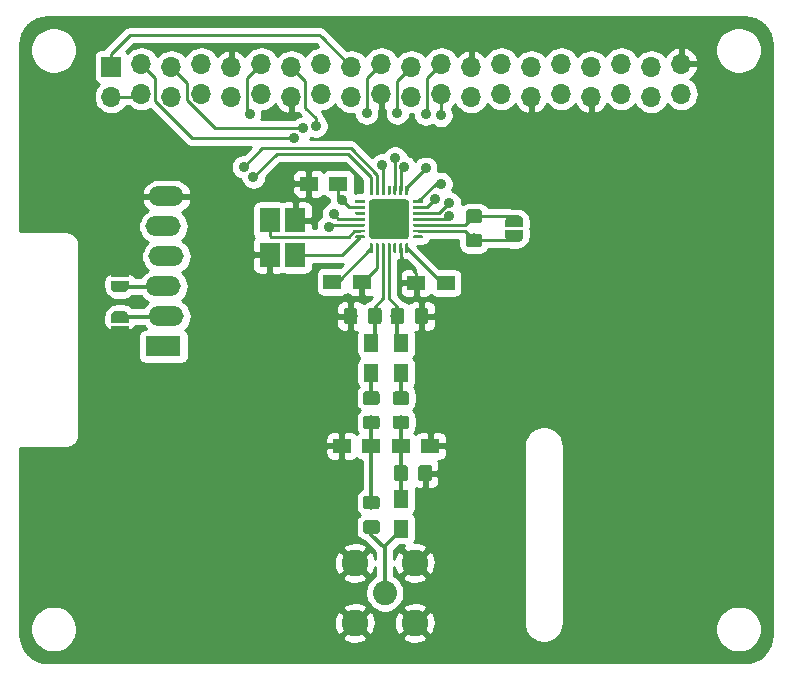
<source format=gtl>
G04 #@! TF.GenerationSoftware,KiCad,Pcbnew,(5.1.0)-1*
G04 #@! TF.CreationDate,2019-06-07T11:38:14-04:00*
G04 #@! TF.ProjectId,PiHat_AX5043_JZK,50694861-745f-4415-9835-3034335f4a5a,rev?*
G04 #@! TF.SameCoordinates,Original*
G04 #@! TF.FileFunction,Copper,L1,Top*
G04 #@! TF.FilePolarity,Positive*
%FSLAX46Y46*%
G04 Gerber Fmt 4.6, Leading zero omitted, Abs format (unit mm)*
G04 Created by KiCad (PCBNEW (5.1.0)-1) date 2019-06-07 11:38:14*
%MOMM*%
%LPD*%
G04 APERTURE LIST*
%ADD10R,1.500000X1.250000*%
%ADD11R,1.250000X1.500000*%
%ADD12O,3.000000X1.700000*%
%ADD13R,3.000000X1.700000*%
%ADD14C,2.250000*%
%ADD15C,2.050000*%
%ADD16C,0.500000*%
%ADD17C,0.150000*%
%ADD18C,1.150000*%
%ADD19O,1.700000X1.700000*%
%ADD20R,1.700000X1.700000*%
%ADD21C,3.350000*%
%ADD22C,0.250000*%
%ADD23R,1.725000X2.100000*%
%ADD24C,0.900000*%
%ADD25C,0.254000*%
%ADD26C,0.355600*%
G04 APERTURE END LIST*
D10*
X227600000Y-108800000D03*
X225100000Y-108800000D03*
X229600000Y-117100000D03*
X227100000Y-117100000D03*
X236700000Y-117200000D03*
X234200000Y-117200000D03*
D11*
X230400000Y-124800000D03*
X230400000Y-122300000D03*
X232900000Y-124800000D03*
X232900000Y-122300000D03*
D10*
X227900000Y-131000000D03*
X230400000Y-131000000D03*
X235400000Y-131000000D03*
X232900000Y-131000000D03*
D11*
X232900000Y-135500000D03*
X232900000Y-138000000D03*
D12*
X212800000Y-117480000D03*
X213054000Y-109860000D03*
X213054000Y-114940000D03*
X212800000Y-112400000D03*
D13*
X212800000Y-122560000D03*
D12*
X213054000Y-120020000D03*
D14*
X229000000Y-145980000D03*
X229000000Y-140900000D03*
X234080000Y-140900000D03*
X234080000Y-145980000D03*
D15*
X231540000Y-143440000D03*
D16*
X242500000Y-111950000D03*
D17*
G36*
X241750000Y-112450000D02*
G01*
X241750000Y-111950000D01*
X241750602Y-111950000D01*
X241750602Y-111925466D01*
X241755412Y-111876635D01*
X241764984Y-111828510D01*
X241779228Y-111781555D01*
X241798005Y-111736222D01*
X241821136Y-111692949D01*
X241848396Y-111652150D01*
X241879524Y-111614221D01*
X241914221Y-111579524D01*
X241952150Y-111548396D01*
X241992949Y-111521136D01*
X242036222Y-111498005D01*
X242081555Y-111479228D01*
X242128510Y-111464984D01*
X242176635Y-111455412D01*
X242225466Y-111450602D01*
X242250000Y-111450602D01*
X242250000Y-111450000D01*
X242750000Y-111450000D01*
X242750000Y-111450602D01*
X242774534Y-111450602D01*
X242823365Y-111455412D01*
X242871490Y-111464984D01*
X242918445Y-111479228D01*
X242963778Y-111498005D01*
X243007051Y-111521136D01*
X243047850Y-111548396D01*
X243085779Y-111579524D01*
X243120476Y-111614221D01*
X243151604Y-111652150D01*
X243178864Y-111692949D01*
X243201995Y-111736222D01*
X243220772Y-111781555D01*
X243235016Y-111828510D01*
X243244588Y-111876635D01*
X243249398Y-111925466D01*
X243249398Y-111950000D01*
X243250000Y-111950000D01*
X243250000Y-112450000D01*
X241750000Y-112450000D01*
X241750000Y-112450000D01*
G37*
D16*
X242500000Y-113250000D03*
D17*
G36*
X243249398Y-113250000D02*
G01*
X243249398Y-113274534D01*
X243244588Y-113323365D01*
X243235016Y-113371490D01*
X243220772Y-113418445D01*
X243201995Y-113463778D01*
X243178864Y-113507051D01*
X243151604Y-113547850D01*
X243120476Y-113585779D01*
X243085779Y-113620476D01*
X243047850Y-113651604D01*
X243007051Y-113678864D01*
X242963778Y-113701995D01*
X242918445Y-113720772D01*
X242871490Y-113735016D01*
X242823365Y-113744588D01*
X242774534Y-113749398D01*
X242750000Y-113749398D01*
X242750000Y-113750000D01*
X242250000Y-113750000D01*
X242250000Y-113749398D01*
X242225466Y-113749398D01*
X242176635Y-113744588D01*
X242128510Y-113735016D01*
X242081555Y-113720772D01*
X242036222Y-113701995D01*
X241992949Y-113678864D01*
X241952150Y-113651604D01*
X241914221Y-113620476D01*
X241879524Y-113585779D01*
X241848396Y-113547850D01*
X241821136Y-113507051D01*
X241798005Y-113463778D01*
X241779228Y-113418445D01*
X241764984Y-113371490D01*
X241755412Y-113323365D01*
X241750602Y-113274534D01*
X241750602Y-113250000D01*
X241750000Y-113250000D01*
X241750000Y-112750000D01*
X243250000Y-112750000D01*
X243250000Y-113250000D01*
X243249398Y-113250000D01*
X243249398Y-113250000D01*
G37*
D16*
X209100000Y-117500000D03*
D17*
G36*
X209850000Y-117000000D02*
G01*
X209850000Y-117500000D01*
X209849398Y-117500000D01*
X209849398Y-117524534D01*
X209844588Y-117573365D01*
X209835016Y-117621490D01*
X209820772Y-117668445D01*
X209801995Y-117713778D01*
X209778864Y-117757051D01*
X209751604Y-117797850D01*
X209720476Y-117835779D01*
X209685779Y-117870476D01*
X209647850Y-117901604D01*
X209607051Y-117928864D01*
X209563778Y-117951995D01*
X209518445Y-117970772D01*
X209471490Y-117985016D01*
X209423365Y-117994588D01*
X209374534Y-117999398D01*
X209350000Y-117999398D01*
X209350000Y-118000000D01*
X208850000Y-118000000D01*
X208850000Y-117999398D01*
X208825466Y-117999398D01*
X208776635Y-117994588D01*
X208728510Y-117985016D01*
X208681555Y-117970772D01*
X208636222Y-117951995D01*
X208592949Y-117928864D01*
X208552150Y-117901604D01*
X208514221Y-117870476D01*
X208479524Y-117835779D01*
X208448396Y-117797850D01*
X208421136Y-117757051D01*
X208398005Y-117713778D01*
X208379228Y-117668445D01*
X208364984Y-117621490D01*
X208355412Y-117573365D01*
X208350602Y-117524534D01*
X208350602Y-117500000D01*
X208350000Y-117500000D01*
X208350000Y-117000000D01*
X209850000Y-117000000D01*
X209850000Y-117000000D01*
G37*
D16*
X209100000Y-116200000D03*
D17*
G36*
X208350602Y-116200000D02*
G01*
X208350602Y-116175466D01*
X208355412Y-116126635D01*
X208364984Y-116078510D01*
X208379228Y-116031555D01*
X208398005Y-115986222D01*
X208421136Y-115942949D01*
X208448396Y-115902150D01*
X208479524Y-115864221D01*
X208514221Y-115829524D01*
X208552150Y-115798396D01*
X208592949Y-115771136D01*
X208636222Y-115748005D01*
X208681555Y-115729228D01*
X208728510Y-115714984D01*
X208776635Y-115705412D01*
X208825466Y-115700602D01*
X208850000Y-115700602D01*
X208850000Y-115700000D01*
X209350000Y-115700000D01*
X209350000Y-115700602D01*
X209374534Y-115700602D01*
X209423365Y-115705412D01*
X209471490Y-115714984D01*
X209518445Y-115729228D01*
X209563778Y-115748005D01*
X209607051Y-115771136D01*
X209647850Y-115798396D01*
X209685779Y-115829524D01*
X209720476Y-115864221D01*
X209751604Y-115902150D01*
X209778864Y-115942949D01*
X209801995Y-115986222D01*
X209820772Y-116031555D01*
X209835016Y-116078510D01*
X209844588Y-116126635D01*
X209849398Y-116175466D01*
X209849398Y-116200000D01*
X209850000Y-116200000D01*
X209850000Y-116700000D01*
X208350000Y-116700000D01*
X208350000Y-116200000D01*
X208350602Y-116200000D01*
X208350602Y-116200000D01*
G37*
D16*
X209100000Y-121350000D03*
D17*
G36*
X209849398Y-121350000D02*
G01*
X209849398Y-121374534D01*
X209844588Y-121423365D01*
X209835016Y-121471490D01*
X209820772Y-121518445D01*
X209801995Y-121563778D01*
X209778864Y-121607051D01*
X209751604Y-121647850D01*
X209720476Y-121685779D01*
X209685779Y-121720476D01*
X209647850Y-121751604D01*
X209607051Y-121778864D01*
X209563778Y-121801995D01*
X209518445Y-121820772D01*
X209471490Y-121835016D01*
X209423365Y-121844588D01*
X209374534Y-121849398D01*
X209350000Y-121849398D01*
X209350000Y-121850000D01*
X208850000Y-121850000D01*
X208850000Y-121849398D01*
X208825466Y-121849398D01*
X208776635Y-121844588D01*
X208728510Y-121835016D01*
X208681555Y-121820772D01*
X208636222Y-121801995D01*
X208592949Y-121778864D01*
X208552150Y-121751604D01*
X208514221Y-121720476D01*
X208479524Y-121685779D01*
X208448396Y-121647850D01*
X208421136Y-121607051D01*
X208398005Y-121563778D01*
X208379228Y-121518445D01*
X208364984Y-121471490D01*
X208355412Y-121423365D01*
X208350602Y-121374534D01*
X208350602Y-121350000D01*
X208350000Y-121350000D01*
X208350000Y-120850000D01*
X209850000Y-120850000D01*
X209850000Y-121350000D01*
X209849398Y-121350000D01*
X209849398Y-121350000D01*
G37*
D16*
X209100000Y-120050000D03*
D17*
G36*
X208350000Y-120550000D02*
G01*
X208350000Y-120050000D01*
X208350602Y-120050000D01*
X208350602Y-120025466D01*
X208355412Y-119976635D01*
X208364984Y-119928510D01*
X208379228Y-119881555D01*
X208398005Y-119836222D01*
X208421136Y-119792949D01*
X208448396Y-119752150D01*
X208479524Y-119714221D01*
X208514221Y-119679524D01*
X208552150Y-119648396D01*
X208592949Y-119621136D01*
X208636222Y-119598005D01*
X208681555Y-119579228D01*
X208728510Y-119564984D01*
X208776635Y-119555412D01*
X208825466Y-119550602D01*
X208850000Y-119550602D01*
X208850000Y-119550000D01*
X209350000Y-119550000D01*
X209350000Y-119550602D01*
X209374534Y-119550602D01*
X209423365Y-119555412D01*
X209471490Y-119564984D01*
X209518445Y-119579228D01*
X209563778Y-119598005D01*
X209607051Y-119621136D01*
X209647850Y-119648396D01*
X209685779Y-119679524D01*
X209720476Y-119714221D01*
X209751604Y-119752150D01*
X209778864Y-119792949D01*
X209801995Y-119836222D01*
X209820772Y-119881555D01*
X209835016Y-119928510D01*
X209844588Y-119976635D01*
X209849398Y-120025466D01*
X209849398Y-120050000D01*
X209850000Y-120050000D01*
X209850000Y-120550000D01*
X208350000Y-120550000D01*
X208350000Y-120550000D01*
G37*
G36*
X239574505Y-113026204D02*
G01*
X239598773Y-113029804D01*
X239622572Y-113035765D01*
X239645671Y-113044030D01*
X239667850Y-113054520D01*
X239688893Y-113067132D01*
X239708599Y-113081747D01*
X239726777Y-113098223D01*
X239743253Y-113116401D01*
X239757868Y-113136107D01*
X239770480Y-113157150D01*
X239780970Y-113179329D01*
X239789235Y-113202428D01*
X239795196Y-113226227D01*
X239798796Y-113250495D01*
X239800000Y-113274999D01*
X239800000Y-113925001D01*
X239798796Y-113949505D01*
X239795196Y-113973773D01*
X239789235Y-113997572D01*
X239780970Y-114020671D01*
X239770480Y-114042850D01*
X239757868Y-114063893D01*
X239743253Y-114083599D01*
X239726777Y-114101777D01*
X239708599Y-114118253D01*
X239688893Y-114132868D01*
X239667850Y-114145480D01*
X239645671Y-114155970D01*
X239622572Y-114164235D01*
X239598773Y-114170196D01*
X239574505Y-114173796D01*
X239550001Y-114175000D01*
X238649999Y-114175000D01*
X238625495Y-114173796D01*
X238601227Y-114170196D01*
X238577428Y-114164235D01*
X238554329Y-114155970D01*
X238532150Y-114145480D01*
X238511107Y-114132868D01*
X238491401Y-114118253D01*
X238473223Y-114101777D01*
X238456747Y-114083599D01*
X238442132Y-114063893D01*
X238429520Y-114042850D01*
X238419030Y-114020671D01*
X238410765Y-113997572D01*
X238404804Y-113973773D01*
X238401204Y-113949505D01*
X238400000Y-113925001D01*
X238400000Y-113274999D01*
X238401204Y-113250495D01*
X238404804Y-113226227D01*
X238410765Y-113202428D01*
X238419030Y-113179329D01*
X238429520Y-113157150D01*
X238442132Y-113136107D01*
X238456747Y-113116401D01*
X238473223Y-113098223D01*
X238491401Y-113081747D01*
X238511107Y-113067132D01*
X238532150Y-113054520D01*
X238554329Y-113044030D01*
X238577428Y-113035765D01*
X238601227Y-113029804D01*
X238625495Y-113026204D01*
X238649999Y-113025000D01*
X239550001Y-113025000D01*
X239574505Y-113026204D01*
X239574505Y-113026204D01*
G37*
D18*
X239100000Y-113600000D03*
D17*
G36*
X239574505Y-110976204D02*
G01*
X239598773Y-110979804D01*
X239622572Y-110985765D01*
X239645671Y-110994030D01*
X239667850Y-111004520D01*
X239688893Y-111017132D01*
X239708599Y-111031747D01*
X239726777Y-111048223D01*
X239743253Y-111066401D01*
X239757868Y-111086107D01*
X239770480Y-111107150D01*
X239780970Y-111129329D01*
X239789235Y-111152428D01*
X239795196Y-111176227D01*
X239798796Y-111200495D01*
X239800000Y-111224999D01*
X239800000Y-111875001D01*
X239798796Y-111899505D01*
X239795196Y-111923773D01*
X239789235Y-111947572D01*
X239780970Y-111970671D01*
X239770480Y-111992850D01*
X239757868Y-112013893D01*
X239743253Y-112033599D01*
X239726777Y-112051777D01*
X239708599Y-112068253D01*
X239688893Y-112082868D01*
X239667850Y-112095480D01*
X239645671Y-112105970D01*
X239622572Y-112114235D01*
X239598773Y-112120196D01*
X239574505Y-112123796D01*
X239550001Y-112125000D01*
X238649999Y-112125000D01*
X238625495Y-112123796D01*
X238601227Y-112120196D01*
X238577428Y-112114235D01*
X238554329Y-112105970D01*
X238532150Y-112095480D01*
X238511107Y-112082868D01*
X238491401Y-112068253D01*
X238473223Y-112051777D01*
X238456747Y-112033599D01*
X238442132Y-112013893D01*
X238429520Y-111992850D01*
X238419030Y-111970671D01*
X238410765Y-111947572D01*
X238404804Y-111923773D01*
X238401204Y-111899505D01*
X238400000Y-111875001D01*
X238400000Y-111224999D01*
X238401204Y-111200495D01*
X238404804Y-111176227D01*
X238410765Y-111152428D01*
X238419030Y-111129329D01*
X238429520Y-111107150D01*
X238442132Y-111086107D01*
X238456747Y-111066401D01*
X238473223Y-111048223D01*
X238491401Y-111031747D01*
X238511107Y-111017132D01*
X238532150Y-111004520D01*
X238554329Y-110994030D01*
X238577428Y-110985765D01*
X238601227Y-110979804D01*
X238625495Y-110976204D01*
X238649999Y-110975000D01*
X239550001Y-110975000D01*
X239574505Y-110976204D01*
X239574505Y-110976204D01*
G37*
D18*
X239100000Y-111550000D03*
D17*
G36*
X228999505Y-119301204D02*
G01*
X229023773Y-119304804D01*
X229047572Y-119310765D01*
X229070671Y-119319030D01*
X229092850Y-119329520D01*
X229113893Y-119342132D01*
X229133599Y-119356747D01*
X229151777Y-119373223D01*
X229168253Y-119391401D01*
X229182868Y-119411107D01*
X229195480Y-119432150D01*
X229205970Y-119454329D01*
X229214235Y-119477428D01*
X229220196Y-119501227D01*
X229223796Y-119525495D01*
X229225000Y-119549999D01*
X229225000Y-120450001D01*
X229223796Y-120474505D01*
X229220196Y-120498773D01*
X229214235Y-120522572D01*
X229205970Y-120545671D01*
X229195480Y-120567850D01*
X229182868Y-120588893D01*
X229168253Y-120608599D01*
X229151777Y-120626777D01*
X229133599Y-120643253D01*
X229113893Y-120657868D01*
X229092850Y-120670480D01*
X229070671Y-120680970D01*
X229047572Y-120689235D01*
X229023773Y-120695196D01*
X228999505Y-120698796D01*
X228975001Y-120700000D01*
X228324999Y-120700000D01*
X228300495Y-120698796D01*
X228276227Y-120695196D01*
X228252428Y-120689235D01*
X228229329Y-120680970D01*
X228207150Y-120670480D01*
X228186107Y-120657868D01*
X228166401Y-120643253D01*
X228148223Y-120626777D01*
X228131747Y-120608599D01*
X228117132Y-120588893D01*
X228104520Y-120567850D01*
X228094030Y-120545671D01*
X228085765Y-120522572D01*
X228079804Y-120498773D01*
X228076204Y-120474505D01*
X228075000Y-120450001D01*
X228075000Y-119549999D01*
X228076204Y-119525495D01*
X228079804Y-119501227D01*
X228085765Y-119477428D01*
X228094030Y-119454329D01*
X228104520Y-119432150D01*
X228117132Y-119411107D01*
X228131747Y-119391401D01*
X228148223Y-119373223D01*
X228166401Y-119356747D01*
X228186107Y-119342132D01*
X228207150Y-119329520D01*
X228229329Y-119319030D01*
X228252428Y-119310765D01*
X228276227Y-119304804D01*
X228300495Y-119301204D01*
X228324999Y-119300000D01*
X228975001Y-119300000D01*
X228999505Y-119301204D01*
X228999505Y-119301204D01*
G37*
D18*
X228650000Y-120000000D03*
D17*
G36*
X231049505Y-119301204D02*
G01*
X231073773Y-119304804D01*
X231097572Y-119310765D01*
X231120671Y-119319030D01*
X231142850Y-119329520D01*
X231163893Y-119342132D01*
X231183599Y-119356747D01*
X231201777Y-119373223D01*
X231218253Y-119391401D01*
X231232868Y-119411107D01*
X231245480Y-119432150D01*
X231255970Y-119454329D01*
X231264235Y-119477428D01*
X231270196Y-119501227D01*
X231273796Y-119525495D01*
X231275000Y-119549999D01*
X231275000Y-120450001D01*
X231273796Y-120474505D01*
X231270196Y-120498773D01*
X231264235Y-120522572D01*
X231255970Y-120545671D01*
X231245480Y-120567850D01*
X231232868Y-120588893D01*
X231218253Y-120608599D01*
X231201777Y-120626777D01*
X231183599Y-120643253D01*
X231163893Y-120657868D01*
X231142850Y-120670480D01*
X231120671Y-120680970D01*
X231097572Y-120689235D01*
X231073773Y-120695196D01*
X231049505Y-120698796D01*
X231025001Y-120700000D01*
X230374999Y-120700000D01*
X230350495Y-120698796D01*
X230326227Y-120695196D01*
X230302428Y-120689235D01*
X230279329Y-120680970D01*
X230257150Y-120670480D01*
X230236107Y-120657868D01*
X230216401Y-120643253D01*
X230198223Y-120626777D01*
X230181747Y-120608599D01*
X230167132Y-120588893D01*
X230154520Y-120567850D01*
X230144030Y-120545671D01*
X230135765Y-120522572D01*
X230129804Y-120498773D01*
X230126204Y-120474505D01*
X230125000Y-120450001D01*
X230125000Y-119549999D01*
X230126204Y-119525495D01*
X230129804Y-119501227D01*
X230135765Y-119477428D01*
X230144030Y-119454329D01*
X230154520Y-119432150D01*
X230167132Y-119411107D01*
X230181747Y-119391401D01*
X230198223Y-119373223D01*
X230216401Y-119356747D01*
X230236107Y-119342132D01*
X230257150Y-119329520D01*
X230279329Y-119319030D01*
X230302428Y-119310765D01*
X230326227Y-119304804D01*
X230350495Y-119301204D01*
X230374999Y-119300000D01*
X231025001Y-119300000D01*
X231049505Y-119301204D01*
X231049505Y-119301204D01*
G37*
D18*
X230700000Y-120000000D03*
D17*
G36*
X234999505Y-119301204D02*
G01*
X235023773Y-119304804D01*
X235047572Y-119310765D01*
X235070671Y-119319030D01*
X235092850Y-119329520D01*
X235113893Y-119342132D01*
X235133599Y-119356747D01*
X235151777Y-119373223D01*
X235168253Y-119391401D01*
X235182868Y-119411107D01*
X235195480Y-119432150D01*
X235205970Y-119454329D01*
X235214235Y-119477428D01*
X235220196Y-119501227D01*
X235223796Y-119525495D01*
X235225000Y-119549999D01*
X235225000Y-120450001D01*
X235223796Y-120474505D01*
X235220196Y-120498773D01*
X235214235Y-120522572D01*
X235205970Y-120545671D01*
X235195480Y-120567850D01*
X235182868Y-120588893D01*
X235168253Y-120608599D01*
X235151777Y-120626777D01*
X235133599Y-120643253D01*
X235113893Y-120657868D01*
X235092850Y-120670480D01*
X235070671Y-120680970D01*
X235047572Y-120689235D01*
X235023773Y-120695196D01*
X234999505Y-120698796D01*
X234975001Y-120700000D01*
X234324999Y-120700000D01*
X234300495Y-120698796D01*
X234276227Y-120695196D01*
X234252428Y-120689235D01*
X234229329Y-120680970D01*
X234207150Y-120670480D01*
X234186107Y-120657868D01*
X234166401Y-120643253D01*
X234148223Y-120626777D01*
X234131747Y-120608599D01*
X234117132Y-120588893D01*
X234104520Y-120567850D01*
X234094030Y-120545671D01*
X234085765Y-120522572D01*
X234079804Y-120498773D01*
X234076204Y-120474505D01*
X234075000Y-120450001D01*
X234075000Y-119549999D01*
X234076204Y-119525495D01*
X234079804Y-119501227D01*
X234085765Y-119477428D01*
X234094030Y-119454329D01*
X234104520Y-119432150D01*
X234117132Y-119411107D01*
X234131747Y-119391401D01*
X234148223Y-119373223D01*
X234166401Y-119356747D01*
X234186107Y-119342132D01*
X234207150Y-119329520D01*
X234229329Y-119319030D01*
X234252428Y-119310765D01*
X234276227Y-119304804D01*
X234300495Y-119301204D01*
X234324999Y-119300000D01*
X234975001Y-119300000D01*
X234999505Y-119301204D01*
X234999505Y-119301204D01*
G37*
D18*
X234650000Y-120000000D03*
D17*
G36*
X232949505Y-119301204D02*
G01*
X232973773Y-119304804D01*
X232997572Y-119310765D01*
X233020671Y-119319030D01*
X233042850Y-119329520D01*
X233063893Y-119342132D01*
X233083599Y-119356747D01*
X233101777Y-119373223D01*
X233118253Y-119391401D01*
X233132868Y-119411107D01*
X233145480Y-119432150D01*
X233155970Y-119454329D01*
X233164235Y-119477428D01*
X233170196Y-119501227D01*
X233173796Y-119525495D01*
X233175000Y-119549999D01*
X233175000Y-120450001D01*
X233173796Y-120474505D01*
X233170196Y-120498773D01*
X233164235Y-120522572D01*
X233155970Y-120545671D01*
X233145480Y-120567850D01*
X233132868Y-120588893D01*
X233118253Y-120608599D01*
X233101777Y-120626777D01*
X233083599Y-120643253D01*
X233063893Y-120657868D01*
X233042850Y-120670480D01*
X233020671Y-120680970D01*
X232997572Y-120689235D01*
X232973773Y-120695196D01*
X232949505Y-120698796D01*
X232925001Y-120700000D01*
X232274999Y-120700000D01*
X232250495Y-120698796D01*
X232226227Y-120695196D01*
X232202428Y-120689235D01*
X232179329Y-120680970D01*
X232157150Y-120670480D01*
X232136107Y-120657868D01*
X232116401Y-120643253D01*
X232098223Y-120626777D01*
X232081747Y-120608599D01*
X232067132Y-120588893D01*
X232054520Y-120567850D01*
X232044030Y-120545671D01*
X232035765Y-120522572D01*
X232029804Y-120498773D01*
X232026204Y-120474505D01*
X232025000Y-120450001D01*
X232025000Y-119549999D01*
X232026204Y-119525495D01*
X232029804Y-119501227D01*
X232035765Y-119477428D01*
X232044030Y-119454329D01*
X232054520Y-119432150D01*
X232067132Y-119411107D01*
X232081747Y-119391401D01*
X232098223Y-119373223D01*
X232116401Y-119356747D01*
X232136107Y-119342132D01*
X232157150Y-119329520D01*
X232179329Y-119319030D01*
X232202428Y-119310765D01*
X232226227Y-119304804D01*
X232250495Y-119301204D01*
X232274999Y-119300000D01*
X232925001Y-119300000D01*
X232949505Y-119301204D01*
X232949505Y-119301204D01*
G37*
D18*
X232600000Y-120000000D03*
D17*
G36*
X230874505Y-126376204D02*
G01*
X230898773Y-126379804D01*
X230922572Y-126385765D01*
X230945671Y-126394030D01*
X230967850Y-126404520D01*
X230988893Y-126417132D01*
X231008599Y-126431747D01*
X231026777Y-126448223D01*
X231043253Y-126466401D01*
X231057868Y-126486107D01*
X231070480Y-126507150D01*
X231080970Y-126529329D01*
X231089235Y-126552428D01*
X231095196Y-126576227D01*
X231098796Y-126600495D01*
X231100000Y-126624999D01*
X231100000Y-127275001D01*
X231098796Y-127299505D01*
X231095196Y-127323773D01*
X231089235Y-127347572D01*
X231080970Y-127370671D01*
X231070480Y-127392850D01*
X231057868Y-127413893D01*
X231043253Y-127433599D01*
X231026777Y-127451777D01*
X231008599Y-127468253D01*
X230988893Y-127482868D01*
X230967850Y-127495480D01*
X230945671Y-127505970D01*
X230922572Y-127514235D01*
X230898773Y-127520196D01*
X230874505Y-127523796D01*
X230850001Y-127525000D01*
X229949999Y-127525000D01*
X229925495Y-127523796D01*
X229901227Y-127520196D01*
X229877428Y-127514235D01*
X229854329Y-127505970D01*
X229832150Y-127495480D01*
X229811107Y-127482868D01*
X229791401Y-127468253D01*
X229773223Y-127451777D01*
X229756747Y-127433599D01*
X229742132Y-127413893D01*
X229729520Y-127392850D01*
X229719030Y-127370671D01*
X229710765Y-127347572D01*
X229704804Y-127323773D01*
X229701204Y-127299505D01*
X229700000Y-127275001D01*
X229700000Y-126624999D01*
X229701204Y-126600495D01*
X229704804Y-126576227D01*
X229710765Y-126552428D01*
X229719030Y-126529329D01*
X229729520Y-126507150D01*
X229742132Y-126486107D01*
X229756747Y-126466401D01*
X229773223Y-126448223D01*
X229791401Y-126431747D01*
X229811107Y-126417132D01*
X229832150Y-126404520D01*
X229854329Y-126394030D01*
X229877428Y-126385765D01*
X229901227Y-126379804D01*
X229925495Y-126376204D01*
X229949999Y-126375000D01*
X230850001Y-126375000D01*
X230874505Y-126376204D01*
X230874505Y-126376204D01*
G37*
D18*
X230400000Y-126950000D03*
D17*
G36*
X230874505Y-128426204D02*
G01*
X230898773Y-128429804D01*
X230922572Y-128435765D01*
X230945671Y-128444030D01*
X230967850Y-128454520D01*
X230988893Y-128467132D01*
X231008599Y-128481747D01*
X231026777Y-128498223D01*
X231043253Y-128516401D01*
X231057868Y-128536107D01*
X231070480Y-128557150D01*
X231080970Y-128579329D01*
X231089235Y-128602428D01*
X231095196Y-128626227D01*
X231098796Y-128650495D01*
X231100000Y-128674999D01*
X231100000Y-129325001D01*
X231098796Y-129349505D01*
X231095196Y-129373773D01*
X231089235Y-129397572D01*
X231080970Y-129420671D01*
X231070480Y-129442850D01*
X231057868Y-129463893D01*
X231043253Y-129483599D01*
X231026777Y-129501777D01*
X231008599Y-129518253D01*
X230988893Y-129532868D01*
X230967850Y-129545480D01*
X230945671Y-129555970D01*
X230922572Y-129564235D01*
X230898773Y-129570196D01*
X230874505Y-129573796D01*
X230850001Y-129575000D01*
X229949999Y-129575000D01*
X229925495Y-129573796D01*
X229901227Y-129570196D01*
X229877428Y-129564235D01*
X229854329Y-129555970D01*
X229832150Y-129545480D01*
X229811107Y-129532868D01*
X229791401Y-129518253D01*
X229773223Y-129501777D01*
X229756747Y-129483599D01*
X229742132Y-129463893D01*
X229729520Y-129442850D01*
X229719030Y-129420671D01*
X229710765Y-129397572D01*
X229704804Y-129373773D01*
X229701204Y-129349505D01*
X229700000Y-129325001D01*
X229700000Y-128674999D01*
X229701204Y-128650495D01*
X229704804Y-128626227D01*
X229710765Y-128602428D01*
X229719030Y-128579329D01*
X229729520Y-128557150D01*
X229742132Y-128536107D01*
X229756747Y-128516401D01*
X229773223Y-128498223D01*
X229791401Y-128481747D01*
X229811107Y-128467132D01*
X229832150Y-128454520D01*
X229854329Y-128444030D01*
X229877428Y-128435765D01*
X229901227Y-128429804D01*
X229925495Y-128426204D01*
X229949999Y-128425000D01*
X230850001Y-128425000D01*
X230874505Y-128426204D01*
X230874505Y-128426204D01*
G37*
D18*
X230400000Y-129000000D03*
D17*
G36*
X233374505Y-128426204D02*
G01*
X233398773Y-128429804D01*
X233422572Y-128435765D01*
X233445671Y-128444030D01*
X233467850Y-128454520D01*
X233488893Y-128467132D01*
X233508599Y-128481747D01*
X233526777Y-128498223D01*
X233543253Y-128516401D01*
X233557868Y-128536107D01*
X233570480Y-128557150D01*
X233580970Y-128579329D01*
X233589235Y-128602428D01*
X233595196Y-128626227D01*
X233598796Y-128650495D01*
X233600000Y-128674999D01*
X233600000Y-129325001D01*
X233598796Y-129349505D01*
X233595196Y-129373773D01*
X233589235Y-129397572D01*
X233580970Y-129420671D01*
X233570480Y-129442850D01*
X233557868Y-129463893D01*
X233543253Y-129483599D01*
X233526777Y-129501777D01*
X233508599Y-129518253D01*
X233488893Y-129532868D01*
X233467850Y-129545480D01*
X233445671Y-129555970D01*
X233422572Y-129564235D01*
X233398773Y-129570196D01*
X233374505Y-129573796D01*
X233350001Y-129575000D01*
X232449999Y-129575000D01*
X232425495Y-129573796D01*
X232401227Y-129570196D01*
X232377428Y-129564235D01*
X232354329Y-129555970D01*
X232332150Y-129545480D01*
X232311107Y-129532868D01*
X232291401Y-129518253D01*
X232273223Y-129501777D01*
X232256747Y-129483599D01*
X232242132Y-129463893D01*
X232229520Y-129442850D01*
X232219030Y-129420671D01*
X232210765Y-129397572D01*
X232204804Y-129373773D01*
X232201204Y-129349505D01*
X232200000Y-129325001D01*
X232200000Y-128674999D01*
X232201204Y-128650495D01*
X232204804Y-128626227D01*
X232210765Y-128602428D01*
X232219030Y-128579329D01*
X232229520Y-128557150D01*
X232242132Y-128536107D01*
X232256747Y-128516401D01*
X232273223Y-128498223D01*
X232291401Y-128481747D01*
X232311107Y-128467132D01*
X232332150Y-128454520D01*
X232354329Y-128444030D01*
X232377428Y-128435765D01*
X232401227Y-128429804D01*
X232425495Y-128426204D01*
X232449999Y-128425000D01*
X233350001Y-128425000D01*
X233374505Y-128426204D01*
X233374505Y-128426204D01*
G37*
D18*
X232900000Y-129000000D03*
D17*
G36*
X233374505Y-126376204D02*
G01*
X233398773Y-126379804D01*
X233422572Y-126385765D01*
X233445671Y-126394030D01*
X233467850Y-126404520D01*
X233488893Y-126417132D01*
X233508599Y-126431747D01*
X233526777Y-126448223D01*
X233543253Y-126466401D01*
X233557868Y-126486107D01*
X233570480Y-126507150D01*
X233580970Y-126529329D01*
X233589235Y-126552428D01*
X233595196Y-126576227D01*
X233598796Y-126600495D01*
X233600000Y-126624999D01*
X233600000Y-127275001D01*
X233598796Y-127299505D01*
X233595196Y-127323773D01*
X233589235Y-127347572D01*
X233580970Y-127370671D01*
X233570480Y-127392850D01*
X233557868Y-127413893D01*
X233543253Y-127433599D01*
X233526777Y-127451777D01*
X233508599Y-127468253D01*
X233488893Y-127482868D01*
X233467850Y-127495480D01*
X233445671Y-127505970D01*
X233422572Y-127514235D01*
X233398773Y-127520196D01*
X233374505Y-127523796D01*
X233350001Y-127525000D01*
X232449999Y-127525000D01*
X232425495Y-127523796D01*
X232401227Y-127520196D01*
X232377428Y-127514235D01*
X232354329Y-127505970D01*
X232332150Y-127495480D01*
X232311107Y-127482868D01*
X232291401Y-127468253D01*
X232273223Y-127451777D01*
X232256747Y-127433599D01*
X232242132Y-127413893D01*
X232229520Y-127392850D01*
X232219030Y-127370671D01*
X232210765Y-127347572D01*
X232204804Y-127323773D01*
X232201204Y-127299505D01*
X232200000Y-127275001D01*
X232200000Y-126624999D01*
X232201204Y-126600495D01*
X232204804Y-126576227D01*
X232210765Y-126552428D01*
X232219030Y-126529329D01*
X232229520Y-126507150D01*
X232242132Y-126486107D01*
X232256747Y-126466401D01*
X232273223Y-126448223D01*
X232291401Y-126431747D01*
X232311107Y-126417132D01*
X232332150Y-126404520D01*
X232354329Y-126394030D01*
X232377428Y-126385765D01*
X232401227Y-126379804D01*
X232425495Y-126376204D01*
X232449999Y-126375000D01*
X233350001Y-126375000D01*
X233374505Y-126376204D01*
X233374505Y-126376204D01*
G37*
D18*
X232900000Y-126950000D03*
D17*
G36*
X230874505Y-137276204D02*
G01*
X230898773Y-137279804D01*
X230922572Y-137285765D01*
X230945671Y-137294030D01*
X230967850Y-137304520D01*
X230988893Y-137317132D01*
X231008599Y-137331747D01*
X231026777Y-137348223D01*
X231043253Y-137366401D01*
X231057868Y-137386107D01*
X231070480Y-137407150D01*
X231080970Y-137429329D01*
X231089235Y-137452428D01*
X231095196Y-137476227D01*
X231098796Y-137500495D01*
X231100000Y-137524999D01*
X231100000Y-138175001D01*
X231098796Y-138199505D01*
X231095196Y-138223773D01*
X231089235Y-138247572D01*
X231080970Y-138270671D01*
X231070480Y-138292850D01*
X231057868Y-138313893D01*
X231043253Y-138333599D01*
X231026777Y-138351777D01*
X231008599Y-138368253D01*
X230988893Y-138382868D01*
X230967850Y-138395480D01*
X230945671Y-138405970D01*
X230922572Y-138414235D01*
X230898773Y-138420196D01*
X230874505Y-138423796D01*
X230850001Y-138425000D01*
X229949999Y-138425000D01*
X229925495Y-138423796D01*
X229901227Y-138420196D01*
X229877428Y-138414235D01*
X229854329Y-138405970D01*
X229832150Y-138395480D01*
X229811107Y-138382868D01*
X229791401Y-138368253D01*
X229773223Y-138351777D01*
X229756747Y-138333599D01*
X229742132Y-138313893D01*
X229729520Y-138292850D01*
X229719030Y-138270671D01*
X229710765Y-138247572D01*
X229704804Y-138223773D01*
X229701204Y-138199505D01*
X229700000Y-138175001D01*
X229700000Y-137524999D01*
X229701204Y-137500495D01*
X229704804Y-137476227D01*
X229710765Y-137452428D01*
X229719030Y-137429329D01*
X229729520Y-137407150D01*
X229742132Y-137386107D01*
X229756747Y-137366401D01*
X229773223Y-137348223D01*
X229791401Y-137331747D01*
X229811107Y-137317132D01*
X229832150Y-137304520D01*
X229854329Y-137294030D01*
X229877428Y-137285765D01*
X229901227Y-137279804D01*
X229925495Y-137276204D01*
X229949999Y-137275000D01*
X230850001Y-137275000D01*
X230874505Y-137276204D01*
X230874505Y-137276204D01*
G37*
D18*
X230400000Y-137850000D03*
D17*
G36*
X230874505Y-135226204D02*
G01*
X230898773Y-135229804D01*
X230922572Y-135235765D01*
X230945671Y-135244030D01*
X230967850Y-135254520D01*
X230988893Y-135267132D01*
X231008599Y-135281747D01*
X231026777Y-135298223D01*
X231043253Y-135316401D01*
X231057868Y-135336107D01*
X231070480Y-135357150D01*
X231080970Y-135379329D01*
X231089235Y-135402428D01*
X231095196Y-135426227D01*
X231098796Y-135450495D01*
X231100000Y-135474999D01*
X231100000Y-136125001D01*
X231098796Y-136149505D01*
X231095196Y-136173773D01*
X231089235Y-136197572D01*
X231080970Y-136220671D01*
X231070480Y-136242850D01*
X231057868Y-136263893D01*
X231043253Y-136283599D01*
X231026777Y-136301777D01*
X231008599Y-136318253D01*
X230988893Y-136332868D01*
X230967850Y-136345480D01*
X230945671Y-136355970D01*
X230922572Y-136364235D01*
X230898773Y-136370196D01*
X230874505Y-136373796D01*
X230850001Y-136375000D01*
X229949999Y-136375000D01*
X229925495Y-136373796D01*
X229901227Y-136370196D01*
X229877428Y-136364235D01*
X229854329Y-136355970D01*
X229832150Y-136345480D01*
X229811107Y-136332868D01*
X229791401Y-136318253D01*
X229773223Y-136301777D01*
X229756747Y-136283599D01*
X229742132Y-136263893D01*
X229729520Y-136242850D01*
X229719030Y-136220671D01*
X229710765Y-136197572D01*
X229704804Y-136173773D01*
X229701204Y-136149505D01*
X229700000Y-136125001D01*
X229700000Y-135474999D01*
X229701204Y-135450495D01*
X229704804Y-135426227D01*
X229710765Y-135402428D01*
X229719030Y-135379329D01*
X229729520Y-135357150D01*
X229742132Y-135336107D01*
X229756747Y-135316401D01*
X229773223Y-135298223D01*
X229791401Y-135281747D01*
X229811107Y-135267132D01*
X229832150Y-135254520D01*
X229854329Y-135244030D01*
X229877428Y-135235765D01*
X229901227Y-135229804D01*
X229925495Y-135226204D01*
X229949999Y-135225000D01*
X230850001Y-135225000D01*
X230874505Y-135226204D01*
X230874505Y-135226204D01*
G37*
D18*
X230400000Y-135800000D03*
D17*
G36*
X233249505Y-132601204D02*
G01*
X233273773Y-132604804D01*
X233297572Y-132610765D01*
X233320671Y-132619030D01*
X233342850Y-132629520D01*
X233363893Y-132642132D01*
X233383599Y-132656747D01*
X233401777Y-132673223D01*
X233418253Y-132691401D01*
X233432868Y-132711107D01*
X233445480Y-132732150D01*
X233455970Y-132754329D01*
X233464235Y-132777428D01*
X233470196Y-132801227D01*
X233473796Y-132825495D01*
X233475000Y-132849999D01*
X233475000Y-133750001D01*
X233473796Y-133774505D01*
X233470196Y-133798773D01*
X233464235Y-133822572D01*
X233455970Y-133845671D01*
X233445480Y-133867850D01*
X233432868Y-133888893D01*
X233418253Y-133908599D01*
X233401777Y-133926777D01*
X233383599Y-133943253D01*
X233363893Y-133957868D01*
X233342850Y-133970480D01*
X233320671Y-133980970D01*
X233297572Y-133989235D01*
X233273773Y-133995196D01*
X233249505Y-133998796D01*
X233225001Y-134000000D01*
X232574999Y-134000000D01*
X232550495Y-133998796D01*
X232526227Y-133995196D01*
X232502428Y-133989235D01*
X232479329Y-133980970D01*
X232457150Y-133970480D01*
X232436107Y-133957868D01*
X232416401Y-133943253D01*
X232398223Y-133926777D01*
X232381747Y-133908599D01*
X232367132Y-133888893D01*
X232354520Y-133867850D01*
X232344030Y-133845671D01*
X232335765Y-133822572D01*
X232329804Y-133798773D01*
X232326204Y-133774505D01*
X232325000Y-133750001D01*
X232325000Y-132849999D01*
X232326204Y-132825495D01*
X232329804Y-132801227D01*
X232335765Y-132777428D01*
X232344030Y-132754329D01*
X232354520Y-132732150D01*
X232367132Y-132711107D01*
X232381747Y-132691401D01*
X232398223Y-132673223D01*
X232416401Y-132656747D01*
X232436107Y-132642132D01*
X232457150Y-132629520D01*
X232479329Y-132619030D01*
X232502428Y-132610765D01*
X232526227Y-132604804D01*
X232550495Y-132601204D01*
X232574999Y-132600000D01*
X233225001Y-132600000D01*
X233249505Y-132601204D01*
X233249505Y-132601204D01*
G37*
D18*
X232900000Y-133300000D03*
D17*
G36*
X235299505Y-132601204D02*
G01*
X235323773Y-132604804D01*
X235347572Y-132610765D01*
X235370671Y-132619030D01*
X235392850Y-132629520D01*
X235413893Y-132642132D01*
X235433599Y-132656747D01*
X235451777Y-132673223D01*
X235468253Y-132691401D01*
X235482868Y-132711107D01*
X235495480Y-132732150D01*
X235505970Y-132754329D01*
X235514235Y-132777428D01*
X235520196Y-132801227D01*
X235523796Y-132825495D01*
X235525000Y-132849999D01*
X235525000Y-133750001D01*
X235523796Y-133774505D01*
X235520196Y-133798773D01*
X235514235Y-133822572D01*
X235505970Y-133845671D01*
X235495480Y-133867850D01*
X235482868Y-133888893D01*
X235468253Y-133908599D01*
X235451777Y-133926777D01*
X235433599Y-133943253D01*
X235413893Y-133957868D01*
X235392850Y-133970480D01*
X235370671Y-133980970D01*
X235347572Y-133989235D01*
X235323773Y-133995196D01*
X235299505Y-133998796D01*
X235275001Y-134000000D01*
X234624999Y-134000000D01*
X234600495Y-133998796D01*
X234576227Y-133995196D01*
X234552428Y-133989235D01*
X234529329Y-133980970D01*
X234507150Y-133970480D01*
X234486107Y-133957868D01*
X234466401Y-133943253D01*
X234448223Y-133926777D01*
X234431747Y-133908599D01*
X234417132Y-133888893D01*
X234404520Y-133867850D01*
X234394030Y-133845671D01*
X234385765Y-133822572D01*
X234379804Y-133798773D01*
X234376204Y-133774505D01*
X234375000Y-133750001D01*
X234375000Y-132849999D01*
X234376204Y-132825495D01*
X234379804Y-132801227D01*
X234385765Y-132777428D01*
X234394030Y-132754329D01*
X234404520Y-132732150D01*
X234417132Y-132711107D01*
X234431747Y-132691401D01*
X234448223Y-132673223D01*
X234466401Y-132656747D01*
X234486107Y-132642132D01*
X234507150Y-132629520D01*
X234529329Y-132619030D01*
X234552428Y-132610765D01*
X234576227Y-132604804D01*
X234600495Y-132601204D01*
X234624999Y-132600000D01*
X235275001Y-132600000D01*
X235299505Y-132601204D01*
X235299505Y-132601204D01*
G37*
D18*
X234950000Y-133300000D03*
D19*
X256630000Y-101183000D03*
X256630000Y-98643000D03*
X210910000Y-98643000D03*
X246470000Y-98643000D03*
X221070000Y-98643000D03*
X226150000Y-101183000D03*
X231230000Y-101183000D03*
X218530000Y-98897000D03*
X251550000Y-101183000D03*
X246470000Y-101183000D03*
X231230000Y-98643000D03*
X236310000Y-98643000D03*
X238850000Y-101437000D03*
X208370000Y-101437000D03*
X241390000Y-98643000D03*
X243930000Y-98897000D03*
X254090000Y-101437000D03*
X254090000Y-98897000D03*
X233770000Y-101437000D03*
X251550000Y-98643000D03*
D20*
X208370000Y-98897000D03*
D19*
X223610000Y-101437000D03*
X249010000Y-98897000D03*
X213450000Y-98897000D03*
X218530000Y-101437000D03*
X210910000Y-101183000D03*
X223610000Y-98897000D03*
X236310000Y-101183000D03*
X226150000Y-98643000D03*
X249010000Y-101437000D03*
X238850000Y-98897000D03*
X243930000Y-101437000D03*
X228690000Y-98897000D03*
X233770000Y-98897000D03*
X215990000Y-98643000D03*
X228690000Y-101437000D03*
X241390000Y-101183000D03*
X213450000Y-101437000D03*
X221070000Y-101183000D03*
X215990000Y-101183000D03*
D17*
G36*
X233349504Y-110126204D02*
G01*
X233373773Y-110129804D01*
X233397571Y-110135765D01*
X233420671Y-110144030D01*
X233442849Y-110154520D01*
X233463893Y-110167133D01*
X233483598Y-110181747D01*
X233501777Y-110198223D01*
X233518253Y-110216402D01*
X233532867Y-110236107D01*
X233545480Y-110257151D01*
X233555970Y-110279329D01*
X233564235Y-110302429D01*
X233570196Y-110326227D01*
X233573796Y-110350496D01*
X233575000Y-110375000D01*
X233575000Y-113225000D01*
X233573796Y-113249504D01*
X233570196Y-113273773D01*
X233564235Y-113297571D01*
X233555970Y-113320671D01*
X233545480Y-113342849D01*
X233532867Y-113363893D01*
X233518253Y-113383598D01*
X233501777Y-113401777D01*
X233483598Y-113418253D01*
X233463893Y-113432867D01*
X233442849Y-113445480D01*
X233420671Y-113455970D01*
X233397571Y-113464235D01*
X233373773Y-113470196D01*
X233349504Y-113473796D01*
X233325000Y-113475000D01*
X230475000Y-113475000D01*
X230450496Y-113473796D01*
X230426227Y-113470196D01*
X230402429Y-113464235D01*
X230379329Y-113455970D01*
X230357151Y-113445480D01*
X230336107Y-113432867D01*
X230316402Y-113418253D01*
X230298223Y-113401777D01*
X230281747Y-113383598D01*
X230267133Y-113363893D01*
X230254520Y-113342849D01*
X230244030Y-113320671D01*
X230235765Y-113297571D01*
X230229804Y-113273773D01*
X230226204Y-113249504D01*
X230225000Y-113225000D01*
X230225000Y-110375000D01*
X230226204Y-110350496D01*
X230229804Y-110326227D01*
X230235765Y-110302429D01*
X230244030Y-110279329D01*
X230254520Y-110257151D01*
X230267133Y-110236107D01*
X230281747Y-110216402D01*
X230298223Y-110198223D01*
X230316402Y-110181747D01*
X230336107Y-110167133D01*
X230357151Y-110154520D01*
X230379329Y-110144030D01*
X230402429Y-110135765D01*
X230426227Y-110129804D01*
X230450496Y-110126204D01*
X230475000Y-110125000D01*
X233325000Y-110125000D01*
X233349504Y-110126204D01*
X233349504Y-110126204D01*
G37*
D21*
X231900000Y-111800000D03*
D16*
X230900000Y-112800000D03*
X230900000Y-111800000D03*
X230900000Y-110800000D03*
X231900000Y-112800000D03*
X231900000Y-111800000D03*
X231900000Y-110800000D03*
X232900000Y-112800000D03*
X232900000Y-111800000D03*
X232900000Y-110800000D03*
D17*
G36*
X230468626Y-113850301D02*
G01*
X230474693Y-113851201D01*
X230480643Y-113852691D01*
X230486418Y-113854758D01*
X230491962Y-113857380D01*
X230497223Y-113860533D01*
X230502150Y-113864187D01*
X230506694Y-113868306D01*
X230510813Y-113872850D01*
X230514467Y-113877777D01*
X230517620Y-113883038D01*
X230520242Y-113888582D01*
X230522309Y-113894357D01*
X230523799Y-113900307D01*
X230524699Y-113906374D01*
X230525000Y-113912500D01*
X230525000Y-114587500D01*
X230524699Y-114593626D01*
X230523799Y-114599693D01*
X230522309Y-114605643D01*
X230520242Y-114611418D01*
X230517620Y-114616962D01*
X230514467Y-114622223D01*
X230510813Y-114627150D01*
X230506694Y-114631694D01*
X230502150Y-114635813D01*
X230497223Y-114639467D01*
X230491962Y-114642620D01*
X230486418Y-114645242D01*
X230480643Y-114647309D01*
X230474693Y-114648799D01*
X230468626Y-114649699D01*
X230462500Y-114650000D01*
X230337500Y-114650000D01*
X230331374Y-114649699D01*
X230325307Y-114648799D01*
X230319357Y-114647309D01*
X230313582Y-114645242D01*
X230308038Y-114642620D01*
X230302777Y-114639467D01*
X230297850Y-114635813D01*
X230293306Y-114631694D01*
X230289187Y-114627150D01*
X230285533Y-114622223D01*
X230282380Y-114616962D01*
X230279758Y-114611418D01*
X230277691Y-114605643D01*
X230276201Y-114599693D01*
X230275301Y-114593626D01*
X230275000Y-114587500D01*
X230275000Y-113912500D01*
X230275301Y-113906374D01*
X230276201Y-113900307D01*
X230277691Y-113894357D01*
X230279758Y-113888582D01*
X230282380Y-113883038D01*
X230285533Y-113877777D01*
X230289187Y-113872850D01*
X230293306Y-113868306D01*
X230297850Y-113864187D01*
X230302777Y-113860533D01*
X230308038Y-113857380D01*
X230313582Y-113854758D01*
X230319357Y-113852691D01*
X230325307Y-113851201D01*
X230331374Y-113850301D01*
X230337500Y-113850000D01*
X230462500Y-113850000D01*
X230468626Y-113850301D01*
X230468626Y-113850301D01*
G37*
D22*
X230400000Y-114250000D03*
D17*
G36*
X230968626Y-113850301D02*
G01*
X230974693Y-113851201D01*
X230980643Y-113852691D01*
X230986418Y-113854758D01*
X230991962Y-113857380D01*
X230997223Y-113860533D01*
X231002150Y-113864187D01*
X231006694Y-113868306D01*
X231010813Y-113872850D01*
X231014467Y-113877777D01*
X231017620Y-113883038D01*
X231020242Y-113888582D01*
X231022309Y-113894357D01*
X231023799Y-113900307D01*
X231024699Y-113906374D01*
X231025000Y-113912500D01*
X231025000Y-114587500D01*
X231024699Y-114593626D01*
X231023799Y-114599693D01*
X231022309Y-114605643D01*
X231020242Y-114611418D01*
X231017620Y-114616962D01*
X231014467Y-114622223D01*
X231010813Y-114627150D01*
X231006694Y-114631694D01*
X231002150Y-114635813D01*
X230997223Y-114639467D01*
X230991962Y-114642620D01*
X230986418Y-114645242D01*
X230980643Y-114647309D01*
X230974693Y-114648799D01*
X230968626Y-114649699D01*
X230962500Y-114650000D01*
X230837500Y-114650000D01*
X230831374Y-114649699D01*
X230825307Y-114648799D01*
X230819357Y-114647309D01*
X230813582Y-114645242D01*
X230808038Y-114642620D01*
X230802777Y-114639467D01*
X230797850Y-114635813D01*
X230793306Y-114631694D01*
X230789187Y-114627150D01*
X230785533Y-114622223D01*
X230782380Y-114616962D01*
X230779758Y-114611418D01*
X230777691Y-114605643D01*
X230776201Y-114599693D01*
X230775301Y-114593626D01*
X230775000Y-114587500D01*
X230775000Y-113912500D01*
X230775301Y-113906374D01*
X230776201Y-113900307D01*
X230777691Y-113894357D01*
X230779758Y-113888582D01*
X230782380Y-113883038D01*
X230785533Y-113877777D01*
X230789187Y-113872850D01*
X230793306Y-113868306D01*
X230797850Y-113864187D01*
X230802777Y-113860533D01*
X230808038Y-113857380D01*
X230813582Y-113854758D01*
X230819357Y-113852691D01*
X230825307Y-113851201D01*
X230831374Y-113850301D01*
X230837500Y-113850000D01*
X230962500Y-113850000D01*
X230968626Y-113850301D01*
X230968626Y-113850301D01*
G37*
D22*
X230900000Y-114250000D03*
D17*
G36*
X231468626Y-113850301D02*
G01*
X231474693Y-113851201D01*
X231480643Y-113852691D01*
X231486418Y-113854758D01*
X231491962Y-113857380D01*
X231497223Y-113860533D01*
X231502150Y-113864187D01*
X231506694Y-113868306D01*
X231510813Y-113872850D01*
X231514467Y-113877777D01*
X231517620Y-113883038D01*
X231520242Y-113888582D01*
X231522309Y-113894357D01*
X231523799Y-113900307D01*
X231524699Y-113906374D01*
X231525000Y-113912500D01*
X231525000Y-114587500D01*
X231524699Y-114593626D01*
X231523799Y-114599693D01*
X231522309Y-114605643D01*
X231520242Y-114611418D01*
X231517620Y-114616962D01*
X231514467Y-114622223D01*
X231510813Y-114627150D01*
X231506694Y-114631694D01*
X231502150Y-114635813D01*
X231497223Y-114639467D01*
X231491962Y-114642620D01*
X231486418Y-114645242D01*
X231480643Y-114647309D01*
X231474693Y-114648799D01*
X231468626Y-114649699D01*
X231462500Y-114650000D01*
X231337500Y-114650000D01*
X231331374Y-114649699D01*
X231325307Y-114648799D01*
X231319357Y-114647309D01*
X231313582Y-114645242D01*
X231308038Y-114642620D01*
X231302777Y-114639467D01*
X231297850Y-114635813D01*
X231293306Y-114631694D01*
X231289187Y-114627150D01*
X231285533Y-114622223D01*
X231282380Y-114616962D01*
X231279758Y-114611418D01*
X231277691Y-114605643D01*
X231276201Y-114599693D01*
X231275301Y-114593626D01*
X231275000Y-114587500D01*
X231275000Y-113912500D01*
X231275301Y-113906374D01*
X231276201Y-113900307D01*
X231277691Y-113894357D01*
X231279758Y-113888582D01*
X231282380Y-113883038D01*
X231285533Y-113877777D01*
X231289187Y-113872850D01*
X231293306Y-113868306D01*
X231297850Y-113864187D01*
X231302777Y-113860533D01*
X231308038Y-113857380D01*
X231313582Y-113854758D01*
X231319357Y-113852691D01*
X231325307Y-113851201D01*
X231331374Y-113850301D01*
X231337500Y-113850000D01*
X231462500Y-113850000D01*
X231468626Y-113850301D01*
X231468626Y-113850301D01*
G37*
D22*
X231400000Y-114250000D03*
D17*
G36*
X231968626Y-113850301D02*
G01*
X231974693Y-113851201D01*
X231980643Y-113852691D01*
X231986418Y-113854758D01*
X231991962Y-113857380D01*
X231997223Y-113860533D01*
X232002150Y-113864187D01*
X232006694Y-113868306D01*
X232010813Y-113872850D01*
X232014467Y-113877777D01*
X232017620Y-113883038D01*
X232020242Y-113888582D01*
X232022309Y-113894357D01*
X232023799Y-113900307D01*
X232024699Y-113906374D01*
X232025000Y-113912500D01*
X232025000Y-114587500D01*
X232024699Y-114593626D01*
X232023799Y-114599693D01*
X232022309Y-114605643D01*
X232020242Y-114611418D01*
X232017620Y-114616962D01*
X232014467Y-114622223D01*
X232010813Y-114627150D01*
X232006694Y-114631694D01*
X232002150Y-114635813D01*
X231997223Y-114639467D01*
X231991962Y-114642620D01*
X231986418Y-114645242D01*
X231980643Y-114647309D01*
X231974693Y-114648799D01*
X231968626Y-114649699D01*
X231962500Y-114650000D01*
X231837500Y-114650000D01*
X231831374Y-114649699D01*
X231825307Y-114648799D01*
X231819357Y-114647309D01*
X231813582Y-114645242D01*
X231808038Y-114642620D01*
X231802777Y-114639467D01*
X231797850Y-114635813D01*
X231793306Y-114631694D01*
X231789187Y-114627150D01*
X231785533Y-114622223D01*
X231782380Y-114616962D01*
X231779758Y-114611418D01*
X231777691Y-114605643D01*
X231776201Y-114599693D01*
X231775301Y-114593626D01*
X231775000Y-114587500D01*
X231775000Y-113912500D01*
X231775301Y-113906374D01*
X231776201Y-113900307D01*
X231777691Y-113894357D01*
X231779758Y-113888582D01*
X231782380Y-113883038D01*
X231785533Y-113877777D01*
X231789187Y-113872850D01*
X231793306Y-113868306D01*
X231797850Y-113864187D01*
X231802777Y-113860533D01*
X231808038Y-113857380D01*
X231813582Y-113854758D01*
X231819357Y-113852691D01*
X231825307Y-113851201D01*
X231831374Y-113850301D01*
X231837500Y-113850000D01*
X231962500Y-113850000D01*
X231968626Y-113850301D01*
X231968626Y-113850301D01*
G37*
D22*
X231900000Y-114250000D03*
D17*
G36*
X232468626Y-113850301D02*
G01*
X232474693Y-113851201D01*
X232480643Y-113852691D01*
X232486418Y-113854758D01*
X232491962Y-113857380D01*
X232497223Y-113860533D01*
X232502150Y-113864187D01*
X232506694Y-113868306D01*
X232510813Y-113872850D01*
X232514467Y-113877777D01*
X232517620Y-113883038D01*
X232520242Y-113888582D01*
X232522309Y-113894357D01*
X232523799Y-113900307D01*
X232524699Y-113906374D01*
X232525000Y-113912500D01*
X232525000Y-114587500D01*
X232524699Y-114593626D01*
X232523799Y-114599693D01*
X232522309Y-114605643D01*
X232520242Y-114611418D01*
X232517620Y-114616962D01*
X232514467Y-114622223D01*
X232510813Y-114627150D01*
X232506694Y-114631694D01*
X232502150Y-114635813D01*
X232497223Y-114639467D01*
X232491962Y-114642620D01*
X232486418Y-114645242D01*
X232480643Y-114647309D01*
X232474693Y-114648799D01*
X232468626Y-114649699D01*
X232462500Y-114650000D01*
X232337500Y-114650000D01*
X232331374Y-114649699D01*
X232325307Y-114648799D01*
X232319357Y-114647309D01*
X232313582Y-114645242D01*
X232308038Y-114642620D01*
X232302777Y-114639467D01*
X232297850Y-114635813D01*
X232293306Y-114631694D01*
X232289187Y-114627150D01*
X232285533Y-114622223D01*
X232282380Y-114616962D01*
X232279758Y-114611418D01*
X232277691Y-114605643D01*
X232276201Y-114599693D01*
X232275301Y-114593626D01*
X232275000Y-114587500D01*
X232275000Y-113912500D01*
X232275301Y-113906374D01*
X232276201Y-113900307D01*
X232277691Y-113894357D01*
X232279758Y-113888582D01*
X232282380Y-113883038D01*
X232285533Y-113877777D01*
X232289187Y-113872850D01*
X232293306Y-113868306D01*
X232297850Y-113864187D01*
X232302777Y-113860533D01*
X232308038Y-113857380D01*
X232313582Y-113854758D01*
X232319357Y-113852691D01*
X232325307Y-113851201D01*
X232331374Y-113850301D01*
X232337500Y-113850000D01*
X232462500Y-113850000D01*
X232468626Y-113850301D01*
X232468626Y-113850301D01*
G37*
D22*
X232400000Y-114250000D03*
D17*
G36*
X232968626Y-113850301D02*
G01*
X232974693Y-113851201D01*
X232980643Y-113852691D01*
X232986418Y-113854758D01*
X232991962Y-113857380D01*
X232997223Y-113860533D01*
X233002150Y-113864187D01*
X233006694Y-113868306D01*
X233010813Y-113872850D01*
X233014467Y-113877777D01*
X233017620Y-113883038D01*
X233020242Y-113888582D01*
X233022309Y-113894357D01*
X233023799Y-113900307D01*
X233024699Y-113906374D01*
X233025000Y-113912500D01*
X233025000Y-114587500D01*
X233024699Y-114593626D01*
X233023799Y-114599693D01*
X233022309Y-114605643D01*
X233020242Y-114611418D01*
X233017620Y-114616962D01*
X233014467Y-114622223D01*
X233010813Y-114627150D01*
X233006694Y-114631694D01*
X233002150Y-114635813D01*
X232997223Y-114639467D01*
X232991962Y-114642620D01*
X232986418Y-114645242D01*
X232980643Y-114647309D01*
X232974693Y-114648799D01*
X232968626Y-114649699D01*
X232962500Y-114650000D01*
X232837500Y-114650000D01*
X232831374Y-114649699D01*
X232825307Y-114648799D01*
X232819357Y-114647309D01*
X232813582Y-114645242D01*
X232808038Y-114642620D01*
X232802777Y-114639467D01*
X232797850Y-114635813D01*
X232793306Y-114631694D01*
X232789187Y-114627150D01*
X232785533Y-114622223D01*
X232782380Y-114616962D01*
X232779758Y-114611418D01*
X232777691Y-114605643D01*
X232776201Y-114599693D01*
X232775301Y-114593626D01*
X232775000Y-114587500D01*
X232775000Y-113912500D01*
X232775301Y-113906374D01*
X232776201Y-113900307D01*
X232777691Y-113894357D01*
X232779758Y-113888582D01*
X232782380Y-113883038D01*
X232785533Y-113877777D01*
X232789187Y-113872850D01*
X232793306Y-113868306D01*
X232797850Y-113864187D01*
X232802777Y-113860533D01*
X232808038Y-113857380D01*
X232813582Y-113854758D01*
X232819357Y-113852691D01*
X232825307Y-113851201D01*
X232831374Y-113850301D01*
X232837500Y-113850000D01*
X232962500Y-113850000D01*
X232968626Y-113850301D01*
X232968626Y-113850301D01*
G37*
D22*
X232900000Y-114250000D03*
D17*
G36*
X233468626Y-113850301D02*
G01*
X233474693Y-113851201D01*
X233480643Y-113852691D01*
X233486418Y-113854758D01*
X233491962Y-113857380D01*
X233497223Y-113860533D01*
X233502150Y-113864187D01*
X233506694Y-113868306D01*
X233510813Y-113872850D01*
X233514467Y-113877777D01*
X233517620Y-113883038D01*
X233520242Y-113888582D01*
X233522309Y-113894357D01*
X233523799Y-113900307D01*
X233524699Y-113906374D01*
X233525000Y-113912500D01*
X233525000Y-114587500D01*
X233524699Y-114593626D01*
X233523799Y-114599693D01*
X233522309Y-114605643D01*
X233520242Y-114611418D01*
X233517620Y-114616962D01*
X233514467Y-114622223D01*
X233510813Y-114627150D01*
X233506694Y-114631694D01*
X233502150Y-114635813D01*
X233497223Y-114639467D01*
X233491962Y-114642620D01*
X233486418Y-114645242D01*
X233480643Y-114647309D01*
X233474693Y-114648799D01*
X233468626Y-114649699D01*
X233462500Y-114650000D01*
X233337500Y-114650000D01*
X233331374Y-114649699D01*
X233325307Y-114648799D01*
X233319357Y-114647309D01*
X233313582Y-114645242D01*
X233308038Y-114642620D01*
X233302777Y-114639467D01*
X233297850Y-114635813D01*
X233293306Y-114631694D01*
X233289187Y-114627150D01*
X233285533Y-114622223D01*
X233282380Y-114616962D01*
X233279758Y-114611418D01*
X233277691Y-114605643D01*
X233276201Y-114599693D01*
X233275301Y-114593626D01*
X233275000Y-114587500D01*
X233275000Y-113912500D01*
X233275301Y-113906374D01*
X233276201Y-113900307D01*
X233277691Y-113894357D01*
X233279758Y-113888582D01*
X233282380Y-113883038D01*
X233285533Y-113877777D01*
X233289187Y-113872850D01*
X233293306Y-113868306D01*
X233297850Y-113864187D01*
X233302777Y-113860533D01*
X233308038Y-113857380D01*
X233313582Y-113854758D01*
X233319357Y-113852691D01*
X233325307Y-113851201D01*
X233331374Y-113850301D01*
X233337500Y-113850000D01*
X233462500Y-113850000D01*
X233468626Y-113850301D01*
X233468626Y-113850301D01*
G37*
D22*
X233400000Y-114250000D03*
D17*
G36*
X234693626Y-113175301D02*
G01*
X234699693Y-113176201D01*
X234705643Y-113177691D01*
X234711418Y-113179758D01*
X234716962Y-113182380D01*
X234722223Y-113185533D01*
X234727150Y-113189187D01*
X234731694Y-113193306D01*
X234735813Y-113197850D01*
X234739467Y-113202777D01*
X234742620Y-113208038D01*
X234745242Y-113213582D01*
X234747309Y-113219357D01*
X234748799Y-113225307D01*
X234749699Y-113231374D01*
X234750000Y-113237500D01*
X234750000Y-113362500D01*
X234749699Y-113368626D01*
X234748799Y-113374693D01*
X234747309Y-113380643D01*
X234745242Y-113386418D01*
X234742620Y-113391962D01*
X234739467Y-113397223D01*
X234735813Y-113402150D01*
X234731694Y-113406694D01*
X234727150Y-113410813D01*
X234722223Y-113414467D01*
X234716962Y-113417620D01*
X234711418Y-113420242D01*
X234705643Y-113422309D01*
X234699693Y-113423799D01*
X234693626Y-113424699D01*
X234687500Y-113425000D01*
X234012500Y-113425000D01*
X234006374Y-113424699D01*
X234000307Y-113423799D01*
X233994357Y-113422309D01*
X233988582Y-113420242D01*
X233983038Y-113417620D01*
X233977777Y-113414467D01*
X233972850Y-113410813D01*
X233968306Y-113406694D01*
X233964187Y-113402150D01*
X233960533Y-113397223D01*
X233957380Y-113391962D01*
X233954758Y-113386418D01*
X233952691Y-113380643D01*
X233951201Y-113374693D01*
X233950301Y-113368626D01*
X233950000Y-113362500D01*
X233950000Y-113237500D01*
X233950301Y-113231374D01*
X233951201Y-113225307D01*
X233952691Y-113219357D01*
X233954758Y-113213582D01*
X233957380Y-113208038D01*
X233960533Y-113202777D01*
X233964187Y-113197850D01*
X233968306Y-113193306D01*
X233972850Y-113189187D01*
X233977777Y-113185533D01*
X233983038Y-113182380D01*
X233988582Y-113179758D01*
X233994357Y-113177691D01*
X234000307Y-113176201D01*
X234006374Y-113175301D01*
X234012500Y-113175000D01*
X234687500Y-113175000D01*
X234693626Y-113175301D01*
X234693626Y-113175301D01*
G37*
D22*
X234350000Y-113300000D03*
D17*
G36*
X234693626Y-112675301D02*
G01*
X234699693Y-112676201D01*
X234705643Y-112677691D01*
X234711418Y-112679758D01*
X234716962Y-112682380D01*
X234722223Y-112685533D01*
X234727150Y-112689187D01*
X234731694Y-112693306D01*
X234735813Y-112697850D01*
X234739467Y-112702777D01*
X234742620Y-112708038D01*
X234745242Y-112713582D01*
X234747309Y-112719357D01*
X234748799Y-112725307D01*
X234749699Y-112731374D01*
X234750000Y-112737500D01*
X234750000Y-112862500D01*
X234749699Y-112868626D01*
X234748799Y-112874693D01*
X234747309Y-112880643D01*
X234745242Y-112886418D01*
X234742620Y-112891962D01*
X234739467Y-112897223D01*
X234735813Y-112902150D01*
X234731694Y-112906694D01*
X234727150Y-112910813D01*
X234722223Y-112914467D01*
X234716962Y-112917620D01*
X234711418Y-112920242D01*
X234705643Y-112922309D01*
X234699693Y-112923799D01*
X234693626Y-112924699D01*
X234687500Y-112925000D01*
X234012500Y-112925000D01*
X234006374Y-112924699D01*
X234000307Y-112923799D01*
X233994357Y-112922309D01*
X233988582Y-112920242D01*
X233983038Y-112917620D01*
X233977777Y-112914467D01*
X233972850Y-112910813D01*
X233968306Y-112906694D01*
X233964187Y-112902150D01*
X233960533Y-112897223D01*
X233957380Y-112891962D01*
X233954758Y-112886418D01*
X233952691Y-112880643D01*
X233951201Y-112874693D01*
X233950301Y-112868626D01*
X233950000Y-112862500D01*
X233950000Y-112737500D01*
X233950301Y-112731374D01*
X233951201Y-112725307D01*
X233952691Y-112719357D01*
X233954758Y-112713582D01*
X233957380Y-112708038D01*
X233960533Y-112702777D01*
X233964187Y-112697850D01*
X233968306Y-112693306D01*
X233972850Y-112689187D01*
X233977777Y-112685533D01*
X233983038Y-112682380D01*
X233988582Y-112679758D01*
X233994357Y-112677691D01*
X234000307Y-112676201D01*
X234006374Y-112675301D01*
X234012500Y-112675000D01*
X234687500Y-112675000D01*
X234693626Y-112675301D01*
X234693626Y-112675301D01*
G37*
D22*
X234350000Y-112800000D03*
D17*
G36*
X234693626Y-112175301D02*
G01*
X234699693Y-112176201D01*
X234705643Y-112177691D01*
X234711418Y-112179758D01*
X234716962Y-112182380D01*
X234722223Y-112185533D01*
X234727150Y-112189187D01*
X234731694Y-112193306D01*
X234735813Y-112197850D01*
X234739467Y-112202777D01*
X234742620Y-112208038D01*
X234745242Y-112213582D01*
X234747309Y-112219357D01*
X234748799Y-112225307D01*
X234749699Y-112231374D01*
X234750000Y-112237500D01*
X234750000Y-112362500D01*
X234749699Y-112368626D01*
X234748799Y-112374693D01*
X234747309Y-112380643D01*
X234745242Y-112386418D01*
X234742620Y-112391962D01*
X234739467Y-112397223D01*
X234735813Y-112402150D01*
X234731694Y-112406694D01*
X234727150Y-112410813D01*
X234722223Y-112414467D01*
X234716962Y-112417620D01*
X234711418Y-112420242D01*
X234705643Y-112422309D01*
X234699693Y-112423799D01*
X234693626Y-112424699D01*
X234687500Y-112425000D01*
X234012500Y-112425000D01*
X234006374Y-112424699D01*
X234000307Y-112423799D01*
X233994357Y-112422309D01*
X233988582Y-112420242D01*
X233983038Y-112417620D01*
X233977777Y-112414467D01*
X233972850Y-112410813D01*
X233968306Y-112406694D01*
X233964187Y-112402150D01*
X233960533Y-112397223D01*
X233957380Y-112391962D01*
X233954758Y-112386418D01*
X233952691Y-112380643D01*
X233951201Y-112374693D01*
X233950301Y-112368626D01*
X233950000Y-112362500D01*
X233950000Y-112237500D01*
X233950301Y-112231374D01*
X233951201Y-112225307D01*
X233952691Y-112219357D01*
X233954758Y-112213582D01*
X233957380Y-112208038D01*
X233960533Y-112202777D01*
X233964187Y-112197850D01*
X233968306Y-112193306D01*
X233972850Y-112189187D01*
X233977777Y-112185533D01*
X233983038Y-112182380D01*
X233988582Y-112179758D01*
X233994357Y-112177691D01*
X234000307Y-112176201D01*
X234006374Y-112175301D01*
X234012500Y-112175000D01*
X234687500Y-112175000D01*
X234693626Y-112175301D01*
X234693626Y-112175301D01*
G37*
D22*
X234350000Y-112300000D03*
D17*
G36*
X234693626Y-111675301D02*
G01*
X234699693Y-111676201D01*
X234705643Y-111677691D01*
X234711418Y-111679758D01*
X234716962Y-111682380D01*
X234722223Y-111685533D01*
X234727150Y-111689187D01*
X234731694Y-111693306D01*
X234735813Y-111697850D01*
X234739467Y-111702777D01*
X234742620Y-111708038D01*
X234745242Y-111713582D01*
X234747309Y-111719357D01*
X234748799Y-111725307D01*
X234749699Y-111731374D01*
X234750000Y-111737500D01*
X234750000Y-111862500D01*
X234749699Y-111868626D01*
X234748799Y-111874693D01*
X234747309Y-111880643D01*
X234745242Y-111886418D01*
X234742620Y-111891962D01*
X234739467Y-111897223D01*
X234735813Y-111902150D01*
X234731694Y-111906694D01*
X234727150Y-111910813D01*
X234722223Y-111914467D01*
X234716962Y-111917620D01*
X234711418Y-111920242D01*
X234705643Y-111922309D01*
X234699693Y-111923799D01*
X234693626Y-111924699D01*
X234687500Y-111925000D01*
X234012500Y-111925000D01*
X234006374Y-111924699D01*
X234000307Y-111923799D01*
X233994357Y-111922309D01*
X233988582Y-111920242D01*
X233983038Y-111917620D01*
X233977777Y-111914467D01*
X233972850Y-111910813D01*
X233968306Y-111906694D01*
X233964187Y-111902150D01*
X233960533Y-111897223D01*
X233957380Y-111891962D01*
X233954758Y-111886418D01*
X233952691Y-111880643D01*
X233951201Y-111874693D01*
X233950301Y-111868626D01*
X233950000Y-111862500D01*
X233950000Y-111737500D01*
X233950301Y-111731374D01*
X233951201Y-111725307D01*
X233952691Y-111719357D01*
X233954758Y-111713582D01*
X233957380Y-111708038D01*
X233960533Y-111702777D01*
X233964187Y-111697850D01*
X233968306Y-111693306D01*
X233972850Y-111689187D01*
X233977777Y-111685533D01*
X233983038Y-111682380D01*
X233988582Y-111679758D01*
X233994357Y-111677691D01*
X234000307Y-111676201D01*
X234006374Y-111675301D01*
X234012500Y-111675000D01*
X234687500Y-111675000D01*
X234693626Y-111675301D01*
X234693626Y-111675301D01*
G37*
D22*
X234350000Y-111800000D03*
D17*
G36*
X234693626Y-111175301D02*
G01*
X234699693Y-111176201D01*
X234705643Y-111177691D01*
X234711418Y-111179758D01*
X234716962Y-111182380D01*
X234722223Y-111185533D01*
X234727150Y-111189187D01*
X234731694Y-111193306D01*
X234735813Y-111197850D01*
X234739467Y-111202777D01*
X234742620Y-111208038D01*
X234745242Y-111213582D01*
X234747309Y-111219357D01*
X234748799Y-111225307D01*
X234749699Y-111231374D01*
X234750000Y-111237500D01*
X234750000Y-111362500D01*
X234749699Y-111368626D01*
X234748799Y-111374693D01*
X234747309Y-111380643D01*
X234745242Y-111386418D01*
X234742620Y-111391962D01*
X234739467Y-111397223D01*
X234735813Y-111402150D01*
X234731694Y-111406694D01*
X234727150Y-111410813D01*
X234722223Y-111414467D01*
X234716962Y-111417620D01*
X234711418Y-111420242D01*
X234705643Y-111422309D01*
X234699693Y-111423799D01*
X234693626Y-111424699D01*
X234687500Y-111425000D01*
X234012500Y-111425000D01*
X234006374Y-111424699D01*
X234000307Y-111423799D01*
X233994357Y-111422309D01*
X233988582Y-111420242D01*
X233983038Y-111417620D01*
X233977777Y-111414467D01*
X233972850Y-111410813D01*
X233968306Y-111406694D01*
X233964187Y-111402150D01*
X233960533Y-111397223D01*
X233957380Y-111391962D01*
X233954758Y-111386418D01*
X233952691Y-111380643D01*
X233951201Y-111374693D01*
X233950301Y-111368626D01*
X233950000Y-111362500D01*
X233950000Y-111237500D01*
X233950301Y-111231374D01*
X233951201Y-111225307D01*
X233952691Y-111219357D01*
X233954758Y-111213582D01*
X233957380Y-111208038D01*
X233960533Y-111202777D01*
X233964187Y-111197850D01*
X233968306Y-111193306D01*
X233972850Y-111189187D01*
X233977777Y-111185533D01*
X233983038Y-111182380D01*
X233988582Y-111179758D01*
X233994357Y-111177691D01*
X234000307Y-111176201D01*
X234006374Y-111175301D01*
X234012500Y-111175000D01*
X234687500Y-111175000D01*
X234693626Y-111175301D01*
X234693626Y-111175301D01*
G37*
D22*
X234350000Y-111300000D03*
D17*
G36*
X234693626Y-110675301D02*
G01*
X234699693Y-110676201D01*
X234705643Y-110677691D01*
X234711418Y-110679758D01*
X234716962Y-110682380D01*
X234722223Y-110685533D01*
X234727150Y-110689187D01*
X234731694Y-110693306D01*
X234735813Y-110697850D01*
X234739467Y-110702777D01*
X234742620Y-110708038D01*
X234745242Y-110713582D01*
X234747309Y-110719357D01*
X234748799Y-110725307D01*
X234749699Y-110731374D01*
X234750000Y-110737500D01*
X234750000Y-110862500D01*
X234749699Y-110868626D01*
X234748799Y-110874693D01*
X234747309Y-110880643D01*
X234745242Y-110886418D01*
X234742620Y-110891962D01*
X234739467Y-110897223D01*
X234735813Y-110902150D01*
X234731694Y-110906694D01*
X234727150Y-110910813D01*
X234722223Y-110914467D01*
X234716962Y-110917620D01*
X234711418Y-110920242D01*
X234705643Y-110922309D01*
X234699693Y-110923799D01*
X234693626Y-110924699D01*
X234687500Y-110925000D01*
X234012500Y-110925000D01*
X234006374Y-110924699D01*
X234000307Y-110923799D01*
X233994357Y-110922309D01*
X233988582Y-110920242D01*
X233983038Y-110917620D01*
X233977777Y-110914467D01*
X233972850Y-110910813D01*
X233968306Y-110906694D01*
X233964187Y-110902150D01*
X233960533Y-110897223D01*
X233957380Y-110891962D01*
X233954758Y-110886418D01*
X233952691Y-110880643D01*
X233951201Y-110874693D01*
X233950301Y-110868626D01*
X233950000Y-110862500D01*
X233950000Y-110737500D01*
X233950301Y-110731374D01*
X233951201Y-110725307D01*
X233952691Y-110719357D01*
X233954758Y-110713582D01*
X233957380Y-110708038D01*
X233960533Y-110702777D01*
X233964187Y-110697850D01*
X233968306Y-110693306D01*
X233972850Y-110689187D01*
X233977777Y-110685533D01*
X233983038Y-110682380D01*
X233988582Y-110679758D01*
X233994357Y-110677691D01*
X234000307Y-110676201D01*
X234006374Y-110675301D01*
X234012500Y-110675000D01*
X234687500Y-110675000D01*
X234693626Y-110675301D01*
X234693626Y-110675301D01*
G37*
D22*
X234350000Y-110800000D03*
D17*
G36*
X234693626Y-110175301D02*
G01*
X234699693Y-110176201D01*
X234705643Y-110177691D01*
X234711418Y-110179758D01*
X234716962Y-110182380D01*
X234722223Y-110185533D01*
X234727150Y-110189187D01*
X234731694Y-110193306D01*
X234735813Y-110197850D01*
X234739467Y-110202777D01*
X234742620Y-110208038D01*
X234745242Y-110213582D01*
X234747309Y-110219357D01*
X234748799Y-110225307D01*
X234749699Y-110231374D01*
X234750000Y-110237500D01*
X234750000Y-110362500D01*
X234749699Y-110368626D01*
X234748799Y-110374693D01*
X234747309Y-110380643D01*
X234745242Y-110386418D01*
X234742620Y-110391962D01*
X234739467Y-110397223D01*
X234735813Y-110402150D01*
X234731694Y-110406694D01*
X234727150Y-110410813D01*
X234722223Y-110414467D01*
X234716962Y-110417620D01*
X234711418Y-110420242D01*
X234705643Y-110422309D01*
X234699693Y-110423799D01*
X234693626Y-110424699D01*
X234687500Y-110425000D01*
X234012500Y-110425000D01*
X234006374Y-110424699D01*
X234000307Y-110423799D01*
X233994357Y-110422309D01*
X233988582Y-110420242D01*
X233983038Y-110417620D01*
X233977777Y-110414467D01*
X233972850Y-110410813D01*
X233968306Y-110406694D01*
X233964187Y-110402150D01*
X233960533Y-110397223D01*
X233957380Y-110391962D01*
X233954758Y-110386418D01*
X233952691Y-110380643D01*
X233951201Y-110374693D01*
X233950301Y-110368626D01*
X233950000Y-110362500D01*
X233950000Y-110237500D01*
X233950301Y-110231374D01*
X233951201Y-110225307D01*
X233952691Y-110219357D01*
X233954758Y-110213582D01*
X233957380Y-110208038D01*
X233960533Y-110202777D01*
X233964187Y-110197850D01*
X233968306Y-110193306D01*
X233972850Y-110189187D01*
X233977777Y-110185533D01*
X233983038Y-110182380D01*
X233988582Y-110179758D01*
X233994357Y-110177691D01*
X234000307Y-110176201D01*
X234006374Y-110175301D01*
X234012500Y-110175000D01*
X234687500Y-110175000D01*
X234693626Y-110175301D01*
X234693626Y-110175301D01*
G37*
D22*
X234350000Y-110300000D03*
D17*
G36*
X233468626Y-108950301D02*
G01*
X233474693Y-108951201D01*
X233480643Y-108952691D01*
X233486418Y-108954758D01*
X233491962Y-108957380D01*
X233497223Y-108960533D01*
X233502150Y-108964187D01*
X233506694Y-108968306D01*
X233510813Y-108972850D01*
X233514467Y-108977777D01*
X233517620Y-108983038D01*
X233520242Y-108988582D01*
X233522309Y-108994357D01*
X233523799Y-109000307D01*
X233524699Y-109006374D01*
X233525000Y-109012500D01*
X233525000Y-109687500D01*
X233524699Y-109693626D01*
X233523799Y-109699693D01*
X233522309Y-109705643D01*
X233520242Y-109711418D01*
X233517620Y-109716962D01*
X233514467Y-109722223D01*
X233510813Y-109727150D01*
X233506694Y-109731694D01*
X233502150Y-109735813D01*
X233497223Y-109739467D01*
X233491962Y-109742620D01*
X233486418Y-109745242D01*
X233480643Y-109747309D01*
X233474693Y-109748799D01*
X233468626Y-109749699D01*
X233462500Y-109750000D01*
X233337500Y-109750000D01*
X233331374Y-109749699D01*
X233325307Y-109748799D01*
X233319357Y-109747309D01*
X233313582Y-109745242D01*
X233308038Y-109742620D01*
X233302777Y-109739467D01*
X233297850Y-109735813D01*
X233293306Y-109731694D01*
X233289187Y-109727150D01*
X233285533Y-109722223D01*
X233282380Y-109716962D01*
X233279758Y-109711418D01*
X233277691Y-109705643D01*
X233276201Y-109699693D01*
X233275301Y-109693626D01*
X233275000Y-109687500D01*
X233275000Y-109012500D01*
X233275301Y-109006374D01*
X233276201Y-109000307D01*
X233277691Y-108994357D01*
X233279758Y-108988582D01*
X233282380Y-108983038D01*
X233285533Y-108977777D01*
X233289187Y-108972850D01*
X233293306Y-108968306D01*
X233297850Y-108964187D01*
X233302777Y-108960533D01*
X233308038Y-108957380D01*
X233313582Y-108954758D01*
X233319357Y-108952691D01*
X233325307Y-108951201D01*
X233331374Y-108950301D01*
X233337500Y-108950000D01*
X233462500Y-108950000D01*
X233468626Y-108950301D01*
X233468626Y-108950301D01*
G37*
D22*
X233400000Y-109350000D03*
D17*
G36*
X232968626Y-108950301D02*
G01*
X232974693Y-108951201D01*
X232980643Y-108952691D01*
X232986418Y-108954758D01*
X232991962Y-108957380D01*
X232997223Y-108960533D01*
X233002150Y-108964187D01*
X233006694Y-108968306D01*
X233010813Y-108972850D01*
X233014467Y-108977777D01*
X233017620Y-108983038D01*
X233020242Y-108988582D01*
X233022309Y-108994357D01*
X233023799Y-109000307D01*
X233024699Y-109006374D01*
X233025000Y-109012500D01*
X233025000Y-109687500D01*
X233024699Y-109693626D01*
X233023799Y-109699693D01*
X233022309Y-109705643D01*
X233020242Y-109711418D01*
X233017620Y-109716962D01*
X233014467Y-109722223D01*
X233010813Y-109727150D01*
X233006694Y-109731694D01*
X233002150Y-109735813D01*
X232997223Y-109739467D01*
X232991962Y-109742620D01*
X232986418Y-109745242D01*
X232980643Y-109747309D01*
X232974693Y-109748799D01*
X232968626Y-109749699D01*
X232962500Y-109750000D01*
X232837500Y-109750000D01*
X232831374Y-109749699D01*
X232825307Y-109748799D01*
X232819357Y-109747309D01*
X232813582Y-109745242D01*
X232808038Y-109742620D01*
X232802777Y-109739467D01*
X232797850Y-109735813D01*
X232793306Y-109731694D01*
X232789187Y-109727150D01*
X232785533Y-109722223D01*
X232782380Y-109716962D01*
X232779758Y-109711418D01*
X232777691Y-109705643D01*
X232776201Y-109699693D01*
X232775301Y-109693626D01*
X232775000Y-109687500D01*
X232775000Y-109012500D01*
X232775301Y-109006374D01*
X232776201Y-109000307D01*
X232777691Y-108994357D01*
X232779758Y-108988582D01*
X232782380Y-108983038D01*
X232785533Y-108977777D01*
X232789187Y-108972850D01*
X232793306Y-108968306D01*
X232797850Y-108964187D01*
X232802777Y-108960533D01*
X232808038Y-108957380D01*
X232813582Y-108954758D01*
X232819357Y-108952691D01*
X232825307Y-108951201D01*
X232831374Y-108950301D01*
X232837500Y-108950000D01*
X232962500Y-108950000D01*
X232968626Y-108950301D01*
X232968626Y-108950301D01*
G37*
D22*
X232900000Y-109350000D03*
D17*
G36*
X232468626Y-108950301D02*
G01*
X232474693Y-108951201D01*
X232480643Y-108952691D01*
X232486418Y-108954758D01*
X232491962Y-108957380D01*
X232497223Y-108960533D01*
X232502150Y-108964187D01*
X232506694Y-108968306D01*
X232510813Y-108972850D01*
X232514467Y-108977777D01*
X232517620Y-108983038D01*
X232520242Y-108988582D01*
X232522309Y-108994357D01*
X232523799Y-109000307D01*
X232524699Y-109006374D01*
X232525000Y-109012500D01*
X232525000Y-109687500D01*
X232524699Y-109693626D01*
X232523799Y-109699693D01*
X232522309Y-109705643D01*
X232520242Y-109711418D01*
X232517620Y-109716962D01*
X232514467Y-109722223D01*
X232510813Y-109727150D01*
X232506694Y-109731694D01*
X232502150Y-109735813D01*
X232497223Y-109739467D01*
X232491962Y-109742620D01*
X232486418Y-109745242D01*
X232480643Y-109747309D01*
X232474693Y-109748799D01*
X232468626Y-109749699D01*
X232462500Y-109750000D01*
X232337500Y-109750000D01*
X232331374Y-109749699D01*
X232325307Y-109748799D01*
X232319357Y-109747309D01*
X232313582Y-109745242D01*
X232308038Y-109742620D01*
X232302777Y-109739467D01*
X232297850Y-109735813D01*
X232293306Y-109731694D01*
X232289187Y-109727150D01*
X232285533Y-109722223D01*
X232282380Y-109716962D01*
X232279758Y-109711418D01*
X232277691Y-109705643D01*
X232276201Y-109699693D01*
X232275301Y-109693626D01*
X232275000Y-109687500D01*
X232275000Y-109012500D01*
X232275301Y-109006374D01*
X232276201Y-109000307D01*
X232277691Y-108994357D01*
X232279758Y-108988582D01*
X232282380Y-108983038D01*
X232285533Y-108977777D01*
X232289187Y-108972850D01*
X232293306Y-108968306D01*
X232297850Y-108964187D01*
X232302777Y-108960533D01*
X232308038Y-108957380D01*
X232313582Y-108954758D01*
X232319357Y-108952691D01*
X232325307Y-108951201D01*
X232331374Y-108950301D01*
X232337500Y-108950000D01*
X232462500Y-108950000D01*
X232468626Y-108950301D01*
X232468626Y-108950301D01*
G37*
D22*
X232400000Y-109350000D03*
D17*
G36*
X231968626Y-108950301D02*
G01*
X231974693Y-108951201D01*
X231980643Y-108952691D01*
X231986418Y-108954758D01*
X231991962Y-108957380D01*
X231997223Y-108960533D01*
X232002150Y-108964187D01*
X232006694Y-108968306D01*
X232010813Y-108972850D01*
X232014467Y-108977777D01*
X232017620Y-108983038D01*
X232020242Y-108988582D01*
X232022309Y-108994357D01*
X232023799Y-109000307D01*
X232024699Y-109006374D01*
X232025000Y-109012500D01*
X232025000Y-109687500D01*
X232024699Y-109693626D01*
X232023799Y-109699693D01*
X232022309Y-109705643D01*
X232020242Y-109711418D01*
X232017620Y-109716962D01*
X232014467Y-109722223D01*
X232010813Y-109727150D01*
X232006694Y-109731694D01*
X232002150Y-109735813D01*
X231997223Y-109739467D01*
X231991962Y-109742620D01*
X231986418Y-109745242D01*
X231980643Y-109747309D01*
X231974693Y-109748799D01*
X231968626Y-109749699D01*
X231962500Y-109750000D01*
X231837500Y-109750000D01*
X231831374Y-109749699D01*
X231825307Y-109748799D01*
X231819357Y-109747309D01*
X231813582Y-109745242D01*
X231808038Y-109742620D01*
X231802777Y-109739467D01*
X231797850Y-109735813D01*
X231793306Y-109731694D01*
X231789187Y-109727150D01*
X231785533Y-109722223D01*
X231782380Y-109716962D01*
X231779758Y-109711418D01*
X231777691Y-109705643D01*
X231776201Y-109699693D01*
X231775301Y-109693626D01*
X231775000Y-109687500D01*
X231775000Y-109012500D01*
X231775301Y-109006374D01*
X231776201Y-109000307D01*
X231777691Y-108994357D01*
X231779758Y-108988582D01*
X231782380Y-108983038D01*
X231785533Y-108977777D01*
X231789187Y-108972850D01*
X231793306Y-108968306D01*
X231797850Y-108964187D01*
X231802777Y-108960533D01*
X231808038Y-108957380D01*
X231813582Y-108954758D01*
X231819357Y-108952691D01*
X231825307Y-108951201D01*
X231831374Y-108950301D01*
X231837500Y-108950000D01*
X231962500Y-108950000D01*
X231968626Y-108950301D01*
X231968626Y-108950301D01*
G37*
D22*
X231900000Y-109350000D03*
D17*
G36*
X231468626Y-108950301D02*
G01*
X231474693Y-108951201D01*
X231480643Y-108952691D01*
X231486418Y-108954758D01*
X231491962Y-108957380D01*
X231497223Y-108960533D01*
X231502150Y-108964187D01*
X231506694Y-108968306D01*
X231510813Y-108972850D01*
X231514467Y-108977777D01*
X231517620Y-108983038D01*
X231520242Y-108988582D01*
X231522309Y-108994357D01*
X231523799Y-109000307D01*
X231524699Y-109006374D01*
X231525000Y-109012500D01*
X231525000Y-109687500D01*
X231524699Y-109693626D01*
X231523799Y-109699693D01*
X231522309Y-109705643D01*
X231520242Y-109711418D01*
X231517620Y-109716962D01*
X231514467Y-109722223D01*
X231510813Y-109727150D01*
X231506694Y-109731694D01*
X231502150Y-109735813D01*
X231497223Y-109739467D01*
X231491962Y-109742620D01*
X231486418Y-109745242D01*
X231480643Y-109747309D01*
X231474693Y-109748799D01*
X231468626Y-109749699D01*
X231462500Y-109750000D01*
X231337500Y-109750000D01*
X231331374Y-109749699D01*
X231325307Y-109748799D01*
X231319357Y-109747309D01*
X231313582Y-109745242D01*
X231308038Y-109742620D01*
X231302777Y-109739467D01*
X231297850Y-109735813D01*
X231293306Y-109731694D01*
X231289187Y-109727150D01*
X231285533Y-109722223D01*
X231282380Y-109716962D01*
X231279758Y-109711418D01*
X231277691Y-109705643D01*
X231276201Y-109699693D01*
X231275301Y-109693626D01*
X231275000Y-109687500D01*
X231275000Y-109012500D01*
X231275301Y-109006374D01*
X231276201Y-109000307D01*
X231277691Y-108994357D01*
X231279758Y-108988582D01*
X231282380Y-108983038D01*
X231285533Y-108977777D01*
X231289187Y-108972850D01*
X231293306Y-108968306D01*
X231297850Y-108964187D01*
X231302777Y-108960533D01*
X231308038Y-108957380D01*
X231313582Y-108954758D01*
X231319357Y-108952691D01*
X231325307Y-108951201D01*
X231331374Y-108950301D01*
X231337500Y-108950000D01*
X231462500Y-108950000D01*
X231468626Y-108950301D01*
X231468626Y-108950301D01*
G37*
D22*
X231400000Y-109350000D03*
D17*
G36*
X230968626Y-108950301D02*
G01*
X230974693Y-108951201D01*
X230980643Y-108952691D01*
X230986418Y-108954758D01*
X230991962Y-108957380D01*
X230997223Y-108960533D01*
X231002150Y-108964187D01*
X231006694Y-108968306D01*
X231010813Y-108972850D01*
X231014467Y-108977777D01*
X231017620Y-108983038D01*
X231020242Y-108988582D01*
X231022309Y-108994357D01*
X231023799Y-109000307D01*
X231024699Y-109006374D01*
X231025000Y-109012500D01*
X231025000Y-109687500D01*
X231024699Y-109693626D01*
X231023799Y-109699693D01*
X231022309Y-109705643D01*
X231020242Y-109711418D01*
X231017620Y-109716962D01*
X231014467Y-109722223D01*
X231010813Y-109727150D01*
X231006694Y-109731694D01*
X231002150Y-109735813D01*
X230997223Y-109739467D01*
X230991962Y-109742620D01*
X230986418Y-109745242D01*
X230980643Y-109747309D01*
X230974693Y-109748799D01*
X230968626Y-109749699D01*
X230962500Y-109750000D01*
X230837500Y-109750000D01*
X230831374Y-109749699D01*
X230825307Y-109748799D01*
X230819357Y-109747309D01*
X230813582Y-109745242D01*
X230808038Y-109742620D01*
X230802777Y-109739467D01*
X230797850Y-109735813D01*
X230793306Y-109731694D01*
X230789187Y-109727150D01*
X230785533Y-109722223D01*
X230782380Y-109716962D01*
X230779758Y-109711418D01*
X230777691Y-109705643D01*
X230776201Y-109699693D01*
X230775301Y-109693626D01*
X230775000Y-109687500D01*
X230775000Y-109012500D01*
X230775301Y-109006374D01*
X230776201Y-109000307D01*
X230777691Y-108994357D01*
X230779758Y-108988582D01*
X230782380Y-108983038D01*
X230785533Y-108977777D01*
X230789187Y-108972850D01*
X230793306Y-108968306D01*
X230797850Y-108964187D01*
X230802777Y-108960533D01*
X230808038Y-108957380D01*
X230813582Y-108954758D01*
X230819357Y-108952691D01*
X230825307Y-108951201D01*
X230831374Y-108950301D01*
X230837500Y-108950000D01*
X230962500Y-108950000D01*
X230968626Y-108950301D01*
X230968626Y-108950301D01*
G37*
D22*
X230900000Y-109350000D03*
D17*
G36*
X230468626Y-108950301D02*
G01*
X230474693Y-108951201D01*
X230480643Y-108952691D01*
X230486418Y-108954758D01*
X230491962Y-108957380D01*
X230497223Y-108960533D01*
X230502150Y-108964187D01*
X230506694Y-108968306D01*
X230510813Y-108972850D01*
X230514467Y-108977777D01*
X230517620Y-108983038D01*
X230520242Y-108988582D01*
X230522309Y-108994357D01*
X230523799Y-109000307D01*
X230524699Y-109006374D01*
X230525000Y-109012500D01*
X230525000Y-109687500D01*
X230524699Y-109693626D01*
X230523799Y-109699693D01*
X230522309Y-109705643D01*
X230520242Y-109711418D01*
X230517620Y-109716962D01*
X230514467Y-109722223D01*
X230510813Y-109727150D01*
X230506694Y-109731694D01*
X230502150Y-109735813D01*
X230497223Y-109739467D01*
X230491962Y-109742620D01*
X230486418Y-109745242D01*
X230480643Y-109747309D01*
X230474693Y-109748799D01*
X230468626Y-109749699D01*
X230462500Y-109750000D01*
X230337500Y-109750000D01*
X230331374Y-109749699D01*
X230325307Y-109748799D01*
X230319357Y-109747309D01*
X230313582Y-109745242D01*
X230308038Y-109742620D01*
X230302777Y-109739467D01*
X230297850Y-109735813D01*
X230293306Y-109731694D01*
X230289187Y-109727150D01*
X230285533Y-109722223D01*
X230282380Y-109716962D01*
X230279758Y-109711418D01*
X230277691Y-109705643D01*
X230276201Y-109699693D01*
X230275301Y-109693626D01*
X230275000Y-109687500D01*
X230275000Y-109012500D01*
X230275301Y-109006374D01*
X230276201Y-109000307D01*
X230277691Y-108994357D01*
X230279758Y-108988582D01*
X230282380Y-108983038D01*
X230285533Y-108977777D01*
X230289187Y-108972850D01*
X230293306Y-108968306D01*
X230297850Y-108964187D01*
X230302777Y-108960533D01*
X230308038Y-108957380D01*
X230313582Y-108954758D01*
X230319357Y-108952691D01*
X230325307Y-108951201D01*
X230331374Y-108950301D01*
X230337500Y-108950000D01*
X230462500Y-108950000D01*
X230468626Y-108950301D01*
X230468626Y-108950301D01*
G37*
D22*
X230400000Y-109350000D03*
D17*
G36*
X229793626Y-110175301D02*
G01*
X229799693Y-110176201D01*
X229805643Y-110177691D01*
X229811418Y-110179758D01*
X229816962Y-110182380D01*
X229822223Y-110185533D01*
X229827150Y-110189187D01*
X229831694Y-110193306D01*
X229835813Y-110197850D01*
X229839467Y-110202777D01*
X229842620Y-110208038D01*
X229845242Y-110213582D01*
X229847309Y-110219357D01*
X229848799Y-110225307D01*
X229849699Y-110231374D01*
X229850000Y-110237500D01*
X229850000Y-110362500D01*
X229849699Y-110368626D01*
X229848799Y-110374693D01*
X229847309Y-110380643D01*
X229845242Y-110386418D01*
X229842620Y-110391962D01*
X229839467Y-110397223D01*
X229835813Y-110402150D01*
X229831694Y-110406694D01*
X229827150Y-110410813D01*
X229822223Y-110414467D01*
X229816962Y-110417620D01*
X229811418Y-110420242D01*
X229805643Y-110422309D01*
X229799693Y-110423799D01*
X229793626Y-110424699D01*
X229787500Y-110425000D01*
X229112500Y-110425000D01*
X229106374Y-110424699D01*
X229100307Y-110423799D01*
X229094357Y-110422309D01*
X229088582Y-110420242D01*
X229083038Y-110417620D01*
X229077777Y-110414467D01*
X229072850Y-110410813D01*
X229068306Y-110406694D01*
X229064187Y-110402150D01*
X229060533Y-110397223D01*
X229057380Y-110391962D01*
X229054758Y-110386418D01*
X229052691Y-110380643D01*
X229051201Y-110374693D01*
X229050301Y-110368626D01*
X229050000Y-110362500D01*
X229050000Y-110237500D01*
X229050301Y-110231374D01*
X229051201Y-110225307D01*
X229052691Y-110219357D01*
X229054758Y-110213582D01*
X229057380Y-110208038D01*
X229060533Y-110202777D01*
X229064187Y-110197850D01*
X229068306Y-110193306D01*
X229072850Y-110189187D01*
X229077777Y-110185533D01*
X229083038Y-110182380D01*
X229088582Y-110179758D01*
X229094357Y-110177691D01*
X229100307Y-110176201D01*
X229106374Y-110175301D01*
X229112500Y-110175000D01*
X229787500Y-110175000D01*
X229793626Y-110175301D01*
X229793626Y-110175301D01*
G37*
D22*
X229450000Y-110300000D03*
D17*
G36*
X229793626Y-110675301D02*
G01*
X229799693Y-110676201D01*
X229805643Y-110677691D01*
X229811418Y-110679758D01*
X229816962Y-110682380D01*
X229822223Y-110685533D01*
X229827150Y-110689187D01*
X229831694Y-110693306D01*
X229835813Y-110697850D01*
X229839467Y-110702777D01*
X229842620Y-110708038D01*
X229845242Y-110713582D01*
X229847309Y-110719357D01*
X229848799Y-110725307D01*
X229849699Y-110731374D01*
X229850000Y-110737500D01*
X229850000Y-110862500D01*
X229849699Y-110868626D01*
X229848799Y-110874693D01*
X229847309Y-110880643D01*
X229845242Y-110886418D01*
X229842620Y-110891962D01*
X229839467Y-110897223D01*
X229835813Y-110902150D01*
X229831694Y-110906694D01*
X229827150Y-110910813D01*
X229822223Y-110914467D01*
X229816962Y-110917620D01*
X229811418Y-110920242D01*
X229805643Y-110922309D01*
X229799693Y-110923799D01*
X229793626Y-110924699D01*
X229787500Y-110925000D01*
X229112500Y-110925000D01*
X229106374Y-110924699D01*
X229100307Y-110923799D01*
X229094357Y-110922309D01*
X229088582Y-110920242D01*
X229083038Y-110917620D01*
X229077777Y-110914467D01*
X229072850Y-110910813D01*
X229068306Y-110906694D01*
X229064187Y-110902150D01*
X229060533Y-110897223D01*
X229057380Y-110891962D01*
X229054758Y-110886418D01*
X229052691Y-110880643D01*
X229051201Y-110874693D01*
X229050301Y-110868626D01*
X229050000Y-110862500D01*
X229050000Y-110737500D01*
X229050301Y-110731374D01*
X229051201Y-110725307D01*
X229052691Y-110719357D01*
X229054758Y-110713582D01*
X229057380Y-110708038D01*
X229060533Y-110702777D01*
X229064187Y-110697850D01*
X229068306Y-110693306D01*
X229072850Y-110689187D01*
X229077777Y-110685533D01*
X229083038Y-110682380D01*
X229088582Y-110679758D01*
X229094357Y-110677691D01*
X229100307Y-110676201D01*
X229106374Y-110675301D01*
X229112500Y-110675000D01*
X229787500Y-110675000D01*
X229793626Y-110675301D01*
X229793626Y-110675301D01*
G37*
D22*
X229450000Y-110800000D03*
D17*
G36*
X229793626Y-111175301D02*
G01*
X229799693Y-111176201D01*
X229805643Y-111177691D01*
X229811418Y-111179758D01*
X229816962Y-111182380D01*
X229822223Y-111185533D01*
X229827150Y-111189187D01*
X229831694Y-111193306D01*
X229835813Y-111197850D01*
X229839467Y-111202777D01*
X229842620Y-111208038D01*
X229845242Y-111213582D01*
X229847309Y-111219357D01*
X229848799Y-111225307D01*
X229849699Y-111231374D01*
X229850000Y-111237500D01*
X229850000Y-111362500D01*
X229849699Y-111368626D01*
X229848799Y-111374693D01*
X229847309Y-111380643D01*
X229845242Y-111386418D01*
X229842620Y-111391962D01*
X229839467Y-111397223D01*
X229835813Y-111402150D01*
X229831694Y-111406694D01*
X229827150Y-111410813D01*
X229822223Y-111414467D01*
X229816962Y-111417620D01*
X229811418Y-111420242D01*
X229805643Y-111422309D01*
X229799693Y-111423799D01*
X229793626Y-111424699D01*
X229787500Y-111425000D01*
X229112500Y-111425000D01*
X229106374Y-111424699D01*
X229100307Y-111423799D01*
X229094357Y-111422309D01*
X229088582Y-111420242D01*
X229083038Y-111417620D01*
X229077777Y-111414467D01*
X229072850Y-111410813D01*
X229068306Y-111406694D01*
X229064187Y-111402150D01*
X229060533Y-111397223D01*
X229057380Y-111391962D01*
X229054758Y-111386418D01*
X229052691Y-111380643D01*
X229051201Y-111374693D01*
X229050301Y-111368626D01*
X229050000Y-111362500D01*
X229050000Y-111237500D01*
X229050301Y-111231374D01*
X229051201Y-111225307D01*
X229052691Y-111219357D01*
X229054758Y-111213582D01*
X229057380Y-111208038D01*
X229060533Y-111202777D01*
X229064187Y-111197850D01*
X229068306Y-111193306D01*
X229072850Y-111189187D01*
X229077777Y-111185533D01*
X229083038Y-111182380D01*
X229088582Y-111179758D01*
X229094357Y-111177691D01*
X229100307Y-111176201D01*
X229106374Y-111175301D01*
X229112500Y-111175000D01*
X229787500Y-111175000D01*
X229793626Y-111175301D01*
X229793626Y-111175301D01*
G37*
D22*
X229450000Y-111300000D03*
D17*
G36*
X229793626Y-111675301D02*
G01*
X229799693Y-111676201D01*
X229805643Y-111677691D01*
X229811418Y-111679758D01*
X229816962Y-111682380D01*
X229822223Y-111685533D01*
X229827150Y-111689187D01*
X229831694Y-111693306D01*
X229835813Y-111697850D01*
X229839467Y-111702777D01*
X229842620Y-111708038D01*
X229845242Y-111713582D01*
X229847309Y-111719357D01*
X229848799Y-111725307D01*
X229849699Y-111731374D01*
X229850000Y-111737500D01*
X229850000Y-111862500D01*
X229849699Y-111868626D01*
X229848799Y-111874693D01*
X229847309Y-111880643D01*
X229845242Y-111886418D01*
X229842620Y-111891962D01*
X229839467Y-111897223D01*
X229835813Y-111902150D01*
X229831694Y-111906694D01*
X229827150Y-111910813D01*
X229822223Y-111914467D01*
X229816962Y-111917620D01*
X229811418Y-111920242D01*
X229805643Y-111922309D01*
X229799693Y-111923799D01*
X229793626Y-111924699D01*
X229787500Y-111925000D01*
X229112500Y-111925000D01*
X229106374Y-111924699D01*
X229100307Y-111923799D01*
X229094357Y-111922309D01*
X229088582Y-111920242D01*
X229083038Y-111917620D01*
X229077777Y-111914467D01*
X229072850Y-111910813D01*
X229068306Y-111906694D01*
X229064187Y-111902150D01*
X229060533Y-111897223D01*
X229057380Y-111891962D01*
X229054758Y-111886418D01*
X229052691Y-111880643D01*
X229051201Y-111874693D01*
X229050301Y-111868626D01*
X229050000Y-111862500D01*
X229050000Y-111737500D01*
X229050301Y-111731374D01*
X229051201Y-111725307D01*
X229052691Y-111719357D01*
X229054758Y-111713582D01*
X229057380Y-111708038D01*
X229060533Y-111702777D01*
X229064187Y-111697850D01*
X229068306Y-111693306D01*
X229072850Y-111689187D01*
X229077777Y-111685533D01*
X229083038Y-111682380D01*
X229088582Y-111679758D01*
X229094357Y-111677691D01*
X229100307Y-111676201D01*
X229106374Y-111675301D01*
X229112500Y-111675000D01*
X229787500Y-111675000D01*
X229793626Y-111675301D01*
X229793626Y-111675301D01*
G37*
D22*
X229450000Y-111800000D03*
D17*
G36*
X229793626Y-112175301D02*
G01*
X229799693Y-112176201D01*
X229805643Y-112177691D01*
X229811418Y-112179758D01*
X229816962Y-112182380D01*
X229822223Y-112185533D01*
X229827150Y-112189187D01*
X229831694Y-112193306D01*
X229835813Y-112197850D01*
X229839467Y-112202777D01*
X229842620Y-112208038D01*
X229845242Y-112213582D01*
X229847309Y-112219357D01*
X229848799Y-112225307D01*
X229849699Y-112231374D01*
X229850000Y-112237500D01*
X229850000Y-112362500D01*
X229849699Y-112368626D01*
X229848799Y-112374693D01*
X229847309Y-112380643D01*
X229845242Y-112386418D01*
X229842620Y-112391962D01*
X229839467Y-112397223D01*
X229835813Y-112402150D01*
X229831694Y-112406694D01*
X229827150Y-112410813D01*
X229822223Y-112414467D01*
X229816962Y-112417620D01*
X229811418Y-112420242D01*
X229805643Y-112422309D01*
X229799693Y-112423799D01*
X229793626Y-112424699D01*
X229787500Y-112425000D01*
X229112500Y-112425000D01*
X229106374Y-112424699D01*
X229100307Y-112423799D01*
X229094357Y-112422309D01*
X229088582Y-112420242D01*
X229083038Y-112417620D01*
X229077777Y-112414467D01*
X229072850Y-112410813D01*
X229068306Y-112406694D01*
X229064187Y-112402150D01*
X229060533Y-112397223D01*
X229057380Y-112391962D01*
X229054758Y-112386418D01*
X229052691Y-112380643D01*
X229051201Y-112374693D01*
X229050301Y-112368626D01*
X229050000Y-112362500D01*
X229050000Y-112237500D01*
X229050301Y-112231374D01*
X229051201Y-112225307D01*
X229052691Y-112219357D01*
X229054758Y-112213582D01*
X229057380Y-112208038D01*
X229060533Y-112202777D01*
X229064187Y-112197850D01*
X229068306Y-112193306D01*
X229072850Y-112189187D01*
X229077777Y-112185533D01*
X229083038Y-112182380D01*
X229088582Y-112179758D01*
X229094357Y-112177691D01*
X229100307Y-112176201D01*
X229106374Y-112175301D01*
X229112500Y-112175000D01*
X229787500Y-112175000D01*
X229793626Y-112175301D01*
X229793626Y-112175301D01*
G37*
D22*
X229450000Y-112300000D03*
D17*
G36*
X229793626Y-112675301D02*
G01*
X229799693Y-112676201D01*
X229805643Y-112677691D01*
X229811418Y-112679758D01*
X229816962Y-112682380D01*
X229822223Y-112685533D01*
X229827150Y-112689187D01*
X229831694Y-112693306D01*
X229835813Y-112697850D01*
X229839467Y-112702777D01*
X229842620Y-112708038D01*
X229845242Y-112713582D01*
X229847309Y-112719357D01*
X229848799Y-112725307D01*
X229849699Y-112731374D01*
X229850000Y-112737500D01*
X229850000Y-112862500D01*
X229849699Y-112868626D01*
X229848799Y-112874693D01*
X229847309Y-112880643D01*
X229845242Y-112886418D01*
X229842620Y-112891962D01*
X229839467Y-112897223D01*
X229835813Y-112902150D01*
X229831694Y-112906694D01*
X229827150Y-112910813D01*
X229822223Y-112914467D01*
X229816962Y-112917620D01*
X229811418Y-112920242D01*
X229805643Y-112922309D01*
X229799693Y-112923799D01*
X229793626Y-112924699D01*
X229787500Y-112925000D01*
X229112500Y-112925000D01*
X229106374Y-112924699D01*
X229100307Y-112923799D01*
X229094357Y-112922309D01*
X229088582Y-112920242D01*
X229083038Y-112917620D01*
X229077777Y-112914467D01*
X229072850Y-112910813D01*
X229068306Y-112906694D01*
X229064187Y-112902150D01*
X229060533Y-112897223D01*
X229057380Y-112891962D01*
X229054758Y-112886418D01*
X229052691Y-112880643D01*
X229051201Y-112874693D01*
X229050301Y-112868626D01*
X229050000Y-112862500D01*
X229050000Y-112737500D01*
X229050301Y-112731374D01*
X229051201Y-112725307D01*
X229052691Y-112719357D01*
X229054758Y-112713582D01*
X229057380Y-112708038D01*
X229060533Y-112702777D01*
X229064187Y-112697850D01*
X229068306Y-112693306D01*
X229072850Y-112689187D01*
X229077777Y-112685533D01*
X229083038Y-112682380D01*
X229088582Y-112679758D01*
X229094357Y-112677691D01*
X229100307Y-112676201D01*
X229106374Y-112675301D01*
X229112500Y-112675000D01*
X229787500Y-112675000D01*
X229793626Y-112675301D01*
X229793626Y-112675301D01*
G37*
D22*
X229450000Y-112800000D03*
D17*
G36*
X229793626Y-113175301D02*
G01*
X229799693Y-113176201D01*
X229805643Y-113177691D01*
X229811418Y-113179758D01*
X229816962Y-113182380D01*
X229822223Y-113185533D01*
X229827150Y-113189187D01*
X229831694Y-113193306D01*
X229835813Y-113197850D01*
X229839467Y-113202777D01*
X229842620Y-113208038D01*
X229845242Y-113213582D01*
X229847309Y-113219357D01*
X229848799Y-113225307D01*
X229849699Y-113231374D01*
X229850000Y-113237500D01*
X229850000Y-113362500D01*
X229849699Y-113368626D01*
X229848799Y-113374693D01*
X229847309Y-113380643D01*
X229845242Y-113386418D01*
X229842620Y-113391962D01*
X229839467Y-113397223D01*
X229835813Y-113402150D01*
X229831694Y-113406694D01*
X229827150Y-113410813D01*
X229822223Y-113414467D01*
X229816962Y-113417620D01*
X229811418Y-113420242D01*
X229805643Y-113422309D01*
X229799693Y-113423799D01*
X229793626Y-113424699D01*
X229787500Y-113425000D01*
X229112500Y-113425000D01*
X229106374Y-113424699D01*
X229100307Y-113423799D01*
X229094357Y-113422309D01*
X229088582Y-113420242D01*
X229083038Y-113417620D01*
X229077777Y-113414467D01*
X229072850Y-113410813D01*
X229068306Y-113406694D01*
X229064187Y-113402150D01*
X229060533Y-113397223D01*
X229057380Y-113391962D01*
X229054758Y-113386418D01*
X229052691Y-113380643D01*
X229051201Y-113374693D01*
X229050301Y-113368626D01*
X229050000Y-113362500D01*
X229050000Y-113237500D01*
X229050301Y-113231374D01*
X229051201Y-113225307D01*
X229052691Y-113219357D01*
X229054758Y-113213582D01*
X229057380Y-113208038D01*
X229060533Y-113202777D01*
X229064187Y-113197850D01*
X229068306Y-113193306D01*
X229072850Y-113189187D01*
X229077777Y-113185533D01*
X229083038Y-113182380D01*
X229088582Y-113179758D01*
X229094357Y-113177691D01*
X229100307Y-113176201D01*
X229106374Y-113175301D01*
X229112500Y-113175000D01*
X229787500Y-113175000D01*
X229793626Y-113175301D01*
X229793626Y-113175301D01*
G37*
D22*
X229450000Y-113300000D03*
D23*
X223975000Y-114800000D03*
X223975000Y-111900000D03*
X221800000Y-111900000D03*
X221800000Y-114800000D03*
D24*
X227910500Y-110189500D03*
X227200000Y-111400000D03*
X220422000Y-108222000D03*
X219577000Y-107377000D03*
X226791470Y-112421327D03*
X237000000Y-111523000D03*
X223876691Y-104925342D03*
X231300000Y-107200000D03*
X220100000Y-102900000D03*
X232422182Y-106622182D03*
X230000000Y-102800000D03*
X235000000Y-107500000D03*
X235000000Y-102900000D03*
X237000000Y-110422997D03*
X224621359Y-104115728D03*
X235800000Y-110100000D03*
X225700000Y-103900000D03*
X236300000Y-108800000D03*
X236300000Y-103000000D03*
X232600000Y-102800000D03*
X233200000Y-107400000D03*
D25*
X226196500Y-96403500D02*
X228690000Y-98897000D01*
X225989500Y-96196500D02*
X226196500Y-96403500D01*
X209966500Y-96196500D02*
X225989500Y-96196500D01*
X208370000Y-97793000D02*
X209966500Y-96196500D01*
X208370000Y-98897000D02*
X208370000Y-97793000D01*
X227600000Y-109879000D02*
X227600000Y-109000000D01*
X228521000Y-110800000D02*
X227910500Y-110189500D01*
X229450000Y-110800000D02*
X228521000Y-110800000D01*
X227910500Y-110189500D02*
X227600000Y-109879000D01*
X210656000Y-101437000D02*
X210910000Y-101183000D01*
X208370000Y-101437000D02*
X210656000Y-101437000D01*
X232900000Y-114750000D02*
X232900000Y-114250000D01*
X232900000Y-115021000D02*
X232900000Y-114750000D01*
X234200000Y-116321000D02*
X232900000Y-115021000D01*
X234200000Y-117200000D02*
X234200000Y-116321000D01*
X229725000Y-117100000D02*
X229600000Y-117100000D01*
X230900000Y-115925000D02*
X229725000Y-117100000D01*
X230900000Y-114250000D02*
X230900000Y-115925000D01*
X227550000Y-117100000D02*
X227100000Y-117100000D01*
X230400000Y-114250000D02*
X227550000Y-117100000D01*
X233595710Y-114445710D02*
X233400000Y-114250000D01*
X236350000Y-117200000D02*
X233595710Y-114445710D01*
X236700000Y-117200000D02*
X236350000Y-117200000D01*
D26*
X230400000Y-124800000D02*
X230400000Y-126950000D01*
X230700000Y-122000000D02*
X230400000Y-122300000D01*
X230700000Y-120000000D02*
X230700000Y-122000000D01*
D25*
X231400000Y-114750000D02*
X231400000Y-114250000D01*
X231400000Y-118500000D02*
X231400000Y-114750000D01*
X230700000Y-119200000D02*
X231400000Y-118500000D01*
X230700000Y-120000000D02*
X230700000Y-119200000D01*
D26*
X232900000Y-124800000D02*
X232900000Y-126950000D01*
X232600000Y-122000000D02*
X232900000Y-122300000D01*
X232600000Y-120000000D02*
X232600000Y-122000000D01*
D25*
X231900000Y-118500000D02*
X231900000Y-118400000D01*
X232600000Y-119200000D02*
X231900000Y-118500000D01*
X232600000Y-120000000D02*
X232600000Y-119200000D01*
X231900000Y-118400000D02*
X231900000Y-114250000D01*
D26*
X230400000Y-129000000D02*
X230400000Y-131000000D01*
X230400000Y-131000000D02*
X230400000Y-135800000D01*
X232900000Y-129000000D02*
X232900000Y-131000000D01*
X232900000Y-131000000D02*
X232900000Y-133300000D01*
X232900000Y-133300000D02*
X232900000Y-135500000D01*
X231540000Y-141990432D02*
X231540000Y-143440000D01*
X231540000Y-139665000D02*
X231540000Y-141990432D01*
X230400000Y-138525000D02*
X231540000Y-139665000D01*
X230400000Y-137850000D02*
X230400000Y-138525000D01*
X232900000Y-138125000D02*
X232900000Y-138000000D01*
X231540000Y-139485000D02*
X232900000Y-138125000D01*
X231540000Y-139665000D02*
X231540000Y-139485000D01*
X212780000Y-117500000D02*
X212800000Y-117480000D01*
X209100000Y-117500000D02*
X212780000Y-117500000D01*
D25*
X229450000Y-111800000D02*
X227600000Y-111800000D01*
X227600000Y-111800000D02*
X227200000Y-111400000D01*
X230400000Y-108200000D02*
X230400000Y-109350000D01*
X228454010Y-106254010D02*
X230400000Y-108200000D01*
X222389990Y-106254010D02*
X228454010Y-106254010D01*
X220422000Y-108222000D02*
X222389990Y-106254010D01*
X221154000Y-105800000D02*
X219577000Y-107377000D01*
X228642066Y-105800000D02*
X221154000Y-105800000D01*
X230900000Y-108057934D02*
X228642066Y-105800000D01*
X230900000Y-109350000D02*
X230900000Y-108057934D01*
D26*
X213024000Y-120050000D02*
X213054000Y-120020000D01*
X209100000Y-120050000D02*
X213024000Y-120050000D01*
D25*
X229450000Y-112300000D02*
X226912797Y-112300000D01*
X226912797Y-112300000D02*
X226791470Y-112421327D01*
X238350000Y-112300000D02*
X239100000Y-111550000D01*
X234350000Y-112300000D02*
X238350000Y-112300000D01*
X242100000Y-111550000D02*
X242500000Y-111950000D01*
X239100000Y-111550000D02*
X242100000Y-111550000D01*
X238300000Y-112800000D02*
X239100000Y-113600000D01*
X234350000Y-112800000D02*
X238300000Y-112800000D01*
X242150000Y-113600000D02*
X242500000Y-113250000D01*
X239100000Y-113600000D02*
X242150000Y-113600000D01*
X234350000Y-111800000D02*
X236723000Y-111800000D01*
X236723000Y-111800000D02*
X237000000Y-111523000D01*
X211759999Y-99492999D02*
X210910000Y-98643000D01*
X212087001Y-99820001D02*
X211759999Y-99492999D01*
X212087001Y-101815963D02*
X212087001Y-99820001D01*
X215196380Y-104925342D02*
X212087001Y-101815963D01*
X223876691Y-104925342D02*
X215196380Y-104925342D01*
X231400000Y-109350000D02*
X231400000Y-107300000D01*
X231400000Y-107300000D02*
X231300000Y-107200000D01*
X220100000Y-102700000D02*
X220100000Y-102900000D01*
X219892999Y-102492999D02*
X220100000Y-102700000D01*
X221070000Y-98643000D02*
X219892999Y-99820001D01*
X219892999Y-99820001D02*
X219892999Y-102492999D01*
X232400000Y-109350000D02*
X232400000Y-106644364D01*
X232400000Y-106644364D02*
X232422182Y-106622182D01*
X230000000Y-99873000D02*
X231230000Y-98643000D01*
X230000000Y-102800000D02*
X230000000Y-99873000D01*
X233400000Y-109100000D02*
X235000000Y-107500000D01*
X233400000Y-109350000D02*
X233400000Y-109100000D01*
X235000000Y-102565998D02*
X235000000Y-102900000D01*
X235132999Y-102432999D02*
X235000000Y-102565998D01*
X236310000Y-98643000D02*
X235132999Y-99820001D01*
X235132999Y-99820001D02*
X235132999Y-102432999D01*
X234350000Y-111300000D02*
X236122997Y-111300000D01*
X236122997Y-111300000D02*
X237000000Y-110422997D01*
X223984963Y-104115728D02*
X224621359Y-104115728D01*
X217180766Y-104115728D02*
X223984963Y-104115728D01*
X214812999Y-101747961D02*
X217180766Y-104115728D01*
X214812999Y-100259999D02*
X214812999Y-101747961D01*
X213450000Y-98897000D02*
X214812999Y-100259999D01*
X234350000Y-110800000D02*
X235100000Y-110800000D01*
X235100000Y-110800000D02*
X235800000Y-110100000D01*
X224459999Y-99746999D02*
X223610000Y-98897000D01*
X224787001Y-100074001D02*
X224459999Y-99746999D01*
X224787001Y-102350605D02*
X224787001Y-100074001D01*
X225700000Y-103263604D02*
X224787001Y-102350605D01*
X225700000Y-103900000D02*
X225700000Y-103263604D01*
X234350000Y-110300000D02*
X235850000Y-108800000D01*
X235850000Y-108800000D02*
X236300000Y-108800000D01*
X236300000Y-101193000D02*
X236310000Y-101183000D01*
X236300000Y-103000000D02*
X236300000Y-101193000D01*
X233770000Y-98897000D02*
X232592999Y-100074001D01*
X232592999Y-100074001D02*
X232592999Y-102792999D01*
X232592999Y-102792999D02*
X232600000Y-102800000D01*
X232900000Y-107700000D02*
X233200000Y-107400000D01*
X232900000Y-109350000D02*
X232900000Y-107700000D01*
X228950000Y-112800000D02*
X229450000Y-112800000D01*
X228472999Y-113277001D02*
X228950000Y-112800000D01*
X221873001Y-113277001D02*
X228472999Y-113277001D01*
X221800000Y-113204000D02*
X221873001Y-113277001D01*
X221800000Y-111900000D02*
X221800000Y-113204000D01*
X227950000Y-114800000D02*
X229450000Y-113300000D01*
X223975000Y-114800000D02*
X227950000Y-114800000D01*
G36*
X262449016Y-94732312D02*
G01*
X262880930Y-94862714D01*
X263279285Y-95074524D01*
X263628914Y-95359675D01*
X263916497Y-95707303D01*
X264131086Y-96104177D01*
X264264498Y-96535161D01*
X264315001Y-97015663D01*
X264315000Y-146966495D01*
X264267688Y-147449016D01*
X264137287Y-147880927D01*
X263925480Y-148279280D01*
X263640325Y-148628914D01*
X263292697Y-148916497D01*
X262895825Y-149131085D01*
X262464834Y-149264500D01*
X261984346Y-149315000D01*
X203033504Y-149315000D01*
X202550984Y-149267688D01*
X202119073Y-149137287D01*
X201720720Y-148925480D01*
X201371086Y-148640325D01*
X201083503Y-148292697D01*
X200868915Y-147895825D01*
X200735500Y-147464834D01*
X200685000Y-146984346D01*
X200685000Y-146304495D01*
X201515000Y-146304495D01*
X201515000Y-146695505D01*
X201591282Y-147079003D01*
X201740915Y-147440250D01*
X201958149Y-147765364D01*
X202234636Y-148041851D01*
X202559750Y-148259085D01*
X202920997Y-148408718D01*
X203304495Y-148485000D01*
X203695505Y-148485000D01*
X204079003Y-148408718D01*
X204440250Y-148259085D01*
X204765364Y-148041851D01*
X205041851Y-147765364D01*
X205259085Y-147440250D01*
X205356722Y-147204531D01*
X227955074Y-147204531D01*
X228065921Y-147481714D01*
X228376840Y-147635089D01*
X228711705Y-147724860D01*
X229057650Y-147747576D01*
X229401380Y-147702366D01*
X229729685Y-147590966D01*
X229934079Y-147481714D01*
X230044926Y-147204531D01*
X233035074Y-147204531D01*
X233145921Y-147481714D01*
X233456840Y-147635089D01*
X233791705Y-147724860D01*
X234137650Y-147747576D01*
X234481380Y-147702366D01*
X234809685Y-147590966D01*
X235014079Y-147481714D01*
X235124926Y-147204531D01*
X234080000Y-146159605D01*
X233035074Y-147204531D01*
X230044926Y-147204531D01*
X229000000Y-146159605D01*
X227955074Y-147204531D01*
X205356722Y-147204531D01*
X205408718Y-147079003D01*
X205485000Y-146695505D01*
X205485000Y-146304495D01*
X205431922Y-146037650D01*
X227232424Y-146037650D01*
X227277634Y-146381380D01*
X227389034Y-146709685D01*
X227498286Y-146914079D01*
X227775469Y-147024926D01*
X228820395Y-145980000D01*
X229179605Y-145980000D01*
X230224531Y-147024926D01*
X230501714Y-146914079D01*
X230655089Y-146603160D01*
X230744860Y-146268295D01*
X230760004Y-146037650D01*
X232312424Y-146037650D01*
X232357634Y-146381380D01*
X232469034Y-146709685D01*
X232578286Y-146914079D01*
X232855469Y-147024926D01*
X233900395Y-145980000D01*
X234259605Y-145980000D01*
X235304531Y-147024926D01*
X235581714Y-146914079D01*
X235735089Y-146603160D01*
X235824860Y-146268295D01*
X235840267Y-146033646D01*
X243315000Y-146033646D01*
X243318366Y-146067821D01*
X243318366Y-146080806D01*
X243319366Y-146090318D01*
X243341121Y-146284268D01*
X243354025Y-146344976D01*
X243366089Y-146405901D01*
X243368917Y-146415038D01*
X243427930Y-146601068D01*
X243452377Y-146658105D01*
X243476046Y-146715531D01*
X243480595Y-146723944D01*
X243574617Y-146894969D01*
X243609692Y-146946194D01*
X243644050Y-146997906D01*
X243650146Y-147005276D01*
X243775596Y-147154782D01*
X243819974Y-147198240D01*
X243863703Y-147242275D01*
X243871109Y-147248315D01*
X243871113Y-147248319D01*
X243871115Y-147248320D01*
X244023214Y-147370611D01*
X244075139Y-147404589D01*
X244126632Y-147439322D01*
X244135077Y-147443812D01*
X244308033Y-147534232D01*
X244365590Y-147557487D01*
X244422835Y-147581550D01*
X244431991Y-147584315D01*
X244619217Y-147639418D01*
X244680218Y-147651054D01*
X244741015Y-147663534D01*
X244750533Y-147664468D01*
X244944895Y-147682157D01*
X245006986Y-147681723D01*
X245069066Y-147682156D01*
X245078585Y-147681223D01*
X245272682Y-147660822D01*
X245333496Y-147648339D01*
X245394481Y-147636705D01*
X245403637Y-147633941D01*
X245590075Y-147576229D01*
X245647279Y-147552182D01*
X245704873Y-147528913D01*
X245713317Y-147524423D01*
X245884994Y-147431598D01*
X245936468Y-147396878D01*
X245988418Y-147362883D01*
X245995829Y-147356839D01*
X246146207Y-147232435D01*
X246189973Y-147188362D01*
X246234311Y-147144943D01*
X246240408Y-147137574D01*
X246363758Y-146986332D01*
X246398126Y-146934603D01*
X246433191Y-146883392D01*
X246437739Y-146874981D01*
X246437740Y-146874980D01*
X246437742Y-146874976D01*
X246529366Y-146702657D01*
X246553022Y-146645261D01*
X246577482Y-146588193D01*
X246580310Y-146579056D01*
X246636719Y-146392220D01*
X246648780Y-146331310D01*
X246654479Y-146304495D01*
X259515000Y-146304495D01*
X259515000Y-146695505D01*
X259591282Y-147079003D01*
X259740915Y-147440250D01*
X259958149Y-147765364D01*
X260234636Y-148041851D01*
X260559750Y-148259085D01*
X260920997Y-148408718D01*
X261304495Y-148485000D01*
X261695505Y-148485000D01*
X262079003Y-148408718D01*
X262440250Y-148259085D01*
X262765364Y-148041851D01*
X263041851Y-147765364D01*
X263259085Y-147440250D01*
X263408718Y-147079003D01*
X263485000Y-146695505D01*
X263485000Y-146304495D01*
X263408718Y-145920997D01*
X263259085Y-145559750D01*
X263041851Y-145234636D01*
X262765364Y-144958149D01*
X262440250Y-144740915D01*
X262079003Y-144591282D01*
X261695505Y-144515000D01*
X261304495Y-144515000D01*
X260920997Y-144591282D01*
X260559750Y-144740915D01*
X260234636Y-144958149D01*
X259958149Y-145234636D01*
X259740915Y-145559750D01*
X259591282Y-145920997D01*
X259515000Y-146304495D01*
X246654479Y-146304495D01*
X246661686Y-146270591D01*
X246662686Y-146261079D01*
X246681731Y-146066845D01*
X246681731Y-146066837D01*
X246685000Y-146033647D01*
X246685000Y-130966353D01*
X246681633Y-130932169D01*
X246681633Y-130919193D01*
X246680634Y-130909681D01*
X246658879Y-130715732D01*
X246645975Y-130655024D01*
X246633911Y-130594099D01*
X246631083Y-130584962D01*
X246572070Y-130398932D01*
X246547618Y-130341882D01*
X246523954Y-130284470D01*
X246519405Y-130276056D01*
X246425383Y-130105031D01*
X246390310Y-130053809D01*
X246355951Y-130002094D01*
X246349854Y-129994724D01*
X246224404Y-129845218D01*
X246180046Y-129801779D01*
X246136297Y-129757724D01*
X246128885Y-129751679D01*
X245976785Y-129629389D01*
X245924845Y-129595401D01*
X245873367Y-129560678D01*
X245864923Y-129556187D01*
X245691967Y-129465768D01*
X245634410Y-129442513D01*
X245577165Y-129418450D01*
X245568009Y-129415685D01*
X245380783Y-129360582D01*
X245319775Y-129348945D01*
X245258985Y-129336466D01*
X245249466Y-129335532D01*
X245055105Y-129317843D01*
X244992981Y-129318277D01*
X244930933Y-129317844D01*
X244921426Y-129318776D01*
X244921419Y-129318776D01*
X244921413Y-129318777D01*
X244727318Y-129339178D01*
X244666504Y-129351661D01*
X244605519Y-129363295D01*
X244596363Y-129366059D01*
X244409925Y-129423771D01*
X244352692Y-129447830D01*
X244295127Y-129471087D01*
X244286682Y-129475577D01*
X244115006Y-129568402D01*
X244063532Y-129603122D01*
X244011582Y-129637117D01*
X244004170Y-129643162D01*
X243853793Y-129767565D01*
X243810027Y-129811638D01*
X243765689Y-129855057D01*
X243759592Y-129862426D01*
X243636242Y-130013668D01*
X243601881Y-130065386D01*
X243566809Y-130116607D01*
X243562260Y-130125020D01*
X243470635Y-130297343D01*
X243446978Y-130354739D01*
X243422519Y-130411807D01*
X243419690Y-130420943D01*
X243363281Y-130607780D01*
X243351219Y-130668698D01*
X243338314Y-130729410D01*
X243337314Y-130738922D01*
X243318269Y-130933155D01*
X243318269Y-130933173D01*
X243315001Y-130966353D01*
X243315000Y-146033646D01*
X235840267Y-146033646D01*
X235847576Y-145922350D01*
X235802366Y-145578620D01*
X235690966Y-145250315D01*
X235581714Y-145045921D01*
X235304531Y-144935074D01*
X234259605Y-145980000D01*
X233900395Y-145980000D01*
X232855469Y-144935074D01*
X232578286Y-145045921D01*
X232424911Y-145356840D01*
X232335140Y-145691705D01*
X232312424Y-146037650D01*
X230760004Y-146037650D01*
X230767576Y-145922350D01*
X230722366Y-145578620D01*
X230610966Y-145250315D01*
X230501714Y-145045921D01*
X230224531Y-144935074D01*
X229179605Y-145980000D01*
X228820395Y-145980000D01*
X227775469Y-144935074D01*
X227498286Y-145045921D01*
X227344911Y-145356840D01*
X227255140Y-145691705D01*
X227232424Y-146037650D01*
X205431922Y-146037650D01*
X205408718Y-145920997D01*
X205259085Y-145559750D01*
X205041851Y-145234636D01*
X204765364Y-144958149D01*
X204462032Y-144755469D01*
X227955074Y-144755469D01*
X229000000Y-145800395D01*
X230044926Y-144755469D01*
X229934079Y-144478286D01*
X229623160Y-144324911D01*
X229288295Y-144235140D01*
X228942350Y-144212424D01*
X228598620Y-144257634D01*
X228270315Y-144369034D01*
X228065921Y-144478286D01*
X227955074Y-144755469D01*
X204462032Y-144755469D01*
X204440250Y-144740915D01*
X204079003Y-144591282D01*
X203695505Y-144515000D01*
X203304495Y-144515000D01*
X202920997Y-144591282D01*
X202559750Y-144740915D01*
X202234636Y-144958149D01*
X201958149Y-145234636D01*
X201740915Y-145559750D01*
X201591282Y-145920997D01*
X201515000Y-146304495D01*
X200685000Y-146304495D01*
X200685000Y-142124531D01*
X227955074Y-142124531D01*
X228065921Y-142401714D01*
X228376840Y-142555089D01*
X228711705Y-142644860D01*
X229057650Y-142667576D01*
X229401380Y-142622366D01*
X229729685Y-142510966D01*
X229934079Y-142401714D01*
X230044926Y-142124531D01*
X229000000Y-141079605D01*
X227955074Y-142124531D01*
X200685000Y-142124531D01*
X200685000Y-140957650D01*
X227232424Y-140957650D01*
X227277634Y-141301380D01*
X227389034Y-141629685D01*
X227498286Y-141834079D01*
X227775469Y-141944926D01*
X228820395Y-140900000D01*
X227775469Y-139855074D01*
X227498286Y-139965921D01*
X227344911Y-140276840D01*
X227255140Y-140611705D01*
X227232424Y-140957650D01*
X200685000Y-140957650D01*
X200685000Y-139675469D01*
X227955074Y-139675469D01*
X229000000Y-140720395D01*
X230044926Y-139675469D01*
X229934079Y-139398286D01*
X229623160Y-139244911D01*
X229288295Y-139155140D01*
X228942350Y-139132424D01*
X228598620Y-139177634D01*
X228270315Y-139289034D01*
X228065921Y-139398286D01*
X227955074Y-139675469D01*
X200685000Y-139675469D01*
X200685000Y-131625000D01*
X226511928Y-131625000D01*
X226524188Y-131749482D01*
X226560498Y-131869180D01*
X226619463Y-131979494D01*
X226698815Y-132076185D01*
X226795506Y-132155537D01*
X226905820Y-132214502D01*
X227025518Y-132250812D01*
X227150000Y-132263072D01*
X227614250Y-132260000D01*
X227773000Y-132101250D01*
X227773000Y-131127000D01*
X226673750Y-131127000D01*
X226515000Y-131285750D01*
X226511928Y-131625000D01*
X200685000Y-131625000D01*
X200685000Y-131185000D01*
X204533647Y-131185000D01*
X204562601Y-131182148D01*
X204565573Y-131182169D01*
X204575092Y-131181236D01*
X204623218Y-131176178D01*
X204634283Y-131175088D01*
X204634652Y-131174976D01*
X204672140Y-131171036D01*
X204732990Y-131158545D01*
X204793942Y-131146918D01*
X204803096Y-131144155D01*
X204803102Y-131144153D01*
X204896317Y-131115298D01*
X204953533Y-131091246D01*
X205011119Y-131067980D01*
X205019564Y-131063490D01*
X205105401Y-131017077D01*
X205156867Y-130982362D01*
X205208821Y-130948364D01*
X205216232Y-130942320D01*
X205291421Y-130880118D01*
X205335162Y-130836070D01*
X205379522Y-130792631D01*
X205385618Y-130785261D01*
X205385623Y-130785256D01*
X205385627Y-130785250D01*
X205447294Y-130709640D01*
X205481632Y-130657959D01*
X205516733Y-130606694D01*
X205521282Y-130598281D01*
X205567094Y-130512120D01*
X205590758Y-130454704D01*
X205615208Y-130397661D01*
X205618036Y-130388525D01*
X205622119Y-130375000D01*
X226511928Y-130375000D01*
X226515000Y-130714250D01*
X226673750Y-130873000D01*
X227773000Y-130873000D01*
X227773000Y-129898750D01*
X227614250Y-129740000D01*
X227150000Y-129736928D01*
X227025518Y-129749188D01*
X226905820Y-129785498D01*
X226795506Y-129844463D01*
X226698815Y-129923815D01*
X226619463Y-130020506D01*
X226560498Y-130130820D01*
X226524188Y-130250518D01*
X226511928Y-130375000D01*
X205622119Y-130375000D01*
X205646241Y-130295107D01*
X205658303Y-130234187D01*
X205671209Y-130173470D01*
X205672209Y-130163958D01*
X205681731Y-130066841D01*
X205681731Y-130066837D01*
X205685000Y-130033647D01*
X205685000Y-117000000D01*
X207711928Y-117000000D01*
X207711928Y-117500000D01*
X207714336Y-117524450D01*
X207714336Y-117549009D01*
X207726596Y-117673490D01*
X207745718Y-117769623D01*
X207782027Y-117889319D01*
X207819536Y-117979875D01*
X207878502Y-118090192D01*
X207932958Y-118171691D01*
X208012310Y-118268382D01*
X208081618Y-118337690D01*
X208178309Y-118417042D01*
X208259808Y-118471498D01*
X208370125Y-118530464D01*
X208460681Y-118567973D01*
X208580377Y-118604282D01*
X208676510Y-118623404D01*
X208800991Y-118635664D01*
X208825550Y-118635664D01*
X208850000Y-118638072D01*
X209350000Y-118638072D01*
X209374450Y-118635664D01*
X209399009Y-118635664D01*
X209523490Y-118623404D01*
X209619623Y-118604282D01*
X209739319Y-118567973D01*
X209829875Y-118530464D01*
X209940192Y-118471498D01*
X210021691Y-118417042D01*
X210118382Y-118337690D01*
X210143272Y-118312800D01*
X210912401Y-118312800D01*
X211094866Y-118535134D01*
X211320986Y-118720706D01*
X211518036Y-118826031D01*
X211348866Y-118964866D01*
X211163294Y-119190986D01*
X211138592Y-119237200D01*
X210143272Y-119237200D01*
X210118382Y-119212310D01*
X210021691Y-119132958D01*
X209940192Y-119078502D01*
X209829875Y-119019536D01*
X209739319Y-118982027D01*
X209619623Y-118945718D01*
X209523490Y-118926596D01*
X209399009Y-118914336D01*
X209374450Y-118914336D01*
X209350000Y-118911928D01*
X208850000Y-118911928D01*
X208825550Y-118914336D01*
X208800991Y-118914336D01*
X208676510Y-118926596D01*
X208580377Y-118945718D01*
X208460681Y-118982027D01*
X208370125Y-119019536D01*
X208259808Y-119078502D01*
X208178309Y-119132958D01*
X208081618Y-119212310D01*
X208012310Y-119281618D01*
X207932958Y-119378309D01*
X207878502Y-119459808D01*
X207819536Y-119570125D01*
X207782027Y-119660681D01*
X207745718Y-119780377D01*
X207726596Y-119876510D01*
X207714336Y-120000991D01*
X207714336Y-120025550D01*
X207711928Y-120050000D01*
X207711928Y-120550000D01*
X207724188Y-120674482D01*
X207760498Y-120794180D01*
X207819463Y-120904494D01*
X207898815Y-121001185D01*
X207995506Y-121080537D01*
X208105820Y-121139502D01*
X208225518Y-121175812D01*
X208350000Y-121188072D01*
X209850000Y-121188072D01*
X209974482Y-121175812D01*
X210094180Y-121139502D01*
X210204494Y-121080537D01*
X210301185Y-121001185D01*
X210380537Y-120904494D01*
X210402823Y-120862800D01*
X211174608Y-120862800D01*
X211346235Y-121071928D01*
X211300000Y-121071928D01*
X211175518Y-121084188D01*
X211055820Y-121120498D01*
X210945506Y-121179463D01*
X210848815Y-121258815D01*
X210769463Y-121355506D01*
X210710498Y-121465820D01*
X210674188Y-121585518D01*
X210661928Y-121710000D01*
X210661928Y-123410000D01*
X210674188Y-123534482D01*
X210710498Y-123654180D01*
X210769463Y-123764494D01*
X210848815Y-123861185D01*
X210945506Y-123940537D01*
X211055820Y-123999502D01*
X211175518Y-124035812D01*
X211300000Y-124048072D01*
X214300000Y-124048072D01*
X214424482Y-124035812D01*
X214544180Y-123999502D01*
X214654494Y-123940537D01*
X214751185Y-123861185D01*
X214830537Y-123764494D01*
X214889502Y-123654180D01*
X214925812Y-123534482D01*
X214938072Y-123410000D01*
X214938072Y-121710000D01*
X214925812Y-121585518D01*
X214889502Y-121465820D01*
X214830537Y-121355506D01*
X214751185Y-121258815D01*
X214654494Y-121179463D01*
X214640877Y-121172185D01*
X214759134Y-121075134D01*
X214944706Y-120849014D01*
X215024355Y-120700000D01*
X227436928Y-120700000D01*
X227449188Y-120824482D01*
X227485498Y-120944180D01*
X227544463Y-121054494D01*
X227623815Y-121151185D01*
X227720506Y-121230537D01*
X227830820Y-121289502D01*
X227950518Y-121325812D01*
X228075000Y-121338072D01*
X228364250Y-121335000D01*
X228523000Y-121176250D01*
X228523000Y-120127000D01*
X227598750Y-120127000D01*
X227440000Y-120285750D01*
X227436928Y-120700000D01*
X215024355Y-120700000D01*
X215082599Y-120591034D01*
X215167513Y-120311111D01*
X215196185Y-120020000D01*
X215167513Y-119728889D01*
X215082599Y-119448966D01*
X215002976Y-119300000D01*
X227436928Y-119300000D01*
X227440000Y-119714250D01*
X227598750Y-119873000D01*
X228523000Y-119873000D01*
X228523000Y-118823750D01*
X228364250Y-118665000D01*
X228075000Y-118661928D01*
X227950518Y-118674188D01*
X227830820Y-118710498D01*
X227720506Y-118769463D01*
X227623815Y-118848815D01*
X227544463Y-118945506D01*
X227485498Y-119055820D01*
X227449188Y-119175518D01*
X227436928Y-119300000D01*
X215002976Y-119300000D01*
X214944706Y-119190986D01*
X214759134Y-118964866D01*
X214533014Y-118779294D01*
X214335964Y-118673969D01*
X214505134Y-118535134D01*
X214690706Y-118309014D01*
X214828599Y-118051034D01*
X214913513Y-117771111D01*
X214942185Y-117480000D01*
X214913513Y-117188889D01*
X214828599Y-116908966D01*
X214690706Y-116650986D01*
X214505134Y-116424866D01*
X214335964Y-116286031D01*
X214533014Y-116180706D01*
X214759134Y-115995134D01*
X214878242Y-115850000D01*
X220299428Y-115850000D01*
X220311688Y-115974482D01*
X220347998Y-116094180D01*
X220406963Y-116204494D01*
X220486315Y-116301185D01*
X220583006Y-116380537D01*
X220693320Y-116439502D01*
X220813018Y-116475812D01*
X220937500Y-116488072D01*
X221514250Y-116485000D01*
X221673000Y-116326250D01*
X221673000Y-114927000D01*
X220461250Y-114927000D01*
X220302500Y-115085750D01*
X220299428Y-115850000D01*
X214878242Y-115850000D01*
X214944706Y-115769014D01*
X215082599Y-115511034D01*
X215167513Y-115231111D01*
X215196185Y-114940000D01*
X215167513Y-114648889D01*
X215082599Y-114368966D01*
X214944706Y-114110986D01*
X214759134Y-113884866D01*
X214533014Y-113699294D01*
X214335964Y-113593969D01*
X214505134Y-113455134D01*
X214690706Y-113229014D01*
X214828599Y-112971034D01*
X214913513Y-112691111D01*
X214942185Y-112400000D01*
X214913513Y-112108889D01*
X214828599Y-111828966D01*
X214690706Y-111570986D01*
X214505134Y-111344866D01*
X214334939Y-111205190D01*
X214389618Y-111183361D01*
X214634619Y-111024176D01*
X214843857Y-110820252D01*
X215009291Y-110579426D01*
X215124563Y-110310953D01*
X215145476Y-110216890D01*
X215024155Y-109987000D01*
X213181000Y-109987000D01*
X213181000Y-110007000D01*
X212927000Y-110007000D01*
X212927000Y-109987000D01*
X211083845Y-109987000D01*
X210962524Y-110216890D01*
X210983437Y-110310953D01*
X211098709Y-110579426D01*
X211264143Y-110820252D01*
X211473381Y-111024176D01*
X211518694Y-111053617D01*
X211320986Y-111159294D01*
X211094866Y-111344866D01*
X210909294Y-111570986D01*
X210771401Y-111828966D01*
X210686487Y-112108889D01*
X210657815Y-112400000D01*
X210686487Y-112691111D01*
X210771401Y-112971034D01*
X210909294Y-113229014D01*
X211094866Y-113455134D01*
X211320986Y-113640706D01*
X211518036Y-113746031D01*
X211348866Y-113884866D01*
X211163294Y-114110986D01*
X211025401Y-114368966D01*
X210940487Y-114648889D01*
X210911815Y-114940000D01*
X210940487Y-115231111D01*
X211025401Y-115511034D01*
X211163294Y-115769014D01*
X211348866Y-115995134D01*
X211518036Y-116133969D01*
X211320986Y-116239294D01*
X211094866Y-116424866D01*
X210909294Y-116650986D01*
X210889937Y-116687200D01*
X210402823Y-116687200D01*
X210380537Y-116645506D01*
X210301185Y-116548815D01*
X210204494Y-116469463D01*
X210094180Y-116410498D01*
X209974482Y-116374188D01*
X209850000Y-116361928D01*
X208350000Y-116361928D01*
X208225518Y-116374188D01*
X208105820Y-116410498D01*
X207995506Y-116469463D01*
X207898815Y-116548815D01*
X207819463Y-116645506D01*
X207760498Y-116755820D01*
X207724188Y-116875518D01*
X207711928Y-117000000D01*
X205685000Y-117000000D01*
X205685000Y-113966353D01*
X205682148Y-113937399D01*
X205682169Y-113934427D01*
X205681236Y-113924909D01*
X205676179Y-113876790D01*
X205675088Y-113865717D01*
X205674976Y-113865348D01*
X205671036Y-113827860D01*
X205658547Y-113767017D01*
X205646918Y-113706058D01*
X205644154Y-113696902D01*
X205615298Y-113603683D01*
X205591232Y-113546434D01*
X205567979Y-113488881D01*
X205563489Y-113480436D01*
X205517077Y-113394598D01*
X205482350Y-113343115D01*
X205448364Y-113291179D01*
X205442320Y-113283767D01*
X205380118Y-113208579D01*
X205336051Y-113164818D01*
X205292630Y-113120478D01*
X205285261Y-113114381D01*
X205209640Y-113052706D01*
X205157959Y-113018368D01*
X205106694Y-112983267D01*
X205098281Y-112978718D01*
X205012120Y-112932906D01*
X204954704Y-112909242D01*
X204897661Y-112884792D01*
X204888525Y-112881964D01*
X204795107Y-112853759D01*
X204734195Y-112841698D01*
X204673471Y-112828791D01*
X204663959Y-112827791D01*
X204566841Y-112818269D01*
X204566837Y-112818269D01*
X204533647Y-112815000D01*
X200685000Y-112815000D01*
X200685000Y-109503110D01*
X210962524Y-109503110D01*
X211083845Y-109733000D01*
X212927000Y-109733000D01*
X212927000Y-109713000D01*
X213181000Y-109713000D01*
X213181000Y-109733000D01*
X215024155Y-109733000D01*
X215145476Y-109503110D01*
X215128110Y-109425000D01*
X223711928Y-109425000D01*
X223724188Y-109549482D01*
X223760498Y-109669180D01*
X223819463Y-109779494D01*
X223898815Y-109876185D01*
X223995506Y-109955537D01*
X224105820Y-110014502D01*
X224225518Y-110050812D01*
X224350000Y-110063072D01*
X224814250Y-110060000D01*
X224973000Y-109901250D01*
X224973000Y-108927000D01*
X223873750Y-108927000D01*
X223715000Y-109085750D01*
X223711928Y-109425000D01*
X215128110Y-109425000D01*
X215124563Y-109409047D01*
X215009291Y-109140574D01*
X214843857Y-108899748D01*
X214634619Y-108695824D01*
X214389618Y-108536639D01*
X214118269Y-108428310D01*
X213831000Y-108375000D01*
X212277000Y-108375000D01*
X211989731Y-108428310D01*
X211718382Y-108536639D01*
X211473381Y-108695824D01*
X211264143Y-108899748D01*
X211098709Y-109140574D01*
X210983437Y-109409047D01*
X210962524Y-109503110D01*
X200685000Y-109503110D01*
X200685000Y-101437000D01*
X206877815Y-101437000D01*
X206906487Y-101728111D01*
X206991401Y-102008034D01*
X207129294Y-102266014D01*
X207314866Y-102492134D01*
X207540986Y-102677706D01*
X207798966Y-102815599D01*
X208078889Y-102900513D01*
X208297050Y-102922000D01*
X208442950Y-102922000D01*
X208661111Y-102900513D01*
X208941034Y-102815599D01*
X209199014Y-102677706D01*
X209425134Y-102492134D01*
X209610706Y-102266014D01*
X209646526Y-102199000D01*
X209822750Y-102199000D01*
X209854866Y-102238134D01*
X210080986Y-102423706D01*
X210338966Y-102561599D01*
X210618889Y-102646513D01*
X210837050Y-102668000D01*
X210982950Y-102668000D01*
X211201111Y-102646513D01*
X211481034Y-102561599D01*
X211659575Y-102466167D01*
X214631101Y-105437694D01*
X214654958Y-105466764D01*
X214684028Y-105490621D01*
X214770987Y-105561987D01*
X214841744Y-105599807D01*
X214903365Y-105632744D01*
X215047002Y-105676316D01*
X215158954Y-105687342D01*
X215158957Y-105687342D01*
X215196380Y-105691028D01*
X215233803Y-105687342D01*
X220189027Y-105687342D01*
X219584370Y-106292000D01*
X219470137Y-106292000D01*
X219260517Y-106333696D01*
X219063060Y-106415485D01*
X218885353Y-106534225D01*
X218734225Y-106685353D01*
X218615485Y-106863060D01*
X218533696Y-107060517D01*
X218492000Y-107270137D01*
X218492000Y-107483863D01*
X218533696Y-107693483D01*
X218615485Y-107890940D01*
X218734225Y-108068647D01*
X218885353Y-108219775D01*
X219063060Y-108338515D01*
X219260517Y-108420304D01*
X219359089Y-108439911D01*
X219378696Y-108538483D01*
X219460485Y-108735940D01*
X219579225Y-108913647D01*
X219730353Y-109064775D01*
X219908060Y-109183515D01*
X220105517Y-109265304D01*
X220315137Y-109307000D01*
X220528863Y-109307000D01*
X220738483Y-109265304D01*
X220935940Y-109183515D01*
X221113647Y-109064775D01*
X221264775Y-108913647D01*
X221383515Y-108735940D01*
X221465304Y-108538483D01*
X221507000Y-108328863D01*
X221507000Y-108214630D01*
X221546630Y-108175000D01*
X223711928Y-108175000D01*
X223715000Y-108514250D01*
X223873750Y-108673000D01*
X224973000Y-108673000D01*
X224973000Y-107698750D01*
X224814250Y-107540000D01*
X224350000Y-107536928D01*
X224225518Y-107549188D01*
X224105820Y-107585498D01*
X223995506Y-107644463D01*
X223898815Y-107723815D01*
X223819463Y-107820506D01*
X223760498Y-107930820D01*
X223724188Y-108050518D01*
X223711928Y-108175000D01*
X221546630Y-108175000D01*
X222705621Y-107016010D01*
X228138380Y-107016010D01*
X229638000Y-108515631D01*
X229638001Y-109001609D01*
X229636928Y-109012500D01*
X229636928Y-109536928D01*
X229112500Y-109536928D01*
X228975825Y-109550389D01*
X228975508Y-109550485D01*
X228975812Y-109549482D01*
X228988072Y-109425000D01*
X228988072Y-108175000D01*
X228975812Y-108050518D01*
X228939502Y-107930820D01*
X228880537Y-107820506D01*
X228801185Y-107723815D01*
X228704494Y-107644463D01*
X228594180Y-107585498D01*
X228474482Y-107549188D01*
X228350000Y-107536928D01*
X226850000Y-107536928D01*
X226725518Y-107549188D01*
X226605820Y-107585498D01*
X226495506Y-107644463D01*
X226398815Y-107723815D01*
X226350000Y-107783296D01*
X226301185Y-107723815D01*
X226204494Y-107644463D01*
X226094180Y-107585498D01*
X225974482Y-107549188D01*
X225850000Y-107536928D01*
X225385750Y-107540000D01*
X225227000Y-107698750D01*
X225227000Y-108673000D01*
X225247000Y-108673000D01*
X225247000Y-108927000D01*
X225227000Y-108927000D01*
X225227000Y-109901250D01*
X225385750Y-110060000D01*
X225850000Y-110063072D01*
X225974482Y-110050812D01*
X226094180Y-110014502D01*
X226204494Y-109955537D01*
X226301185Y-109876185D01*
X226350000Y-109816704D01*
X226398815Y-109876185D01*
X226495506Y-109955537D01*
X226605820Y-110014502D01*
X226725518Y-110050812D01*
X226829788Y-110061081D01*
X226825500Y-110082637D01*
X226825500Y-110296363D01*
X226841004Y-110374305D01*
X226686060Y-110438485D01*
X226508353Y-110557225D01*
X226357225Y-110708353D01*
X226238485Y-110886060D01*
X226156696Y-111083517D01*
X226115000Y-111293137D01*
X226115000Y-111506863D01*
X226125806Y-111561190D01*
X226099823Y-111578552D01*
X225948695Y-111729680D01*
X225829955Y-111907387D01*
X225748166Y-112104844D01*
X225706470Y-112314464D01*
X225706470Y-112515001D01*
X225473823Y-112515001D01*
X225472500Y-112185750D01*
X225313750Y-112027000D01*
X224102000Y-112027000D01*
X224102000Y-112047000D01*
X223848000Y-112047000D01*
X223848000Y-112027000D01*
X223828000Y-112027000D01*
X223828000Y-111773000D01*
X223848000Y-111773000D01*
X223848000Y-110373750D01*
X224102000Y-110373750D01*
X224102000Y-111773000D01*
X225313750Y-111773000D01*
X225472500Y-111614250D01*
X225475572Y-110850000D01*
X225463312Y-110725518D01*
X225427002Y-110605820D01*
X225368037Y-110495506D01*
X225288685Y-110398815D01*
X225191994Y-110319463D01*
X225081680Y-110260498D01*
X224961982Y-110224188D01*
X224837500Y-110211928D01*
X224260750Y-110215000D01*
X224102000Y-110373750D01*
X223848000Y-110373750D01*
X223689250Y-110215000D01*
X223112500Y-110211928D01*
X222988018Y-110224188D01*
X222887500Y-110254680D01*
X222786982Y-110224188D01*
X222662500Y-110211928D01*
X220937500Y-110211928D01*
X220813018Y-110224188D01*
X220693320Y-110260498D01*
X220583006Y-110319463D01*
X220486315Y-110398815D01*
X220406963Y-110495506D01*
X220347998Y-110605820D01*
X220311688Y-110725518D01*
X220299428Y-110850000D01*
X220299428Y-112950000D01*
X220311688Y-113074482D01*
X220347998Y-113194180D01*
X220406963Y-113304494D01*
X220444309Y-113350000D01*
X220406963Y-113395506D01*
X220347998Y-113505820D01*
X220311688Y-113625518D01*
X220299428Y-113750000D01*
X220302500Y-114514250D01*
X220461250Y-114673000D01*
X221673000Y-114673000D01*
X221673000Y-114653000D01*
X221927000Y-114653000D01*
X221927000Y-114673000D01*
X221947000Y-114673000D01*
X221947000Y-114927000D01*
X221927000Y-114927000D01*
X221927000Y-116326250D01*
X222085750Y-116485000D01*
X222662500Y-116488072D01*
X222786982Y-116475812D01*
X222887500Y-116445320D01*
X222988018Y-116475812D01*
X223112500Y-116488072D01*
X224837500Y-116488072D01*
X224961982Y-116475812D01*
X225081680Y-116439502D01*
X225191994Y-116380537D01*
X225288685Y-116301185D01*
X225368037Y-116204494D01*
X225427002Y-116094180D01*
X225463312Y-115974482D01*
X225475572Y-115850000D01*
X225475572Y-115562000D01*
X227912577Y-115562000D01*
X227950000Y-115565686D01*
X227987423Y-115562000D01*
X227987426Y-115562000D01*
X228012877Y-115559493D01*
X227735442Y-115836928D01*
X226350000Y-115836928D01*
X226225518Y-115849188D01*
X226105820Y-115885498D01*
X225995506Y-115944463D01*
X225898815Y-116023815D01*
X225819463Y-116120506D01*
X225760498Y-116230820D01*
X225724188Y-116350518D01*
X225711928Y-116475000D01*
X225711928Y-117725000D01*
X225724188Y-117849482D01*
X225760498Y-117969180D01*
X225819463Y-118079494D01*
X225898815Y-118176185D01*
X225995506Y-118255537D01*
X226105820Y-118314502D01*
X226225518Y-118350812D01*
X226350000Y-118363072D01*
X227850000Y-118363072D01*
X227974482Y-118350812D01*
X228094180Y-118314502D01*
X228204494Y-118255537D01*
X228301185Y-118176185D01*
X228350000Y-118116704D01*
X228398815Y-118176185D01*
X228495506Y-118255537D01*
X228605820Y-118314502D01*
X228725518Y-118350812D01*
X228850000Y-118363072D01*
X229314250Y-118360000D01*
X229473000Y-118201250D01*
X229473000Y-117227000D01*
X229453000Y-117227000D01*
X229453000Y-116973000D01*
X229473000Y-116973000D01*
X229473000Y-116953000D01*
X229727000Y-116953000D01*
X229727000Y-116973000D01*
X229747000Y-116973000D01*
X229747000Y-117227000D01*
X229727000Y-117227000D01*
X229727000Y-118201250D01*
X229885750Y-118360000D01*
X230350000Y-118363072D01*
X230471238Y-118351131D01*
X230187649Y-118634721D01*
X230158579Y-118658578D01*
X230134722Y-118687648D01*
X230134721Y-118687649D01*
X230121964Y-118703193D01*
X230035149Y-118729528D01*
X229881613Y-118811595D01*
X229747038Y-118922038D01*
X229741658Y-118928594D01*
X229676185Y-118848815D01*
X229579494Y-118769463D01*
X229469180Y-118710498D01*
X229349482Y-118674188D01*
X229225000Y-118661928D01*
X228935750Y-118665000D01*
X228777000Y-118823750D01*
X228777000Y-119873000D01*
X228797000Y-119873000D01*
X228797000Y-120127000D01*
X228777000Y-120127000D01*
X228777000Y-121176250D01*
X228935750Y-121335000D01*
X229175873Y-121337550D01*
X229149188Y-121425518D01*
X229136928Y-121550000D01*
X229136928Y-123050000D01*
X229149188Y-123174482D01*
X229185498Y-123294180D01*
X229244463Y-123404494D01*
X229323815Y-123501185D01*
X229383296Y-123550000D01*
X229323815Y-123598815D01*
X229244463Y-123695506D01*
X229185498Y-123805820D01*
X229149188Y-123925518D01*
X229136928Y-124050000D01*
X229136928Y-125550000D01*
X229149188Y-125674482D01*
X229185498Y-125794180D01*
X229244463Y-125904494D01*
X229321225Y-125998029D01*
X229211595Y-126131613D01*
X229129528Y-126285149D01*
X229078992Y-126451745D01*
X229061928Y-126624999D01*
X229061928Y-127275001D01*
X229078992Y-127448255D01*
X229129528Y-127614851D01*
X229211595Y-127768387D01*
X229322038Y-127902962D01*
X229409816Y-127975000D01*
X229322038Y-128047038D01*
X229211595Y-128181613D01*
X229129528Y-128335149D01*
X229078992Y-128501745D01*
X229061928Y-128674999D01*
X229061928Y-129325001D01*
X229078992Y-129498255D01*
X229129528Y-129664851D01*
X229211595Y-129818387D01*
X229258153Y-129875118D01*
X229198815Y-129923815D01*
X229150000Y-129983296D01*
X229101185Y-129923815D01*
X229004494Y-129844463D01*
X228894180Y-129785498D01*
X228774482Y-129749188D01*
X228650000Y-129736928D01*
X228185750Y-129740000D01*
X228027000Y-129898750D01*
X228027000Y-130873000D01*
X228047000Y-130873000D01*
X228047000Y-131127000D01*
X228027000Y-131127000D01*
X228027000Y-132101250D01*
X228185750Y-132260000D01*
X228650000Y-132263072D01*
X228774482Y-132250812D01*
X228894180Y-132214502D01*
X229004494Y-132155537D01*
X229101185Y-132076185D01*
X229150000Y-132016704D01*
X229198815Y-132076185D01*
X229295506Y-132155537D01*
X229405820Y-132214502D01*
X229525518Y-132250812D01*
X229587200Y-132256887D01*
X229587201Y-134666794D01*
X229456613Y-134736595D01*
X229322038Y-134847038D01*
X229211595Y-134981613D01*
X229129528Y-135135149D01*
X229078992Y-135301745D01*
X229061928Y-135474999D01*
X229061928Y-136125001D01*
X229078992Y-136298255D01*
X229129528Y-136464851D01*
X229211595Y-136618387D01*
X229322038Y-136752962D01*
X229409816Y-136825000D01*
X229322038Y-136897038D01*
X229211595Y-137031613D01*
X229129528Y-137185149D01*
X229078992Y-137351745D01*
X229061928Y-137524999D01*
X229061928Y-138175001D01*
X229078992Y-138348255D01*
X229129528Y-138514851D01*
X229211595Y-138668387D01*
X229322038Y-138802962D01*
X229456613Y-138913405D01*
X229610149Y-138995472D01*
X229775897Y-139045751D01*
X229822484Y-139102517D01*
X229853495Y-139127967D01*
X230727200Y-140001672D01*
X230727200Y-140535376D01*
X230722366Y-140498620D01*
X230610966Y-140170315D01*
X230501714Y-139965921D01*
X230224531Y-139855074D01*
X229179605Y-140900000D01*
X230224531Y-141944926D01*
X230501714Y-141834079D01*
X230655089Y-141523160D01*
X230727201Y-141254168D01*
X230727201Y-141950500D01*
X230727200Y-141950510D01*
X230727200Y-141986630D01*
X230481812Y-142150594D01*
X230250594Y-142381812D01*
X230068927Y-142653695D01*
X229943793Y-142955796D01*
X229880000Y-143276504D01*
X229880000Y-143603496D01*
X229943793Y-143924204D01*
X230068927Y-144226305D01*
X230250594Y-144498188D01*
X230481812Y-144729406D01*
X230753695Y-144911073D01*
X231055796Y-145036207D01*
X231376504Y-145100000D01*
X231703496Y-145100000D01*
X232024204Y-145036207D01*
X232326305Y-144911073D01*
X232559182Y-144755469D01*
X233035074Y-144755469D01*
X234080000Y-145800395D01*
X235124926Y-144755469D01*
X235014079Y-144478286D01*
X234703160Y-144324911D01*
X234368295Y-144235140D01*
X234022350Y-144212424D01*
X233678620Y-144257634D01*
X233350315Y-144369034D01*
X233145921Y-144478286D01*
X233035074Y-144755469D01*
X232559182Y-144755469D01*
X232598188Y-144729406D01*
X232829406Y-144498188D01*
X233011073Y-144226305D01*
X233136207Y-143924204D01*
X233200000Y-143603496D01*
X233200000Y-143276504D01*
X233136207Y-142955796D01*
X233011073Y-142653695D01*
X232829406Y-142381812D01*
X232598188Y-142150594D01*
X232559183Y-142124531D01*
X233035074Y-142124531D01*
X233145921Y-142401714D01*
X233456840Y-142555089D01*
X233791705Y-142644860D01*
X234137650Y-142667576D01*
X234481380Y-142622366D01*
X234809685Y-142510966D01*
X235014079Y-142401714D01*
X235124926Y-142124531D01*
X234080000Y-141079605D01*
X233035074Y-142124531D01*
X232559183Y-142124531D01*
X232352800Y-141986630D01*
X232352800Y-141264627D01*
X232357634Y-141301380D01*
X232469034Y-141629685D01*
X232578286Y-141834079D01*
X232855469Y-141944926D01*
X233900395Y-140900000D01*
X234259605Y-140900000D01*
X235304531Y-141944926D01*
X235581714Y-141834079D01*
X235735089Y-141523160D01*
X235824860Y-141188295D01*
X235847576Y-140842350D01*
X235802366Y-140498620D01*
X235690966Y-140170315D01*
X235581714Y-139965921D01*
X235304531Y-139855074D01*
X234259605Y-140900000D01*
X233900395Y-140900000D01*
X232855469Y-139855074D01*
X232578286Y-139965921D01*
X232424911Y-140276840D01*
X232352800Y-140545829D01*
X232352800Y-139821672D01*
X232786400Y-139388072D01*
X233165030Y-139388072D01*
X233145921Y-139398286D01*
X233035074Y-139675469D01*
X234080000Y-140720395D01*
X235124926Y-139675469D01*
X235014079Y-139398286D01*
X234703160Y-139244911D01*
X234368295Y-139155140D01*
X234032091Y-139133064D01*
X234055537Y-139104494D01*
X234114502Y-138994180D01*
X234150812Y-138874482D01*
X234163072Y-138750000D01*
X234163072Y-137250000D01*
X234150812Y-137125518D01*
X234114502Y-137005820D01*
X234055537Y-136895506D01*
X233976185Y-136798815D01*
X233916704Y-136750000D01*
X233976185Y-136701185D01*
X234055537Y-136604494D01*
X234114502Y-136494180D01*
X234150812Y-136374482D01*
X234163072Y-136250000D01*
X234163072Y-134750000D01*
X234150812Y-134625518D01*
X234140806Y-134592531D01*
X234250518Y-134625812D01*
X234375000Y-134638072D01*
X234664250Y-134635000D01*
X234823000Y-134476250D01*
X234823000Y-133427000D01*
X235077000Y-133427000D01*
X235077000Y-134476250D01*
X235235750Y-134635000D01*
X235525000Y-134638072D01*
X235649482Y-134625812D01*
X235769180Y-134589502D01*
X235879494Y-134530537D01*
X235976185Y-134451185D01*
X236055537Y-134354494D01*
X236114502Y-134244180D01*
X236150812Y-134124482D01*
X236163072Y-134000000D01*
X236160000Y-133585750D01*
X236001250Y-133427000D01*
X235077000Y-133427000D01*
X234823000Y-133427000D01*
X234803000Y-133427000D01*
X234803000Y-133173000D01*
X234823000Y-133173000D01*
X234823000Y-133153000D01*
X235077000Y-133153000D01*
X235077000Y-133173000D01*
X236001250Y-133173000D01*
X236160000Y-133014250D01*
X236163072Y-132600000D01*
X236150812Y-132475518D01*
X236114502Y-132355820D01*
X236064624Y-132262507D01*
X236150000Y-132263072D01*
X236274482Y-132250812D01*
X236394180Y-132214502D01*
X236504494Y-132155537D01*
X236601185Y-132076185D01*
X236680537Y-131979494D01*
X236739502Y-131869180D01*
X236775812Y-131749482D01*
X236788072Y-131625000D01*
X236785000Y-131285750D01*
X236626250Y-131127000D01*
X235527000Y-131127000D01*
X235527000Y-131147000D01*
X235273000Y-131147000D01*
X235273000Y-131127000D01*
X235253000Y-131127000D01*
X235253000Y-130873000D01*
X235273000Y-130873000D01*
X235273000Y-129898750D01*
X235527000Y-129898750D01*
X235527000Y-130873000D01*
X236626250Y-130873000D01*
X236785000Y-130714250D01*
X236788072Y-130375000D01*
X236775812Y-130250518D01*
X236739502Y-130130820D01*
X236680537Y-130020506D01*
X236601185Y-129923815D01*
X236504494Y-129844463D01*
X236394180Y-129785498D01*
X236274482Y-129749188D01*
X236150000Y-129736928D01*
X235685750Y-129740000D01*
X235527000Y-129898750D01*
X235273000Y-129898750D01*
X235114250Y-129740000D01*
X234650000Y-129736928D01*
X234525518Y-129749188D01*
X234405820Y-129785498D01*
X234295506Y-129844463D01*
X234198815Y-129923815D01*
X234150000Y-129983296D01*
X234101185Y-129923815D01*
X234041847Y-129875118D01*
X234088405Y-129818387D01*
X234170472Y-129664851D01*
X234221008Y-129498255D01*
X234238072Y-129325001D01*
X234238072Y-128674999D01*
X234221008Y-128501745D01*
X234170472Y-128335149D01*
X234088405Y-128181613D01*
X233977962Y-128047038D01*
X233890184Y-127975000D01*
X233977962Y-127902962D01*
X234088405Y-127768387D01*
X234170472Y-127614851D01*
X234221008Y-127448255D01*
X234238072Y-127275001D01*
X234238072Y-126624999D01*
X234221008Y-126451745D01*
X234170472Y-126285149D01*
X234088405Y-126131613D01*
X233978775Y-125998029D01*
X234055537Y-125904494D01*
X234114502Y-125794180D01*
X234150812Y-125674482D01*
X234163072Y-125550000D01*
X234163072Y-124050000D01*
X234150812Y-123925518D01*
X234114502Y-123805820D01*
X234055537Y-123695506D01*
X233976185Y-123598815D01*
X233916704Y-123550000D01*
X233976185Y-123501185D01*
X234055537Y-123404494D01*
X234114502Y-123294180D01*
X234150812Y-123174482D01*
X234163072Y-123050000D01*
X234163072Y-121550000D01*
X234150812Y-121425518D01*
X234124127Y-121337550D01*
X234364250Y-121335000D01*
X234523000Y-121176250D01*
X234523000Y-120127000D01*
X234777000Y-120127000D01*
X234777000Y-121176250D01*
X234935750Y-121335000D01*
X235225000Y-121338072D01*
X235349482Y-121325812D01*
X235469180Y-121289502D01*
X235579494Y-121230537D01*
X235676185Y-121151185D01*
X235755537Y-121054494D01*
X235814502Y-120944180D01*
X235850812Y-120824482D01*
X235863072Y-120700000D01*
X235860000Y-120285750D01*
X235701250Y-120127000D01*
X234777000Y-120127000D01*
X234523000Y-120127000D01*
X234503000Y-120127000D01*
X234503000Y-119873000D01*
X234523000Y-119873000D01*
X234523000Y-118823750D01*
X234777000Y-118823750D01*
X234777000Y-119873000D01*
X235701250Y-119873000D01*
X235860000Y-119714250D01*
X235863072Y-119300000D01*
X235850812Y-119175518D01*
X235814502Y-119055820D01*
X235755537Y-118945506D01*
X235676185Y-118848815D01*
X235579494Y-118769463D01*
X235469180Y-118710498D01*
X235349482Y-118674188D01*
X235225000Y-118661928D01*
X234935750Y-118665000D01*
X234777000Y-118823750D01*
X234523000Y-118823750D01*
X234364250Y-118665000D01*
X234075000Y-118661928D01*
X233950518Y-118674188D01*
X233830820Y-118710498D01*
X233720506Y-118769463D01*
X233623815Y-118848815D01*
X233558342Y-118928594D01*
X233552962Y-118922038D01*
X233418387Y-118811595D01*
X233264851Y-118729528D01*
X233178037Y-118703193D01*
X233141422Y-118658578D01*
X233112351Y-118634720D01*
X232662000Y-118184370D01*
X232662000Y-117825000D01*
X232811928Y-117825000D01*
X232824188Y-117949482D01*
X232860498Y-118069180D01*
X232919463Y-118179494D01*
X232998815Y-118276185D01*
X233095506Y-118355537D01*
X233205820Y-118414502D01*
X233325518Y-118450812D01*
X233450000Y-118463072D01*
X233914250Y-118460000D01*
X234073000Y-118301250D01*
X234073000Y-117327000D01*
X232973750Y-117327000D01*
X232815000Y-117485750D01*
X232811928Y-117825000D01*
X232662000Y-117825000D01*
X232662000Y-115275762D01*
X232741250Y-115285000D01*
X232876973Y-115149277D01*
X232900000Y-115130379D01*
X232923027Y-115149277D01*
X233058750Y-115285000D01*
X233164162Y-115272712D01*
X233178742Y-115267912D01*
X233200825Y-115274611D01*
X233337500Y-115288072D01*
X233360442Y-115288072D01*
X234072998Y-116000628D01*
X234072998Y-116098748D01*
X233914250Y-115940000D01*
X233450000Y-115936928D01*
X233325518Y-115949188D01*
X233205820Y-115985498D01*
X233095506Y-116044463D01*
X232998815Y-116123815D01*
X232919463Y-116220506D01*
X232860498Y-116330820D01*
X232824188Y-116450518D01*
X232811928Y-116575000D01*
X232815000Y-116914250D01*
X232973750Y-117073000D01*
X234073000Y-117073000D01*
X234073000Y-117053000D01*
X234327000Y-117053000D01*
X234327000Y-117073000D01*
X234347000Y-117073000D01*
X234347000Y-117327000D01*
X234327000Y-117327000D01*
X234327000Y-118301250D01*
X234485750Y-118460000D01*
X234950000Y-118463072D01*
X235074482Y-118450812D01*
X235194180Y-118414502D01*
X235304494Y-118355537D01*
X235401185Y-118276185D01*
X235450000Y-118216704D01*
X235498815Y-118276185D01*
X235595506Y-118355537D01*
X235705820Y-118414502D01*
X235825518Y-118450812D01*
X235950000Y-118463072D01*
X237450000Y-118463072D01*
X237574482Y-118450812D01*
X237694180Y-118414502D01*
X237804494Y-118355537D01*
X237901185Y-118276185D01*
X237980537Y-118179494D01*
X238039502Y-118069180D01*
X238075812Y-117949482D01*
X238088072Y-117825000D01*
X238088072Y-116575000D01*
X238075812Y-116450518D01*
X238039502Y-116330820D01*
X237980537Y-116220506D01*
X237901185Y-116123815D01*
X237804494Y-116044463D01*
X237694180Y-115985498D01*
X237574482Y-115949188D01*
X237450000Y-115936928D01*
X236164559Y-115936928D01*
X234290702Y-114063072D01*
X234687500Y-114063072D01*
X234824175Y-114049611D01*
X234955597Y-114009744D01*
X235076717Y-113945004D01*
X235182879Y-113857879D01*
X235270004Y-113751717D01*
X235334744Y-113630597D01*
X235355553Y-113562000D01*
X237761928Y-113562000D01*
X237761928Y-113925001D01*
X237778992Y-114098255D01*
X237829528Y-114264851D01*
X237911595Y-114418387D01*
X238022038Y-114552962D01*
X238156613Y-114663405D01*
X238310149Y-114745472D01*
X238476745Y-114796008D01*
X238649999Y-114813072D01*
X239550001Y-114813072D01*
X239723255Y-114796008D01*
X239889851Y-114745472D01*
X240043387Y-114663405D01*
X240177962Y-114552962D01*
X240288405Y-114418387D01*
X240318545Y-114362000D01*
X242019178Y-114362000D01*
X242076510Y-114373404D01*
X242200991Y-114385664D01*
X242225550Y-114385664D01*
X242250000Y-114388072D01*
X242750000Y-114388072D01*
X242774450Y-114385664D01*
X242799009Y-114385664D01*
X242923490Y-114373404D01*
X243019623Y-114354282D01*
X243139319Y-114317973D01*
X243229875Y-114280464D01*
X243340192Y-114221498D01*
X243421691Y-114167042D01*
X243518382Y-114087690D01*
X243587690Y-114018382D01*
X243667042Y-113921691D01*
X243721498Y-113840192D01*
X243780464Y-113729875D01*
X243817973Y-113639319D01*
X243854282Y-113519623D01*
X243873404Y-113423490D01*
X243885664Y-113299009D01*
X243885664Y-113274450D01*
X243888072Y-113250000D01*
X243888072Y-112750000D01*
X243875812Y-112625518D01*
X243868071Y-112600000D01*
X243875812Y-112574482D01*
X243888072Y-112450000D01*
X243888072Y-111950000D01*
X243885664Y-111925550D01*
X243885664Y-111900991D01*
X243873404Y-111776510D01*
X243854282Y-111680377D01*
X243817973Y-111560681D01*
X243780464Y-111470125D01*
X243721498Y-111359808D01*
X243667042Y-111278309D01*
X243587690Y-111181618D01*
X243518382Y-111112310D01*
X243421691Y-111032958D01*
X243340192Y-110978502D01*
X243229875Y-110919536D01*
X243139319Y-110882027D01*
X243019623Y-110845718D01*
X242923490Y-110826596D01*
X242799009Y-110814336D01*
X242774450Y-110814336D01*
X242750000Y-110811928D01*
X242291910Y-110811928D01*
X242249378Y-110799026D01*
X242137426Y-110788000D01*
X242137423Y-110788000D01*
X242100000Y-110784314D01*
X242062577Y-110788000D01*
X240318545Y-110788000D01*
X240288405Y-110731613D01*
X240177962Y-110597038D01*
X240043387Y-110486595D01*
X239889851Y-110404528D01*
X239723255Y-110353992D01*
X239550001Y-110336928D01*
X238649999Y-110336928D01*
X238476745Y-110353992D01*
X238310149Y-110404528D01*
X238156613Y-110486595D01*
X238081314Y-110548391D01*
X238085000Y-110529860D01*
X238085000Y-110316134D01*
X238043304Y-110106514D01*
X237961515Y-109909057D01*
X237842775Y-109731350D01*
X237691647Y-109580222D01*
X237513940Y-109461482D01*
X237316483Y-109379693D01*
X237229183Y-109362328D01*
X237261515Y-109313940D01*
X237343304Y-109116483D01*
X237385000Y-108906863D01*
X237385000Y-108693137D01*
X237343304Y-108483517D01*
X237261515Y-108286060D01*
X237142775Y-108108353D01*
X236991647Y-107957225D01*
X236813940Y-107838485D01*
X236616483Y-107756696D01*
X236406863Y-107715000D01*
X236193137Y-107715000D01*
X236058149Y-107741851D01*
X236085000Y-107606863D01*
X236085000Y-107393137D01*
X236043304Y-107183517D01*
X235961515Y-106986060D01*
X235842775Y-106808353D01*
X235691647Y-106657225D01*
X235513940Y-106538485D01*
X235316483Y-106456696D01*
X235106863Y-106415000D01*
X234893137Y-106415000D01*
X234683517Y-106456696D01*
X234486060Y-106538485D01*
X234308353Y-106657225D01*
X234157225Y-106808353D01*
X234133409Y-106843996D01*
X234042775Y-106708353D01*
X233891647Y-106557225D01*
X233713940Y-106438485D01*
X233516483Y-106356696D01*
X233473947Y-106348235D01*
X233465486Y-106305699D01*
X233383697Y-106108242D01*
X233264957Y-105930535D01*
X233113829Y-105779407D01*
X232936122Y-105660667D01*
X232738665Y-105578878D01*
X232529045Y-105537182D01*
X232315319Y-105537182D01*
X232105699Y-105578878D01*
X231908242Y-105660667D01*
X231730535Y-105779407D01*
X231579407Y-105930535D01*
X231460667Y-106108242D01*
X231453985Y-106124373D01*
X231406863Y-106115000D01*
X231193137Y-106115000D01*
X230983517Y-106156696D01*
X230786060Y-106238485D01*
X230608353Y-106357225D01*
X230457225Y-106508353D01*
X230445539Y-106525842D01*
X229207350Y-105287654D01*
X229183488Y-105258578D01*
X229067458Y-105163355D01*
X228935081Y-105092598D01*
X228791444Y-105049026D01*
X228679492Y-105038000D01*
X228679489Y-105038000D01*
X228642066Y-105034314D01*
X228604643Y-105038000D01*
X225194030Y-105038000D01*
X225313006Y-104958503D01*
X225344405Y-104927104D01*
X225383517Y-104943304D01*
X225593137Y-104985000D01*
X225806863Y-104985000D01*
X226016483Y-104943304D01*
X226213940Y-104861515D01*
X226391647Y-104742775D01*
X226542775Y-104591647D01*
X226661515Y-104413940D01*
X226743304Y-104216483D01*
X226785000Y-104006863D01*
X226785000Y-103793137D01*
X226743304Y-103583517D01*
X226661515Y-103386060D01*
X226542775Y-103208353D01*
X226451228Y-103116806D01*
X226450974Y-103114226D01*
X226407402Y-102970589D01*
X226349871Y-102862956D01*
X226336645Y-102838211D01*
X226293807Y-102786014D01*
X226241422Y-102722182D01*
X226212346Y-102698320D01*
X226182026Y-102668000D01*
X226222950Y-102668000D01*
X226441111Y-102646513D01*
X226721034Y-102561599D01*
X226979014Y-102423706D01*
X227205134Y-102238134D01*
X227343969Y-102068964D01*
X227449294Y-102266014D01*
X227634866Y-102492134D01*
X227860986Y-102677706D01*
X228118966Y-102815599D01*
X228398889Y-102900513D01*
X228617050Y-102922000D01*
X228762950Y-102922000D01*
X228915031Y-102907021D01*
X228956696Y-103116483D01*
X229038485Y-103313940D01*
X229157225Y-103491647D01*
X229308353Y-103642775D01*
X229486060Y-103761515D01*
X229683517Y-103843304D01*
X229893137Y-103885000D01*
X230106863Y-103885000D01*
X230316483Y-103843304D01*
X230513940Y-103761515D01*
X230691647Y-103642775D01*
X230842775Y-103491647D01*
X230961515Y-103313940D01*
X231043304Y-103116483D01*
X231085000Y-102906863D01*
X231085000Y-102693137D01*
X231052510Y-102529800D01*
X231103000Y-102503155D01*
X231103000Y-101310000D01*
X231083000Y-101310000D01*
X231083000Y-101056000D01*
X231103000Y-101056000D01*
X231103000Y-101036000D01*
X231357000Y-101036000D01*
X231357000Y-101056000D01*
X231377000Y-101056000D01*
X231377000Y-101310000D01*
X231357000Y-101310000D01*
X231357000Y-102503155D01*
X231534190Y-102596664D01*
X231515000Y-102693137D01*
X231515000Y-102906863D01*
X231556696Y-103116483D01*
X231638485Y-103313940D01*
X231757225Y-103491647D01*
X231908353Y-103642775D01*
X232086060Y-103761515D01*
X232283517Y-103843304D01*
X232493137Y-103885000D01*
X232706863Y-103885000D01*
X232916483Y-103843304D01*
X233113940Y-103761515D01*
X233291647Y-103642775D01*
X233442775Y-103491647D01*
X233561515Y-103313940D01*
X233643304Y-103116483D01*
X233682278Y-102920545D01*
X233697050Y-102922000D01*
X233842950Y-102922000D01*
X233915000Y-102914904D01*
X233915000Y-103006863D01*
X233956696Y-103216483D01*
X234038485Y-103413940D01*
X234157225Y-103591647D01*
X234308353Y-103742775D01*
X234486060Y-103861515D01*
X234683517Y-103943304D01*
X234893137Y-103985000D01*
X235106863Y-103985000D01*
X235316483Y-103943304D01*
X235513940Y-103861515D01*
X235581770Y-103816192D01*
X235608353Y-103842775D01*
X235786060Y-103961515D01*
X235983517Y-104043304D01*
X236193137Y-104085000D01*
X236406863Y-104085000D01*
X236616483Y-104043304D01*
X236813940Y-103961515D01*
X236991647Y-103842775D01*
X237142775Y-103691647D01*
X237261515Y-103513940D01*
X237343304Y-103316483D01*
X237385000Y-103106863D01*
X237385000Y-102893137D01*
X237343304Y-102683517D01*
X237261515Y-102486060D01*
X237191222Y-102380860D01*
X237365134Y-102238134D01*
X237503969Y-102068964D01*
X237609294Y-102266014D01*
X237794866Y-102492134D01*
X238020986Y-102677706D01*
X238278966Y-102815599D01*
X238558889Y-102900513D01*
X238777050Y-102922000D01*
X238922950Y-102922000D01*
X239141111Y-102900513D01*
X239421034Y-102815599D01*
X239679014Y-102677706D01*
X239905134Y-102492134D01*
X240090706Y-102266014D01*
X240196031Y-102068964D01*
X240334866Y-102238134D01*
X240560986Y-102423706D01*
X240818966Y-102561599D01*
X241098889Y-102646513D01*
X241317050Y-102668000D01*
X241462950Y-102668000D01*
X241681111Y-102646513D01*
X241961034Y-102561599D01*
X242219014Y-102423706D01*
X242445134Y-102238134D01*
X242585454Y-102067154D01*
X242585843Y-102068252D01*
X242734822Y-102318355D01*
X242929731Y-102534588D01*
X243163080Y-102708641D01*
X243425901Y-102833825D01*
X243573110Y-102878476D01*
X243803000Y-102757155D01*
X243803000Y-101564000D01*
X243783000Y-101564000D01*
X243783000Y-101310000D01*
X243803000Y-101310000D01*
X243803000Y-101290000D01*
X244057000Y-101290000D01*
X244057000Y-101310000D01*
X244077000Y-101310000D01*
X244077000Y-101564000D01*
X244057000Y-101564000D01*
X244057000Y-102757155D01*
X244286890Y-102878476D01*
X244434099Y-102833825D01*
X244696920Y-102708641D01*
X244930269Y-102534588D01*
X245125178Y-102318355D01*
X245274157Y-102068252D01*
X245274546Y-102067154D01*
X245414866Y-102238134D01*
X245640986Y-102423706D01*
X245898966Y-102561599D01*
X246178889Y-102646513D01*
X246397050Y-102668000D01*
X246542950Y-102668000D01*
X246761111Y-102646513D01*
X247041034Y-102561599D01*
X247299014Y-102423706D01*
X247525134Y-102238134D01*
X247665454Y-102067154D01*
X247665843Y-102068252D01*
X247814822Y-102318355D01*
X248009731Y-102534588D01*
X248243080Y-102708641D01*
X248505901Y-102833825D01*
X248653110Y-102878476D01*
X248883000Y-102757155D01*
X248883000Y-101564000D01*
X248863000Y-101564000D01*
X248863000Y-101310000D01*
X248883000Y-101310000D01*
X248883000Y-101290000D01*
X249137000Y-101290000D01*
X249137000Y-101310000D01*
X249157000Y-101310000D01*
X249157000Y-101564000D01*
X249137000Y-101564000D01*
X249137000Y-102757155D01*
X249366890Y-102878476D01*
X249514099Y-102833825D01*
X249776920Y-102708641D01*
X250010269Y-102534588D01*
X250205178Y-102318355D01*
X250354157Y-102068252D01*
X250354546Y-102067154D01*
X250494866Y-102238134D01*
X250720986Y-102423706D01*
X250978966Y-102561599D01*
X251258889Y-102646513D01*
X251477050Y-102668000D01*
X251622950Y-102668000D01*
X251841111Y-102646513D01*
X252121034Y-102561599D01*
X252379014Y-102423706D01*
X252605134Y-102238134D01*
X252743969Y-102068964D01*
X252849294Y-102266014D01*
X253034866Y-102492134D01*
X253260986Y-102677706D01*
X253518966Y-102815599D01*
X253798889Y-102900513D01*
X254017050Y-102922000D01*
X254162950Y-102922000D01*
X254381111Y-102900513D01*
X254661034Y-102815599D01*
X254919014Y-102677706D01*
X255145134Y-102492134D01*
X255330706Y-102266014D01*
X255436031Y-102068964D01*
X255574866Y-102238134D01*
X255800986Y-102423706D01*
X256058966Y-102561599D01*
X256338889Y-102646513D01*
X256557050Y-102668000D01*
X256702950Y-102668000D01*
X256921111Y-102646513D01*
X257201034Y-102561599D01*
X257459014Y-102423706D01*
X257685134Y-102238134D01*
X257870706Y-102012014D01*
X258008599Y-101754034D01*
X258093513Y-101474111D01*
X258122185Y-101183000D01*
X258093513Y-100891889D01*
X258008599Y-100611966D01*
X257870706Y-100353986D01*
X257685134Y-100127866D01*
X257459014Y-99942294D01*
X257401244Y-99911416D01*
X257630269Y-99740588D01*
X257825178Y-99524355D01*
X257974157Y-99274252D01*
X258071481Y-98999891D01*
X257950814Y-98770000D01*
X256757000Y-98770000D01*
X256757000Y-98790000D01*
X256503000Y-98790000D01*
X256503000Y-98770000D01*
X256483000Y-98770000D01*
X256483000Y-98516000D01*
X256503000Y-98516000D01*
X256503000Y-97322845D01*
X256757000Y-97322845D01*
X256757000Y-98516000D01*
X257950814Y-98516000D01*
X258071481Y-98286109D01*
X257974157Y-98011748D01*
X257825178Y-97761645D01*
X257630269Y-97545412D01*
X257396920Y-97371359D01*
X257256541Y-97304495D01*
X259515000Y-97304495D01*
X259515000Y-97695505D01*
X259591282Y-98079003D01*
X259740915Y-98440250D01*
X259958149Y-98765364D01*
X260234636Y-99041851D01*
X260559750Y-99259085D01*
X260920997Y-99408718D01*
X261304495Y-99485000D01*
X261695505Y-99485000D01*
X262079003Y-99408718D01*
X262440250Y-99259085D01*
X262765364Y-99041851D01*
X263041851Y-98765364D01*
X263259085Y-98440250D01*
X263408718Y-98079003D01*
X263485000Y-97695505D01*
X263485000Y-97304495D01*
X263408718Y-96920997D01*
X263259085Y-96559750D01*
X263041851Y-96234636D01*
X262765364Y-95958149D01*
X262440250Y-95740915D01*
X262079003Y-95591282D01*
X261695505Y-95515000D01*
X261304495Y-95515000D01*
X260920997Y-95591282D01*
X260559750Y-95740915D01*
X260234636Y-95958149D01*
X259958149Y-96234636D01*
X259740915Y-96559750D01*
X259591282Y-96920997D01*
X259515000Y-97304495D01*
X257256541Y-97304495D01*
X257134099Y-97246175D01*
X256986890Y-97201524D01*
X256757000Y-97322845D01*
X256503000Y-97322845D01*
X256273110Y-97201524D01*
X256125901Y-97246175D01*
X255863080Y-97371359D01*
X255629731Y-97545412D01*
X255434822Y-97761645D01*
X255285843Y-98011748D01*
X255285454Y-98012846D01*
X255145134Y-97841866D01*
X254919014Y-97656294D01*
X254661034Y-97518401D01*
X254381111Y-97433487D01*
X254162950Y-97412000D01*
X254017050Y-97412000D01*
X253798889Y-97433487D01*
X253518966Y-97518401D01*
X253260986Y-97656294D01*
X253034866Y-97841866D01*
X252896031Y-98011036D01*
X252790706Y-97813986D01*
X252605134Y-97587866D01*
X252379014Y-97402294D01*
X252121034Y-97264401D01*
X251841111Y-97179487D01*
X251622950Y-97158000D01*
X251477050Y-97158000D01*
X251258889Y-97179487D01*
X250978966Y-97264401D01*
X250720986Y-97402294D01*
X250494866Y-97587866D01*
X250309294Y-97813986D01*
X250203969Y-98011036D01*
X250065134Y-97841866D01*
X249839014Y-97656294D01*
X249581034Y-97518401D01*
X249301111Y-97433487D01*
X249082950Y-97412000D01*
X248937050Y-97412000D01*
X248718889Y-97433487D01*
X248438966Y-97518401D01*
X248180986Y-97656294D01*
X247954866Y-97841866D01*
X247816031Y-98011036D01*
X247710706Y-97813986D01*
X247525134Y-97587866D01*
X247299014Y-97402294D01*
X247041034Y-97264401D01*
X246761111Y-97179487D01*
X246542950Y-97158000D01*
X246397050Y-97158000D01*
X246178889Y-97179487D01*
X245898966Y-97264401D01*
X245640986Y-97402294D01*
X245414866Y-97587866D01*
X245229294Y-97813986D01*
X245123969Y-98011036D01*
X244985134Y-97841866D01*
X244759014Y-97656294D01*
X244501034Y-97518401D01*
X244221111Y-97433487D01*
X244002950Y-97412000D01*
X243857050Y-97412000D01*
X243638889Y-97433487D01*
X243358966Y-97518401D01*
X243100986Y-97656294D01*
X242874866Y-97841866D01*
X242736031Y-98011036D01*
X242630706Y-97813986D01*
X242445134Y-97587866D01*
X242219014Y-97402294D01*
X241961034Y-97264401D01*
X241681111Y-97179487D01*
X241462950Y-97158000D01*
X241317050Y-97158000D01*
X241098889Y-97179487D01*
X240818966Y-97264401D01*
X240560986Y-97402294D01*
X240334866Y-97587866D01*
X240149294Y-97813986D01*
X240042872Y-98013087D01*
X239850269Y-97799412D01*
X239616920Y-97625359D01*
X239354099Y-97500175D01*
X239206890Y-97455524D01*
X238977000Y-97576845D01*
X238977000Y-98770000D01*
X238997000Y-98770000D01*
X238997000Y-99024000D01*
X238977000Y-99024000D01*
X238977000Y-99044000D01*
X238723000Y-99044000D01*
X238723000Y-99024000D01*
X238703000Y-99024000D01*
X238703000Y-98770000D01*
X238723000Y-98770000D01*
X238723000Y-97576845D01*
X238493110Y-97455524D01*
X238345901Y-97500175D01*
X238083080Y-97625359D01*
X237849731Y-97799412D01*
X237657128Y-98013087D01*
X237550706Y-97813986D01*
X237365134Y-97587866D01*
X237139014Y-97402294D01*
X236881034Y-97264401D01*
X236601111Y-97179487D01*
X236382950Y-97158000D01*
X236237050Y-97158000D01*
X236018889Y-97179487D01*
X235738966Y-97264401D01*
X235480986Y-97402294D01*
X235254866Y-97587866D01*
X235069294Y-97813986D01*
X234963969Y-98011036D01*
X234825134Y-97841866D01*
X234599014Y-97656294D01*
X234341034Y-97518401D01*
X234061111Y-97433487D01*
X233842950Y-97412000D01*
X233697050Y-97412000D01*
X233478889Y-97433487D01*
X233198966Y-97518401D01*
X232940986Y-97656294D01*
X232714866Y-97841866D01*
X232576031Y-98011036D01*
X232470706Y-97813986D01*
X232285134Y-97587866D01*
X232059014Y-97402294D01*
X231801034Y-97264401D01*
X231521111Y-97179487D01*
X231302950Y-97158000D01*
X231157050Y-97158000D01*
X230938889Y-97179487D01*
X230658966Y-97264401D01*
X230400986Y-97402294D01*
X230174866Y-97587866D01*
X229989294Y-97813986D01*
X229883969Y-98011036D01*
X229745134Y-97841866D01*
X229519014Y-97656294D01*
X229261034Y-97518401D01*
X228981111Y-97433487D01*
X228762950Y-97412000D01*
X228617050Y-97412000D01*
X228398889Y-97433487D01*
X228326175Y-97455545D01*
X226554784Y-95684154D01*
X226530922Y-95655078D01*
X226414892Y-95559855D01*
X226282515Y-95489098D01*
X226138878Y-95445526D01*
X226026926Y-95434500D01*
X226026923Y-95434500D01*
X225989500Y-95430814D01*
X225952077Y-95434500D01*
X210003923Y-95434500D01*
X209966500Y-95430814D01*
X209929077Y-95434500D01*
X209929074Y-95434500D01*
X209817122Y-95445526D01*
X209673485Y-95489098D01*
X209625026Y-95515000D01*
X209541107Y-95559855D01*
X209458404Y-95627728D01*
X209425078Y-95655078D01*
X209401221Y-95684148D01*
X207857649Y-97227721D01*
X207828579Y-97251578D01*
X207804722Y-97280648D01*
X207804721Y-97280649D01*
X207733355Y-97367608D01*
X207711269Y-97408928D01*
X207520000Y-97408928D01*
X207395518Y-97421188D01*
X207275820Y-97457498D01*
X207165506Y-97516463D01*
X207068815Y-97595815D01*
X206989463Y-97692506D01*
X206930498Y-97802820D01*
X206894188Y-97922518D01*
X206881928Y-98047000D01*
X206881928Y-99747000D01*
X206894188Y-99871482D01*
X206930498Y-99991180D01*
X206989463Y-100101494D01*
X207068815Y-100198185D01*
X207165506Y-100277537D01*
X207275820Y-100336502D01*
X207344687Y-100357393D01*
X207314866Y-100381866D01*
X207129294Y-100607986D01*
X206991401Y-100865966D01*
X206906487Y-101145889D01*
X206877815Y-101437000D01*
X200685000Y-101437000D01*
X200685000Y-97304495D01*
X201515000Y-97304495D01*
X201515000Y-97695505D01*
X201591282Y-98079003D01*
X201740915Y-98440250D01*
X201958149Y-98765364D01*
X202234636Y-99041851D01*
X202559750Y-99259085D01*
X202920997Y-99408718D01*
X203304495Y-99485000D01*
X203695505Y-99485000D01*
X204079003Y-99408718D01*
X204440250Y-99259085D01*
X204765364Y-99041851D01*
X205041851Y-98765364D01*
X205259085Y-98440250D01*
X205408718Y-98079003D01*
X205485000Y-97695505D01*
X205485000Y-97304495D01*
X205408718Y-96920997D01*
X205259085Y-96559750D01*
X205041851Y-96234636D01*
X204765364Y-95958149D01*
X204440250Y-95740915D01*
X204079003Y-95591282D01*
X203695505Y-95515000D01*
X203304495Y-95515000D01*
X202920997Y-95591282D01*
X202559750Y-95740915D01*
X202234636Y-95958149D01*
X201958149Y-96234636D01*
X201740915Y-96559750D01*
X201591282Y-96920997D01*
X201515000Y-97304495D01*
X200685000Y-97304495D01*
X200685000Y-97033505D01*
X200732312Y-96550984D01*
X200862714Y-96119070D01*
X201074524Y-95720715D01*
X201359675Y-95371086D01*
X201707303Y-95083503D01*
X202104177Y-94868914D01*
X202535161Y-94735502D01*
X203015654Y-94685000D01*
X261966495Y-94685000D01*
X262449016Y-94732312D01*
X262449016Y-94732312D01*
G37*
X262449016Y-94732312D02*
X262880930Y-94862714D01*
X263279285Y-95074524D01*
X263628914Y-95359675D01*
X263916497Y-95707303D01*
X264131086Y-96104177D01*
X264264498Y-96535161D01*
X264315001Y-97015663D01*
X264315000Y-146966495D01*
X264267688Y-147449016D01*
X264137287Y-147880927D01*
X263925480Y-148279280D01*
X263640325Y-148628914D01*
X263292697Y-148916497D01*
X262895825Y-149131085D01*
X262464834Y-149264500D01*
X261984346Y-149315000D01*
X203033504Y-149315000D01*
X202550984Y-149267688D01*
X202119073Y-149137287D01*
X201720720Y-148925480D01*
X201371086Y-148640325D01*
X201083503Y-148292697D01*
X200868915Y-147895825D01*
X200735500Y-147464834D01*
X200685000Y-146984346D01*
X200685000Y-146304495D01*
X201515000Y-146304495D01*
X201515000Y-146695505D01*
X201591282Y-147079003D01*
X201740915Y-147440250D01*
X201958149Y-147765364D01*
X202234636Y-148041851D01*
X202559750Y-148259085D01*
X202920997Y-148408718D01*
X203304495Y-148485000D01*
X203695505Y-148485000D01*
X204079003Y-148408718D01*
X204440250Y-148259085D01*
X204765364Y-148041851D01*
X205041851Y-147765364D01*
X205259085Y-147440250D01*
X205356722Y-147204531D01*
X227955074Y-147204531D01*
X228065921Y-147481714D01*
X228376840Y-147635089D01*
X228711705Y-147724860D01*
X229057650Y-147747576D01*
X229401380Y-147702366D01*
X229729685Y-147590966D01*
X229934079Y-147481714D01*
X230044926Y-147204531D01*
X233035074Y-147204531D01*
X233145921Y-147481714D01*
X233456840Y-147635089D01*
X233791705Y-147724860D01*
X234137650Y-147747576D01*
X234481380Y-147702366D01*
X234809685Y-147590966D01*
X235014079Y-147481714D01*
X235124926Y-147204531D01*
X234080000Y-146159605D01*
X233035074Y-147204531D01*
X230044926Y-147204531D01*
X229000000Y-146159605D01*
X227955074Y-147204531D01*
X205356722Y-147204531D01*
X205408718Y-147079003D01*
X205485000Y-146695505D01*
X205485000Y-146304495D01*
X205431922Y-146037650D01*
X227232424Y-146037650D01*
X227277634Y-146381380D01*
X227389034Y-146709685D01*
X227498286Y-146914079D01*
X227775469Y-147024926D01*
X228820395Y-145980000D01*
X229179605Y-145980000D01*
X230224531Y-147024926D01*
X230501714Y-146914079D01*
X230655089Y-146603160D01*
X230744860Y-146268295D01*
X230760004Y-146037650D01*
X232312424Y-146037650D01*
X232357634Y-146381380D01*
X232469034Y-146709685D01*
X232578286Y-146914079D01*
X232855469Y-147024926D01*
X233900395Y-145980000D01*
X234259605Y-145980000D01*
X235304531Y-147024926D01*
X235581714Y-146914079D01*
X235735089Y-146603160D01*
X235824860Y-146268295D01*
X235840267Y-146033646D01*
X243315000Y-146033646D01*
X243318366Y-146067821D01*
X243318366Y-146080806D01*
X243319366Y-146090318D01*
X243341121Y-146284268D01*
X243354025Y-146344976D01*
X243366089Y-146405901D01*
X243368917Y-146415038D01*
X243427930Y-146601068D01*
X243452377Y-146658105D01*
X243476046Y-146715531D01*
X243480595Y-146723944D01*
X243574617Y-146894969D01*
X243609692Y-146946194D01*
X243644050Y-146997906D01*
X243650146Y-147005276D01*
X243775596Y-147154782D01*
X243819974Y-147198240D01*
X243863703Y-147242275D01*
X243871109Y-147248315D01*
X243871113Y-147248319D01*
X243871115Y-147248320D01*
X244023214Y-147370611D01*
X244075139Y-147404589D01*
X244126632Y-147439322D01*
X244135077Y-147443812D01*
X244308033Y-147534232D01*
X244365590Y-147557487D01*
X244422835Y-147581550D01*
X244431991Y-147584315D01*
X244619217Y-147639418D01*
X244680218Y-147651054D01*
X244741015Y-147663534D01*
X244750533Y-147664468D01*
X244944895Y-147682157D01*
X245006986Y-147681723D01*
X245069066Y-147682156D01*
X245078585Y-147681223D01*
X245272682Y-147660822D01*
X245333496Y-147648339D01*
X245394481Y-147636705D01*
X245403637Y-147633941D01*
X245590075Y-147576229D01*
X245647279Y-147552182D01*
X245704873Y-147528913D01*
X245713317Y-147524423D01*
X245884994Y-147431598D01*
X245936468Y-147396878D01*
X245988418Y-147362883D01*
X245995829Y-147356839D01*
X246146207Y-147232435D01*
X246189973Y-147188362D01*
X246234311Y-147144943D01*
X246240408Y-147137574D01*
X246363758Y-146986332D01*
X246398126Y-146934603D01*
X246433191Y-146883392D01*
X246437739Y-146874981D01*
X246437740Y-146874980D01*
X246437742Y-146874976D01*
X246529366Y-146702657D01*
X246553022Y-146645261D01*
X246577482Y-146588193D01*
X246580310Y-146579056D01*
X246636719Y-146392220D01*
X246648780Y-146331310D01*
X246654479Y-146304495D01*
X259515000Y-146304495D01*
X259515000Y-146695505D01*
X259591282Y-147079003D01*
X259740915Y-147440250D01*
X259958149Y-147765364D01*
X260234636Y-148041851D01*
X260559750Y-148259085D01*
X260920997Y-148408718D01*
X261304495Y-148485000D01*
X261695505Y-148485000D01*
X262079003Y-148408718D01*
X262440250Y-148259085D01*
X262765364Y-148041851D01*
X263041851Y-147765364D01*
X263259085Y-147440250D01*
X263408718Y-147079003D01*
X263485000Y-146695505D01*
X263485000Y-146304495D01*
X263408718Y-145920997D01*
X263259085Y-145559750D01*
X263041851Y-145234636D01*
X262765364Y-144958149D01*
X262440250Y-144740915D01*
X262079003Y-144591282D01*
X261695505Y-144515000D01*
X261304495Y-144515000D01*
X260920997Y-144591282D01*
X260559750Y-144740915D01*
X260234636Y-144958149D01*
X259958149Y-145234636D01*
X259740915Y-145559750D01*
X259591282Y-145920997D01*
X259515000Y-146304495D01*
X246654479Y-146304495D01*
X246661686Y-146270591D01*
X246662686Y-146261079D01*
X246681731Y-146066845D01*
X246681731Y-146066837D01*
X246685000Y-146033647D01*
X246685000Y-130966353D01*
X246681633Y-130932169D01*
X246681633Y-130919193D01*
X246680634Y-130909681D01*
X246658879Y-130715732D01*
X246645975Y-130655024D01*
X246633911Y-130594099D01*
X246631083Y-130584962D01*
X246572070Y-130398932D01*
X246547618Y-130341882D01*
X246523954Y-130284470D01*
X246519405Y-130276056D01*
X246425383Y-130105031D01*
X246390310Y-130053809D01*
X246355951Y-130002094D01*
X246349854Y-129994724D01*
X246224404Y-129845218D01*
X246180046Y-129801779D01*
X246136297Y-129757724D01*
X246128885Y-129751679D01*
X245976785Y-129629389D01*
X245924845Y-129595401D01*
X245873367Y-129560678D01*
X245864923Y-129556187D01*
X245691967Y-129465768D01*
X245634410Y-129442513D01*
X245577165Y-129418450D01*
X245568009Y-129415685D01*
X245380783Y-129360582D01*
X245319775Y-129348945D01*
X245258985Y-129336466D01*
X245249466Y-129335532D01*
X245055105Y-129317843D01*
X244992981Y-129318277D01*
X244930933Y-129317844D01*
X244921426Y-129318776D01*
X244921419Y-129318776D01*
X244921413Y-129318777D01*
X244727318Y-129339178D01*
X244666504Y-129351661D01*
X244605519Y-129363295D01*
X244596363Y-129366059D01*
X244409925Y-129423771D01*
X244352692Y-129447830D01*
X244295127Y-129471087D01*
X244286682Y-129475577D01*
X244115006Y-129568402D01*
X244063532Y-129603122D01*
X244011582Y-129637117D01*
X244004170Y-129643162D01*
X243853793Y-129767565D01*
X243810027Y-129811638D01*
X243765689Y-129855057D01*
X243759592Y-129862426D01*
X243636242Y-130013668D01*
X243601881Y-130065386D01*
X243566809Y-130116607D01*
X243562260Y-130125020D01*
X243470635Y-130297343D01*
X243446978Y-130354739D01*
X243422519Y-130411807D01*
X243419690Y-130420943D01*
X243363281Y-130607780D01*
X243351219Y-130668698D01*
X243338314Y-130729410D01*
X243337314Y-130738922D01*
X243318269Y-130933155D01*
X243318269Y-130933173D01*
X243315001Y-130966353D01*
X243315000Y-146033646D01*
X235840267Y-146033646D01*
X235847576Y-145922350D01*
X235802366Y-145578620D01*
X235690966Y-145250315D01*
X235581714Y-145045921D01*
X235304531Y-144935074D01*
X234259605Y-145980000D01*
X233900395Y-145980000D01*
X232855469Y-144935074D01*
X232578286Y-145045921D01*
X232424911Y-145356840D01*
X232335140Y-145691705D01*
X232312424Y-146037650D01*
X230760004Y-146037650D01*
X230767576Y-145922350D01*
X230722366Y-145578620D01*
X230610966Y-145250315D01*
X230501714Y-145045921D01*
X230224531Y-144935074D01*
X229179605Y-145980000D01*
X228820395Y-145980000D01*
X227775469Y-144935074D01*
X227498286Y-145045921D01*
X227344911Y-145356840D01*
X227255140Y-145691705D01*
X227232424Y-146037650D01*
X205431922Y-146037650D01*
X205408718Y-145920997D01*
X205259085Y-145559750D01*
X205041851Y-145234636D01*
X204765364Y-144958149D01*
X204462032Y-144755469D01*
X227955074Y-144755469D01*
X229000000Y-145800395D01*
X230044926Y-144755469D01*
X229934079Y-144478286D01*
X229623160Y-144324911D01*
X229288295Y-144235140D01*
X228942350Y-144212424D01*
X228598620Y-144257634D01*
X228270315Y-144369034D01*
X228065921Y-144478286D01*
X227955074Y-144755469D01*
X204462032Y-144755469D01*
X204440250Y-144740915D01*
X204079003Y-144591282D01*
X203695505Y-144515000D01*
X203304495Y-144515000D01*
X202920997Y-144591282D01*
X202559750Y-144740915D01*
X202234636Y-144958149D01*
X201958149Y-145234636D01*
X201740915Y-145559750D01*
X201591282Y-145920997D01*
X201515000Y-146304495D01*
X200685000Y-146304495D01*
X200685000Y-142124531D01*
X227955074Y-142124531D01*
X228065921Y-142401714D01*
X228376840Y-142555089D01*
X228711705Y-142644860D01*
X229057650Y-142667576D01*
X229401380Y-142622366D01*
X229729685Y-142510966D01*
X229934079Y-142401714D01*
X230044926Y-142124531D01*
X229000000Y-141079605D01*
X227955074Y-142124531D01*
X200685000Y-142124531D01*
X200685000Y-140957650D01*
X227232424Y-140957650D01*
X227277634Y-141301380D01*
X227389034Y-141629685D01*
X227498286Y-141834079D01*
X227775469Y-141944926D01*
X228820395Y-140900000D01*
X227775469Y-139855074D01*
X227498286Y-139965921D01*
X227344911Y-140276840D01*
X227255140Y-140611705D01*
X227232424Y-140957650D01*
X200685000Y-140957650D01*
X200685000Y-139675469D01*
X227955074Y-139675469D01*
X229000000Y-140720395D01*
X230044926Y-139675469D01*
X229934079Y-139398286D01*
X229623160Y-139244911D01*
X229288295Y-139155140D01*
X228942350Y-139132424D01*
X228598620Y-139177634D01*
X228270315Y-139289034D01*
X228065921Y-139398286D01*
X227955074Y-139675469D01*
X200685000Y-139675469D01*
X200685000Y-131625000D01*
X226511928Y-131625000D01*
X226524188Y-131749482D01*
X226560498Y-131869180D01*
X226619463Y-131979494D01*
X226698815Y-132076185D01*
X226795506Y-132155537D01*
X226905820Y-132214502D01*
X227025518Y-132250812D01*
X227150000Y-132263072D01*
X227614250Y-132260000D01*
X227773000Y-132101250D01*
X227773000Y-131127000D01*
X226673750Y-131127000D01*
X226515000Y-131285750D01*
X226511928Y-131625000D01*
X200685000Y-131625000D01*
X200685000Y-131185000D01*
X204533647Y-131185000D01*
X204562601Y-131182148D01*
X204565573Y-131182169D01*
X204575092Y-131181236D01*
X204623218Y-131176178D01*
X204634283Y-131175088D01*
X204634652Y-131174976D01*
X204672140Y-131171036D01*
X204732990Y-131158545D01*
X204793942Y-131146918D01*
X204803096Y-131144155D01*
X204803102Y-131144153D01*
X204896317Y-131115298D01*
X204953533Y-131091246D01*
X205011119Y-131067980D01*
X205019564Y-131063490D01*
X205105401Y-131017077D01*
X205156867Y-130982362D01*
X205208821Y-130948364D01*
X205216232Y-130942320D01*
X205291421Y-130880118D01*
X205335162Y-130836070D01*
X205379522Y-130792631D01*
X205385618Y-130785261D01*
X205385623Y-130785256D01*
X205385627Y-130785250D01*
X205447294Y-130709640D01*
X205481632Y-130657959D01*
X205516733Y-130606694D01*
X205521282Y-130598281D01*
X205567094Y-130512120D01*
X205590758Y-130454704D01*
X205615208Y-130397661D01*
X205618036Y-130388525D01*
X205622119Y-130375000D01*
X226511928Y-130375000D01*
X226515000Y-130714250D01*
X226673750Y-130873000D01*
X227773000Y-130873000D01*
X227773000Y-129898750D01*
X227614250Y-129740000D01*
X227150000Y-129736928D01*
X227025518Y-129749188D01*
X226905820Y-129785498D01*
X226795506Y-129844463D01*
X226698815Y-129923815D01*
X226619463Y-130020506D01*
X226560498Y-130130820D01*
X226524188Y-130250518D01*
X226511928Y-130375000D01*
X205622119Y-130375000D01*
X205646241Y-130295107D01*
X205658303Y-130234187D01*
X205671209Y-130173470D01*
X205672209Y-130163958D01*
X205681731Y-130066841D01*
X205681731Y-130066837D01*
X205685000Y-130033647D01*
X205685000Y-117000000D01*
X207711928Y-117000000D01*
X207711928Y-117500000D01*
X207714336Y-117524450D01*
X207714336Y-117549009D01*
X207726596Y-117673490D01*
X207745718Y-117769623D01*
X207782027Y-117889319D01*
X207819536Y-117979875D01*
X207878502Y-118090192D01*
X207932958Y-118171691D01*
X208012310Y-118268382D01*
X208081618Y-118337690D01*
X208178309Y-118417042D01*
X208259808Y-118471498D01*
X208370125Y-118530464D01*
X208460681Y-118567973D01*
X208580377Y-118604282D01*
X208676510Y-118623404D01*
X208800991Y-118635664D01*
X208825550Y-118635664D01*
X208850000Y-118638072D01*
X209350000Y-118638072D01*
X209374450Y-118635664D01*
X209399009Y-118635664D01*
X209523490Y-118623404D01*
X209619623Y-118604282D01*
X209739319Y-118567973D01*
X209829875Y-118530464D01*
X209940192Y-118471498D01*
X210021691Y-118417042D01*
X210118382Y-118337690D01*
X210143272Y-118312800D01*
X210912401Y-118312800D01*
X211094866Y-118535134D01*
X211320986Y-118720706D01*
X211518036Y-118826031D01*
X211348866Y-118964866D01*
X211163294Y-119190986D01*
X211138592Y-119237200D01*
X210143272Y-119237200D01*
X210118382Y-119212310D01*
X210021691Y-119132958D01*
X209940192Y-119078502D01*
X209829875Y-119019536D01*
X209739319Y-118982027D01*
X209619623Y-118945718D01*
X209523490Y-118926596D01*
X209399009Y-118914336D01*
X209374450Y-118914336D01*
X209350000Y-118911928D01*
X208850000Y-118911928D01*
X208825550Y-118914336D01*
X208800991Y-118914336D01*
X208676510Y-118926596D01*
X208580377Y-118945718D01*
X208460681Y-118982027D01*
X208370125Y-119019536D01*
X208259808Y-119078502D01*
X208178309Y-119132958D01*
X208081618Y-119212310D01*
X208012310Y-119281618D01*
X207932958Y-119378309D01*
X207878502Y-119459808D01*
X207819536Y-119570125D01*
X207782027Y-119660681D01*
X207745718Y-119780377D01*
X207726596Y-119876510D01*
X207714336Y-120000991D01*
X207714336Y-120025550D01*
X207711928Y-120050000D01*
X207711928Y-120550000D01*
X207724188Y-120674482D01*
X207760498Y-120794180D01*
X207819463Y-120904494D01*
X207898815Y-121001185D01*
X207995506Y-121080537D01*
X208105820Y-121139502D01*
X208225518Y-121175812D01*
X208350000Y-121188072D01*
X209850000Y-121188072D01*
X209974482Y-121175812D01*
X210094180Y-121139502D01*
X210204494Y-121080537D01*
X210301185Y-121001185D01*
X210380537Y-120904494D01*
X210402823Y-120862800D01*
X211174608Y-120862800D01*
X211346235Y-121071928D01*
X211300000Y-121071928D01*
X211175518Y-121084188D01*
X211055820Y-121120498D01*
X210945506Y-121179463D01*
X210848815Y-121258815D01*
X210769463Y-121355506D01*
X210710498Y-121465820D01*
X210674188Y-121585518D01*
X210661928Y-121710000D01*
X210661928Y-123410000D01*
X210674188Y-123534482D01*
X210710498Y-123654180D01*
X210769463Y-123764494D01*
X210848815Y-123861185D01*
X210945506Y-123940537D01*
X211055820Y-123999502D01*
X211175518Y-124035812D01*
X211300000Y-124048072D01*
X214300000Y-124048072D01*
X214424482Y-124035812D01*
X214544180Y-123999502D01*
X214654494Y-123940537D01*
X214751185Y-123861185D01*
X214830537Y-123764494D01*
X214889502Y-123654180D01*
X214925812Y-123534482D01*
X214938072Y-123410000D01*
X214938072Y-121710000D01*
X214925812Y-121585518D01*
X214889502Y-121465820D01*
X214830537Y-121355506D01*
X214751185Y-121258815D01*
X214654494Y-121179463D01*
X214640877Y-121172185D01*
X214759134Y-121075134D01*
X214944706Y-120849014D01*
X215024355Y-120700000D01*
X227436928Y-120700000D01*
X227449188Y-120824482D01*
X227485498Y-120944180D01*
X227544463Y-121054494D01*
X227623815Y-121151185D01*
X227720506Y-121230537D01*
X227830820Y-121289502D01*
X227950518Y-121325812D01*
X228075000Y-121338072D01*
X228364250Y-121335000D01*
X228523000Y-121176250D01*
X228523000Y-120127000D01*
X227598750Y-120127000D01*
X227440000Y-120285750D01*
X227436928Y-120700000D01*
X215024355Y-120700000D01*
X215082599Y-120591034D01*
X215167513Y-120311111D01*
X215196185Y-120020000D01*
X215167513Y-119728889D01*
X215082599Y-119448966D01*
X215002976Y-119300000D01*
X227436928Y-119300000D01*
X227440000Y-119714250D01*
X227598750Y-119873000D01*
X228523000Y-119873000D01*
X228523000Y-118823750D01*
X228364250Y-118665000D01*
X228075000Y-118661928D01*
X227950518Y-118674188D01*
X227830820Y-118710498D01*
X227720506Y-118769463D01*
X227623815Y-118848815D01*
X227544463Y-118945506D01*
X227485498Y-119055820D01*
X227449188Y-119175518D01*
X227436928Y-119300000D01*
X215002976Y-119300000D01*
X214944706Y-119190986D01*
X214759134Y-118964866D01*
X214533014Y-118779294D01*
X214335964Y-118673969D01*
X214505134Y-118535134D01*
X214690706Y-118309014D01*
X214828599Y-118051034D01*
X214913513Y-117771111D01*
X214942185Y-117480000D01*
X214913513Y-117188889D01*
X214828599Y-116908966D01*
X214690706Y-116650986D01*
X214505134Y-116424866D01*
X214335964Y-116286031D01*
X214533014Y-116180706D01*
X214759134Y-115995134D01*
X214878242Y-115850000D01*
X220299428Y-115850000D01*
X220311688Y-115974482D01*
X220347998Y-116094180D01*
X220406963Y-116204494D01*
X220486315Y-116301185D01*
X220583006Y-116380537D01*
X220693320Y-116439502D01*
X220813018Y-116475812D01*
X220937500Y-116488072D01*
X221514250Y-116485000D01*
X221673000Y-116326250D01*
X221673000Y-114927000D01*
X220461250Y-114927000D01*
X220302500Y-115085750D01*
X220299428Y-115850000D01*
X214878242Y-115850000D01*
X214944706Y-115769014D01*
X215082599Y-115511034D01*
X215167513Y-115231111D01*
X215196185Y-114940000D01*
X215167513Y-114648889D01*
X215082599Y-114368966D01*
X214944706Y-114110986D01*
X214759134Y-113884866D01*
X214533014Y-113699294D01*
X214335964Y-113593969D01*
X214505134Y-113455134D01*
X214690706Y-113229014D01*
X214828599Y-112971034D01*
X214913513Y-112691111D01*
X214942185Y-112400000D01*
X214913513Y-112108889D01*
X214828599Y-111828966D01*
X214690706Y-111570986D01*
X214505134Y-111344866D01*
X214334939Y-111205190D01*
X214389618Y-111183361D01*
X214634619Y-111024176D01*
X214843857Y-110820252D01*
X215009291Y-110579426D01*
X215124563Y-110310953D01*
X215145476Y-110216890D01*
X215024155Y-109987000D01*
X213181000Y-109987000D01*
X213181000Y-110007000D01*
X212927000Y-110007000D01*
X212927000Y-109987000D01*
X211083845Y-109987000D01*
X210962524Y-110216890D01*
X210983437Y-110310953D01*
X211098709Y-110579426D01*
X211264143Y-110820252D01*
X211473381Y-111024176D01*
X211518694Y-111053617D01*
X211320986Y-111159294D01*
X211094866Y-111344866D01*
X210909294Y-111570986D01*
X210771401Y-111828966D01*
X210686487Y-112108889D01*
X210657815Y-112400000D01*
X210686487Y-112691111D01*
X210771401Y-112971034D01*
X210909294Y-113229014D01*
X211094866Y-113455134D01*
X211320986Y-113640706D01*
X211518036Y-113746031D01*
X211348866Y-113884866D01*
X211163294Y-114110986D01*
X211025401Y-114368966D01*
X210940487Y-114648889D01*
X210911815Y-114940000D01*
X210940487Y-115231111D01*
X211025401Y-115511034D01*
X211163294Y-115769014D01*
X211348866Y-115995134D01*
X211518036Y-116133969D01*
X211320986Y-116239294D01*
X211094866Y-116424866D01*
X210909294Y-116650986D01*
X210889937Y-116687200D01*
X210402823Y-116687200D01*
X210380537Y-116645506D01*
X210301185Y-116548815D01*
X210204494Y-116469463D01*
X210094180Y-116410498D01*
X209974482Y-116374188D01*
X209850000Y-116361928D01*
X208350000Y-116361928D01*
X208225518Y-116374188D01*
X208105820Y-116410498D01*
X207995506Y-116469463D01*
X207898815Y-116548815D01*
X207819463Y-116645506D01*
X207760498Y-116755820D01*
X207724188Y-116875518D01*
X207711928Y-117000000D01*
X205685000Y-117000000D01*
X205685000Y-113966353D01*
X205682148Y-113937399D01*
X205682169Y-113934427D01*
X205681236Y-113924909D01*
X205676179Y-113876790D01*
X205675088Y-113865717D01*
X205674976Y-113865348D01*
X205671036Y-113827860D01*
X205658547Y-113767017D01*
X205646918Y-113706058D01*
X205644154Y-113696902D01*
X205615298Y-113603683D01*
X205591232Y-113546434D01*
X205567979Y-113488881D01*
X205563489Y-113480436D01*
X205517077Y-113394598D01*
X205482350Y-113343115D01*
X205448364Y-113291179D01*
X205442320Y-113283767D01*
X205380118Y-113208579D01*
X205336051Y-113164818D01*
X205292630Y-113120478D01*
X205285261Y-113114381D01*
X205209640Y-113052706D01*
X205157959Y-113018368D01*
X205106694Y-112983267D01*
X205098281Y-112978718D01*
X205012120Y-112932906D01*
X204954704Y-112909242D01*
X204897661Y-112884792D01*
X204888525Y-112881964D01*
X204795107Y-112853759D01*
X204734195Y-112841698D01*
X204673471Y-112828791D01*
X204663959Y-112827791D01*
X204566841Y-112818269D01*
X204566837Y-112818269D01*
X204533647Y-112815000D01*
X200685000Y-112815000D01*
X200685000Y-109503110D01*
X210962524Y-109503110D01*
X211083845Y-109733000D01*
X212927000Y-109733000D01*
X212927000Y-109713000D01*
X213181000Y-109713000D01*
X213181000Y-109733000D01*
X215024155Y-109733000D01*
X215145476Y-109503110D01*
X215128110Y-109425000D01*
X223711928Y-109425000D01*
X223724188Y-109549482D01*
X223760498Y-109669180D01*
X223819463Y-109779494D01*
X223898815Y-109876185D01*
X223995506Y-109955537D01*
X224105820Y-110014502D01*
X224225518Y-110050812D01*
X224350000Y-110063072D01*
X224814250Y-110060000D01*
X224973000Y-109901250D01*
X224973000Y-108927000D01*
X223873750Y-108927000D01*
X223715000Y-109085750D01*
X223711928Y-109425000D01*
X215128110Y-109425000D01*
X215124563Y-109409047D01*
X215009291Y-109140574D01*
X214843857Y-108899748D01*
X214634619Y-108695824D01*
X214389618Y-108536639D01*
X214118269Y-108428310D01*
X213831000Y-108375000D01*
X212277000Y-108375000D01*
X211989731Y-108428310D01*
X211718382Y-108536639D01*
X211473381Y-108695824D01*
X211264143Y-108899748D01*
X211098709Y-109140574D01*
X210983437Y-109409047D01*
X210962524Y-109503110D01*
X200685000Y-109503110D01*
X200685000Y-101437000D01*
X206877815Y-101437000D01*
X206906487Y-101728111D01*
X206991401Y-102008034D01*
X207129294Y-102266014D01*
X207314866Y-102492134D01*
X207540986Y-102677706D01*
X207798966Y-102815599D01*
X208078889Y-102900513D01*
X208297050Y-102922000D01*
X208442950Y-102922000D01*
X208661111Y-102900513D01*
X208941034Y-102815599D01*
X209199014Y-102677706D01*
X209425134Y-102492134D01*
X209610706Y-102266014D01*
X209646526Y-102199000D01*
X209822750Y-102199000D01*
X209854866Y-102238134D01*
X210080986Y-102423706D01*
X210338966Y-102561599D01*
X210618889Y-102646513D01*
X210837050Y-102668000D01*
X210982950Y-102668000D01*
X211201111Y-102646513D01*
X211481034Y-102561599D01*
X211659575Y-102466167D01*
X214631101Y-105437694D01*
X214654958Y-105466764D01*
X214684028Y-105490621D01*
X214770987Y-105561987D01*
X214841744Y-105599807D01*
X214903365Y-105632744D01*
X215047002Y-105676316D01*
X215158954Y-105687342D01*
X215158957Y-105687342D01*
X215196380Y-105691028D01*
X215233803Y-105687342D01*
X220189027Y-105687342D01*
X219584370Y-106292000D01*
X219470137Y-106292000D01*
X219260517Y-106333696D01*
X219063060Y-106415485D01*
X218885353Y-106534225D01*
X218734225Y-106685353D01*
X218615485Y-106863060D01*
X218533696Y-107060517D01*
X218492000Y-107270137D01*
X218492000Y-107483863D01*
X218533696Y-107693483D01*
X218615485Y-107890940D01*
X218734225Y-108068647D01*
X218885353Y-108219775D01*
X219063060Y-108338515D01*
X219260517Y-108420304D01*
X219359089Y-108439911D01*
X219378696Y-108538483D01*
X219460485Y-108735940D01*
X219579225Y-108913647D01*
X219730353Y-109064775D01*
X219908060Y-109183515D01*
X220105517Y-109265304D01*
X220315137Y-109307000D01*
X220528863Y-109307000D01*
X220738483Y-109265304D01*
X220935940Y-109183515D01*
X221113647Y-109064775D01*
X221264775Y-108913647D01*
X221383515Y-108735940D01*
X221465304Y-108538483D01*
X221507000Y-108328863D01*
X221507000Y-108214630D01*
X221546630Y-108175000D01*
X223711928Y-108175000D01*
X223715000Y-108514250D01*
X223873750Y-108673000D01*
X224973000Y-108673000D01*
X224973000Y-107698750D01*
X224814250Y-107540000D01*
X224350000Y-107536928D01*
X224225518Y-107549188D01*
X224105820Y-107585498D01*
X223995506Y-107644463D01*
X223898815Y-107723815D01*
X223819463Y-107820506D01*
X223760498Y-107930820D01*
X223724188Y-108050518D01*
X223711928Y-108175000D01*
X221546630Y-108175000D01*
X222705621Y-107016010D01*
X228138380Y-107016010D01*
X229638000Y-108515631D01*
X229638001Y-109001609D01*
X229636928Y-109012500D01*
X229636928Y-109536928D01*
X229112500Y-109536928D01*
X228975825Y-109550389D01*
X228975508Y-109550485D01*
X228975812Y-109549482D01*
X228988072Y-109425000D01*
X228988072Y-108175000D01*
X228975812Y-108050518D01*
X228939502Y-107930820D01*
X228880537Y-107820506D01*
X228801185Y-107723815D01*
X228704494Y-107644463D01*
X228594180Y-107585498D01*
X228474482Y-107549188D01*
X228350000Y-107536928D01*
X226850000Y-107536928D01*
X226725518Y-107549188D01*
X226605820Y-107585498D01*
X226495506Y-107644463D01*
X226398815Y-107723815D01*
X226350000Y-107783296D01*
X226301185Y-107723815D01*
X226204494Y-107644463D01*
X226094180Y-107585498D01*
X225974482Y-107549188D01*
X225850000Y-107536928D01*
X225385750Y-107540000D01*
X225227000Y-107698750D01*
X225227000Y-108673000D01*
X225247000Y-108673000D01*
X225247000Y-108927000D01*
X225227000Y-108927000D01*
X225227000Y-109901250D01*
X225385750Y-110060000D01*
X225850000Y-110063072D01*
X225974482Y-110050812D01*
X226094180Y-110014502D01*
X226204494Y-109955537D01*
X226301185Y-109876185D01*
X226350000Y-109816704D01*
X226398815Y-109876185D01*
X226495506Y-109955537D01*
X226605820Y-110014502D01*
X226725518Y-110050812D01*
X226829788Y-110061081D01*
X226825500Y-110082637D01*
X226825500Y-110296363D01*
X226841004Y-110374305D01*
X226686060Y-110438485D01*
X226508353Y-110557225D01*
X226357225Y-110708353D01*
X226238485Y-110886060D01*
X226156696Y-111083517D01*
X226115000Y-111293137D01*
X226115000Y-111506863D01*
X226125806Y-111561190D01*
X226099823Y-111578552D01*
X225948695Y-111729680D01*
X225829955Y-111907387D01*
X225748166Y-112104844D01*
X225706470Y-112314464D01*
X225706470Y-112515001D01*
X225473823Y-112515001D01*
X225472500Y-112185750D01*
X225313750Y-112027000D01*
X224102000Y-112027000D01*
X224102000Y-112047000D01*
X223848000Y-112047000D01*
X223848000Y-112027000D01*
X223828000Y-112027000D01*
X223828000Y-111773000D01*
X223848000Y-111773000D01*
X223848000Y-110373750D01*
X224102000Y-110373750D01*
X224102000Y-111773000D01*
X225313750Y-111773000D01*
X225472500Y-111614250D01*
X225475572Y-110850000D01*
X225463312Y-110725518D01*
X225427002Y-110605820D01*
X225368037Y-110495506D01*
X225288685Y-110398815D01*
X225191994Y-110319463D01*
X225081680Y-110260498D01*
X224961982Y-110224188D01*
X224837500Y-110211928D01*
X224260750Y-110215000D01*
X224102000Y-110373750D01*
X223848000Y-110373750D01*
X223689250Y-110215000D01*
X223112500Y-110211928D01*
X222988018Y-110224188D01*
X222887500Y-110254680D01*
X222786982Y-110224188D01*
X222662500Y-110211928D01*
X220937500Y-110211928D01*
X220813018Y-110224188D01*
X220693320Y-110260498D01*
X220583006Y-110319463D01*
X220486315Y-110398815D01*
X220406963Y-110495506D01*
X220347998Y-110605820D01*
X220311688Y-110725518D01*
X220299428Y-110850000D01*
X220299428Y-112950000D01*
X220311688Y-113074482D01*
X220347998Y-113194180D01*
X220406963Y-113304494D01*
X220444309Y-113350000D01*
X220406963Y-113395506D01*
X220347998Y-113505820D01*
X220311688Y-113625518D01*
X220299428Y-113750000D01*
X220302500Y-114514250D01*
X220461250Y-114673000D01*
X221673000Y-114673000D01*
X221673000Y-114653000D01*
X221927000Y-114653000D01*
X221927000Y-114673000D01*
X221947000Y-114673000D01*
X221947000Y-114927000D01*
X221927000Y-114927000D01*
X221927000Y-116326250D01*
X222085750Y-116485000D01*
X222662500Y-116488072D01*
X222786982Y-116475812D01*
X222887500Y-116445320D01*
X222988018Y-116475812D01*
X223112500Y-116488072D01*
X224837500Y-116488072D01*
X224961982Y-116475812D01*
X225081680Y-116439502D01*
X225191994Y-116380537D01*
X225288685Y-116301185D01*
X225368037Y-116204494D01*
X225427002Y-116094180D01*
X225463312Y-115974482D01*
X225475572Y-115850000D01*
X225475572Y-115562000D01*
X227912577Y-115562000D01*
X227950000Y-115565686D01*
X227987423Y-115562000D01*
X227987426Y-115562000D01*
X228012877Y-115559493D01*
X227735442Y-115836928D01*
X226350000Y-115836928D01*
X226225518Y-115849188D01*
X226105820Y-115885498D01*
X225995506Y-115944463D01*
X225898815Y-116023815D01*
X225819463Y-116120506D01*
X225760498Y-116230820D01*
X225724188Y-116350518D01*
X225711928Y-116475000D01*
X225711928Y-117725000D01*
X225724188Y-117849482D01*
X225760498Y-117969180D01*
X225819463Y-118079494D01*
X225898815Y-118176185D01*
X225995506Y-118255537D01*
X226105820Y-118314502D01*
X226225518Y-118350812D01*
X226350000Y-118363072D01*
X227850000Y-118363072D01*
X227974482Y-118350812D01*
X228094180Y-118314502D01*
X228204494Y-118255537D01*
X228301185Y-118176185D01*
X228350000Y-118116704D01*
X228398815Y-118176185D01*
X228495506Y-118255537D01*
X228605820Y-118314502D01*
X228725518Y-118350812D01*
X228850000Y-118363072D01*
X229314250Y-118360000D01*
X229473000Y-118201250D01*
X229473000Y-117227000D01*
X229453000Y-117227000D01*
X229453000Y-116973000D01*
X229473000Y-116973000D01*
X229473000Y-116953000D01*
X229727000Y-116953000D01*
X229727000Y-116973000D01*
X229747000Y-116973000D01*
X229747000Y-117227000D01*
X229727000Y-117227000D01*
X229727000Y-118201250D01*
X229885750Y-118360000D01*
X230350000Y-118363072D01*
X230471238Y-118351131D01*
X230187649Y-118634721D01*
X230158579Y-118658578D01*
X230134722Y-118687648D01*
X230134721Y-118687649D01*
X230121964Y-118703193D01*
X230035149Y-118729528D01*
X229881613Y-118811595D01*
X229747038Y-118922038D01*
X229741658Y-118928594D01*
X229676185Y-118848815D01*
X229579494Y-118769463D01*
X229469180Y-118710498D01*
X229349482Y-118674188D01*
X229225000Y-118661928D01*
X228935750Y-118665000D01*
X228777000Y-118823750D01*
X228777000Y-119873000D01*
X228797000Y-119873000D01*
X228797000Y-120127000D01*
X228777000Y-120127000D01*
X228777000Y-121176250D01*
X228935750Y-121335000D01*
X229175873Y-121337550D01*
X229149188Y-121425518D01*
X229136928Y-121550000D01*
X229136928Y-123050000D01*
X229149188Y-123174482D01*
X229185498Y-123294180D01*
X229244463Y-123404494D01*
X229323815Y-123501185D01*
X229383296Y-123550000D01*
X229323815Y-123598815D01*
X229244463Y-123695506D01*
X229185498Y-123805820D01*
X229149188Y-123925518D01*
X229136928Y-124050000D01*
X229136928Y-125550000D01*
X229149188Y-125674482D01*
X229185498Y-125794180D01*
X229244463Y-125904494D01*
X229321225Y-125998029D01*
X229211595Y-126131613D01*
X229129528Y-126285149D01*
X229078992Y-126451745D01*
X229061928Y-126624999D01*
X229061928Y-127275001D01*
X229078992Y-127448255D01*
X229129528Y-127614851D01*
X229211595Y-127768387D01*
X229322038Y-127902962D01*
X229409816Y-127975000D01*
X229322038Y-128047038D01*
X229211595Y-128181613D01*
X229129528Y-128335149D01*
X229078992Y-128501745D01*
X229061928Y-128674999D01*
X229061928Y-129325001D01*
X229078992Y-129498255D01*
X229129528Y-129664851D01*
X229211595Y-129818387D01*
X229258153Y-129875118D01*
X229198815Y-129923815D01*
X229150000Y-129983296D01*
X229101185Y-129923815D01*
X229004494Y-129844463D01*
X228894180Y-129785498D01*
X228774482Y-129749188D01*
X228650000Y-129736928D01*
X228185750Y-129740000D01*
X228027000Y-129898750D01*
X228027000Y-130873000D01*
X228047000Y-130873000D01*
X228047000Y-131127000D01*
X228027000Y-131127000D01*
X228027000Y-132101250D01*
X228185750Y-132260000D01*
X228650000Y-132263072D01*
X228774482Y-132250812D01*
X228894180Y-132214502D01*
X229004494Y-132155537D01*
X229101185Y-132076185D01*
X229150000Y-132016704D01*
X229198815Y-132076185D01*
X229295506Y-132155537D01*
X229405820Y-132214502D01*
X229525518Y-132250812D01*
X229587200Y-132256887D01*
X229587201Y-134666794D01*
X229456613Y-134736595D01*
X229322038Y-134847038D01*
X229211595Y-134981613D01*
X229129528Y-135135149D01*
X229078992Y-135301745D01*
X229061928Y-135474999D01*
X229061928Y-136125001D01*
X229078992Y-136298255D01*
X229129528Y-136464851D01*
X229211595Y-136618387D01*
X229322038Y-136752962D01*
X229409816Y-136825000D01*
X229322038Y-136897038D01*
X229211595Y-137031613D01*
X229129528Y-137185149D01*
X229078992Y-137351745D01*
X229061928Y-137524999D01*
X229061928Y-138175001D01*
X229078992Y-138348255D01*
X229129528Y-138514851D01*
X229211595Y-138668387D01*
X229322038Y-138802962D01*
X229456613Y-138913405D01*
X229610149Y-138995472D01*
X229775897Y-139045751D01*
X229822484Y-139102517D01*
X229853495Y-139127967D01*
X230727200Y-140001672D01*
X230727200Y-140535376D01*
X230722366Y-140498620D01*
X230610966Y-140170315D01*
X230501714Y-139965921D01*
X230224531Y-139855074D01*
X229179605Y-140900000D01*
X230224531Y-141944926D01*
X230501714Y-141834079D01*
X230655089Y-141523160D01*
X230727201Y-141254168D01*
X230727201Y-141950500D01*
X230727200Y-141950510D01*
X230727200Y-141986630D01*
X230481812Y-142150594D01*
X230250594Y-142381812D01*
X230068927Y-142653695D01*
X229943793Y-142955796D01*
X229880000Y-143276504D01*
X229880000Y-143603496D01*
X229943793Y-143924204D01*
X230068927Y-144226305D01*
X230250594Y-144498188D01*
X230481812Y-144729406D01*
X230753695Y-144911073D01*
X231055796Y-145036207D01*
X231376504Y-145100000D01*
X231703496Y-145100000D01*
X232024204Y-145036207D01*
X232326305Y-144911073D01*
X232559182Y-144755469D01*
X233035074Y-144755469D01*
X234080000Y-145800395D01*
X235124926Y-144755469D01*
X235014079Y-144478286D01*
X234703160Y-144324911D01*
X234368295Y-144235140D01*
X234022350Y-144212424D01*
X233678620Y-144257634D01*
X233350315Y-144369034D01*
X233145921Y-144478286D01*
X233035074Y-144755469D01*
X232559182Y-144755469D01*
X232598188Y-144729406D01*
X232829406Y-144498188D01*
X233011073Y-144226305D01*
X233136207Y-143924204D01*
X233200000Y-143603496D01*
X233200000Y-143276504D01*
X233136207Y-142955796D01*
X233011073Y-142653695D01*
X232829406Y-142381812D01*
X232598188Y-142150594D01*
X232559183Y-142124531D01*
X233035074Y-142124531D01*
X233145921Y-142401714D01*
X233456840Y-142555089D01*
X233791705Y-142644860D01*
X234137650Y-142667576D01*
X234481380Y-142622366D01*
X234809685Y-142510966D01*
X235014079Y-142401714D01*
X235124926Y-142124531D01*
X234080000Y-141079605D01*
X233035074Y-142124531D01*
X232559183Y-142124531D01*
X232352800Y-141986630D01*
X232352800Y-141264627D01*
X232357634Y-141301380D01*
X232469034Y-141629685D01*
X232578286Y-141834079D01*
X232855469Y-141944926D01*
X233900395Y-140900000D01*
X234259605Y-140900000D01*
X235304531Y-141944926D01*
X235581714Y-141834079D01*
X235735089Y-141523160D01*
X235824860Y-141188295D01*
X235847576Y-140842350D01*
X235802366Y-140498620D01*
X235690966Y-140170315D01*
X235581714Y-139965921D01*
X235304531Y-139855074D01*
X234259605Y-140900000D01*
X233900395Y-140900000D01*
X232855469Y-139855074D01*
X232578286Y-139965921D01*
X232424911Y-140276840D01*
X232352800Y-140545829D01*
X232352800Y-139821672D01*
X232786400Y-139388072D01*
X233165030Y-139388072D01*
X233145921Y-139398286D01*
X233035074Y-139675469D01*
X234080000Y-140720395D01*
X235124926Y-139675469D01*
X235014079Y-139398286D01*
X234703160Y-139244911D01*
X234368295Y-139155140D01*
X234032091Y-139133064D01*
X234055537Y-139104494D01*
X234114502Y-138994180D01*
X234150812Y-138874482D01*
X234163072Y-138750000D01*
X234163072Y-137250000D01*
X234150812Y-137125518D01*
X234114502Y-137005820D01*
X234055537Y-136895506D01*
X233976185Y-136798815D01*
X233916704Y-136750000D01*
X233976185Y-136701185D01*
X234055537Y-136604494D01*
X234114502Y-136494180D01*
X234150812Y-136374482D01*
X234163072Y-136250000D01*
X234163072Y-134750000D01*
X234150812Y-134625518D01*
X234140806Y-134592531D01*
X234250518Y-134625812D01*
X234375000Y-134638072D01*
X234664250Y-134635000D01*
X234823000Y-134476250D01*
X234823000Y-133427000D01*
X235077000Y-133427000D01*
X235077000Y-134476250D01*
X235235750Y-134635000D01*
X235525000Y-134638072D01*
X235649482Y-134625812D01*
X235769180Y-134589502D01*
X235879494Y-134530537D01*
X235976185Y-134451185D01*
X236055537Y-134354494D01*
X236114502Y-134244180D01*
X236150812Y-134124482D01*
X236163072Y-134000000D01*
X236160000Y-133585750D01*
X236001250Y-133427000D01*
X235077000Y-133427000D01*
X234823000Y-133427000D01*
X234803000Y-133427000D01*
X234803000Y-133173000D01*
X234823000Y-133173000D01*
X234823000Y-133153000D01*
X235077000Y-133153000D01*
X235077000Y-133173000D01*
X236001250Y-133173000D01*
X236160000Y-133014250D01*
X236163072Y-132600000D01*
X236150812Y-132475518D01*
X236114502Y-132355820D01*
X236064624Y-132262507D01*
X236150000Y-132263072D01*
X236274482Y-132250812D01*
X236394180Y-132214502D01*
X236504494Y-132155537D01*
X236601185Y-132076185D01*
X236680537Y-131979494D01*
X236739502Y-131869180D01*
X236775812Y-131749482D01*
X236788072Y-131625000D01*
X236785000Y-131285750D01*
X236626250Y-131127000D01*
X235527000Y-131127000D01*
X235527000Y-131147000D01*
X235273000Y-131147000D01*
X235273000Y-131127000D01*
X235253000Y-131127000D01*
X235253000Y-130873000D01*
X235273000Y-130873000D01*
X235273000Y-129898750D01*
X235527000Y-129898750D01*
X235527000Y-130873000D01*
X236626250Y-130873000D01*
X236785000Y-130714250D01*
X236788072Y-130375000D01*
X236775812Y-130250518D01*
X236739502Y-130130820D01*
X236680537Y-130020506D01*
X236601185Y-129923815D01*
X236504494Y-129844463D01*
X236394180Y-129785498D01*
X236274482Y-129749188D01*
X236150000Y-129736928D01*
X235685750Y-129740000D01*
X235527000Y-129898750D01*
X235273000Y-129898750D01*
X235114250Y-129740000D01*
X234650000Y-129736928D01*
X234525518Y-129749188D01*
X234405820Y-129785498D01*
X234295506Y-129844463D01*
X234198815Y-129923815D01*
X234150000Y-129983296D01*
X234101185Y-129923815D01*
X234041847Y-129875118D01*
X234088405Y-129818387D01*
X234170472Y-129664851D01*
X234221008Y-129498255D01*
X234238072Y-129325001D01*
X234238072Y-128674999D01*
X234221008Y-128501745D01*
X234170472Y-128335149D01*
X234088405Y-128181613D01*
X233977962Y-128047038D01*
X233890184Y-127975000D01*
X233977962Y-127902962D01*
X234088405Y-127768387D01*
X234170472Y-127614851D01*
X234221008Y-127448255D01*
X234238072Y-127275001D01*
X234238072Y-126624999D01*
X234221008Y-126451745D01*
X234170472Y-126285149D01*
X234088405Y-126131613D01*
X233978775Y-125998029D01*
X234055537Y-125904494D01*
X234114502Y-125794180D01*
X234150812Y-125674482D01*
X234163072Y-125550000D01*
X234163072Y-124050000D01*
X234150812Y-123925518D01*
X234114502Y-123805820D01*
X234055537Y-123695506D01*
X233976185Y-123598815D01*
X233916704Y-123550000D01*
X233976185Y-123501185D01*
X234055537Y-123404494D01*
X234114502Y-123294180D01*
X234150812Y-123174482D01*
X234163072Y-123050000D01*
X234163072Y-121550000D01*
X234150812Y-121425518D01*
X234124127Y-121337550D01*
X234364250Y-121335000D01*
X234523000Y-121176250D01*
X234523000Y-120127000D01*
X234777000Y-120127000D01*
X234777000Y-121176250D01*
X234935750Y-121335000D01*
X235225000Y-121338072D01*
X235349482Y-121325812D01*
X235469180Y-121289502D01*
X235579494Y-121230537D01*
X235676185Y-121151185D01*
X235755537Y-121054494D01*
X235814502Y-120944180D01*
X235850812Y-120824482D01*
X235863072Y-120700000D01*
X235860000Y-120285750D01*
X235701250Y-120127000D01*
X234777000Y-120127000D01*
X234523000Y-120127000D01*
X234503000Y-120127000D01*
X234503000Y-119873000D01*
X234523000Y-119873000D01*
X234523000Y-118823750D01*
X234777000Y-118823750D01*
X234777000Y-119873000D01*
X235701250Y-119873000D01*
X235860000Y-119714250D01*
X235863072Y-119300000D01*
X235850812Y-119175518D01*
X235814502Y-119055820D01*
X235755537Y-118945506D01*
X235676185Y-118848815D01*
X235579494Y-118769463D01*
X235469180Y-118710498D01*
X235349482Y-118674188D01*
X235225000Y-118661928D01*
X234935750Y-118665000D01*
X234777000Y-118823750D01*
X234523000Y-118823750D01*
X234364250Y-118665000D01*
X234075000Y-118661928D01*
X233950518Y-118674188D01*
X233830820Y-118710498D01*
X233720506Y-118769463D01*
X233623815Y-118848815D01*
X233558342Y-118928594D01*
X233552962Y-118922038D01*
X233418387Y-118811595D01*
X233264851Y-118729528D01*
X233178037Y-118703193D01*
X233141422Y-118658578D01*
X233112351Y-118634720D01*
X232662000Y-118184370D01*
X232662000Y-117825000D01*
X232811928Y-117825000D01*
X232824188Y-117949482D01*
X232860498Y-118069180D01*
X232919463Y-118179494D01*
X232998815Y-118276185D01*
X233095506Y-118355537D01*
X233205820Y-118414502D01*
X233325518Y-118450812D01*
X233450000Y-118463072D01*
X233914250Y-118460000D01*
X234073000Y-118301250D01*
X234073000Y-117327000D01*
X232973750Y-117327000D01*
X232815000Y-117485750D01*
X232811928Y-117825000D01*
X232662000Y-117825000D01*
X232662000Y-115275762D01*
X232741250Y-115285000D01*
X232876973Y-115149277D01*
X232900000Y-115130379D01*
X232923027Y-115149277D01*
X233058750Y-115285000D01*
X233164162Y-115272712D01*
X233178742Y-115267912D01*
X233200825Y-115274611D01*
X233337500Y-115288072D01*
X233360442Y-115288072D01*
X234072998Y-116000628D01*
X234072998Y-116098748D01*
X233914250Y-115940000D01*
X233450000Y-115936928D01*
X233325518Y-115949188D01*
X233205820Y-115985498D01*
X233095506Y-116044463D01*
X232998815Y-116123815D01*
X232919463Y-116220506D01*
X232860498Y-116330820D01*
X232824188Y-116450518D01*
X232811928Y-116575000D01*
X232815000Y-116914250D01*
X232973750Y-117073000D01*
X234073000Y-117073000D01*
X234073000Y-117053000D01*
X234327000Y-117053000D01*
X234327000Y-117073000D01*
X234347000Y-117073000D01*
X234347000Y-117327000D01*
X234327000Y-117327000D01*
X234327000Y-118301250D01*
X234485750Y-118460000D01*
X234950000Y-118463072D01*
X235074482Y-118450812D01*
X235194180Y-118414502D01*
X235304494Y-118355537D01*
X235401185Y-118276185D01*
X235450000Y-118216704D01*
X235498815Y-118276185D01*
X235595506Y-118355537D01*
X235705820Y-118414502D01*
X235825518Y-118450812D01*
X235950000Y-118463072D01*
X237450000Y-118463072D01*
X237574482Y-118450812D01*
X237694180Y-118414502D01*
X237804494Y-118355537D01*
X237901185Y-118276185D01*
X237980537Y-118179494D01*
X238039502Y-118069180D01*
X238075812Y-117949482D01*
X238088072Y-117825000D01*
X238088072Y-116575000D01*
X238075812Y-116450518D01*
X238039502Y-116330820D01*
X237980537Y-116220506D01*
X237901185Y-116123815D01*
X237804494Y-116044463D01*
X237694180Y-115985498D01*
X237574482Y-115949188D01*
X237450000Y-115936928D01*
X236164559Y-115936928D01*
X234290702Y-114063072D01*
X234687500Y-114063072D01*
X234824175Y-114049611D01*
X234955597Y-114009744D01*
X235076717Y-113945004D01*
X235182879Y-113857879D01*
X235270004Y-113751717D01*
X235334744Y-113630597D01*
X235355553Y-113562000D01*
X237761928Y-113562000D01*
X237761928Y-113925001D01*
X237778992Y-114098255D01*
X237829528Y-114264851D01*
X237911595Y-114418387D01*
X238022038Y-114552962D01*
X238156613Y-114663405D01*
X238310149Y-114745472D01*
X238476745Y-114796008D01*
X238649999Y-114813072D01*
X239550001Y-114813072D01*
X239723255Y-114796008D01*
X239889851Y-114745472D01*
X240043387Y-114663405D01*
X240177962Y-114552962D01*
X240288405Y-114418387D01*
X240318545Y-114362000D01*
X242019178Y-114362000D01*
X242076510Y-114373404D01*
X242200991Y-114385664D01*
X242225550Y-114385664D01*
X242250000Y-114388072D01*
X242750000Y-114388072D01*
X242774450Y-114385664D01*
X242799009Y-114385664D01*
X242923490Y-114373404D01*
X243019623Y-114354282D01*
X243139319Y-114317973D01*
X243229875Y-114280464D01*
X243340192Y-114221498D01*
X243421691Y-114167042D01*
X243518382Y-114087690D01*
X243587690Y-114018382D01*
X243667042Y-113921691D01*
X243721498Y-113840192D01*
X243780464Y-113729875D01*
X243817973Y-113639319D01*
X243854282Y-113519623D01*
X243873404Y-113423490D01*
X243885664Y-113299009D01*
X243885664Y-113274450D01*
X243888072Y-113250000D01*
X243888072Y-112750000D01*
X243875812Y-112625518D01*
X243868071Y-112600000D01*
X243875812Y-112574482D01*
X243888072Y-112450000D01*
X243888072Y-111950000D01*
X243885664Y-111925550D01*
X243885664Y-111900991D01*
X243873404Y-111776510D01*
X243854282Y-111680377D01*
X243817973Y-111560681D01*
X243780464Y-111470125D01*
X243721498Y-111359808D01*
X243667042Y-111278309D01*
X243587690Y-111181618D01*
X243518382Y-111112310D01*
X243421691Y-111032958D01*
X243340192Y-110978502D01*
X243229875Y-110919536D01*
X243139319Y-110882027D01*
X243019623Y-110845718D01*
X242923490Y-110826596D01*
X242799009Y-110814336D01*
X242774450Y-110814336D01*
X242750000Y-110811928D01*
X242291910Y-110811928D01*
X242249378Y-110799026D01*
X242137426Y-110788000D01*
X242137423Y-110788000D01*
X242100000Y-110784314D01*
X242062577Y-110788000D01*
X240318545Y-110788000D01*
X240288405Y-110731613D01*
X240177962Y-110597038D01*
X240043387Y-110486595D01*
X239889851Y-110404528D01*
X239723255Y-110353992D01*
X239550001Y-110336928D01*
X238649999Y-110336928D01*
X238476745Y-110353992D01*
X238310149Y-110404528D01*
X238156613Y-110486595D01*
X238081314Y-110548391D01*
... [24312 chars truncated]
</source>
